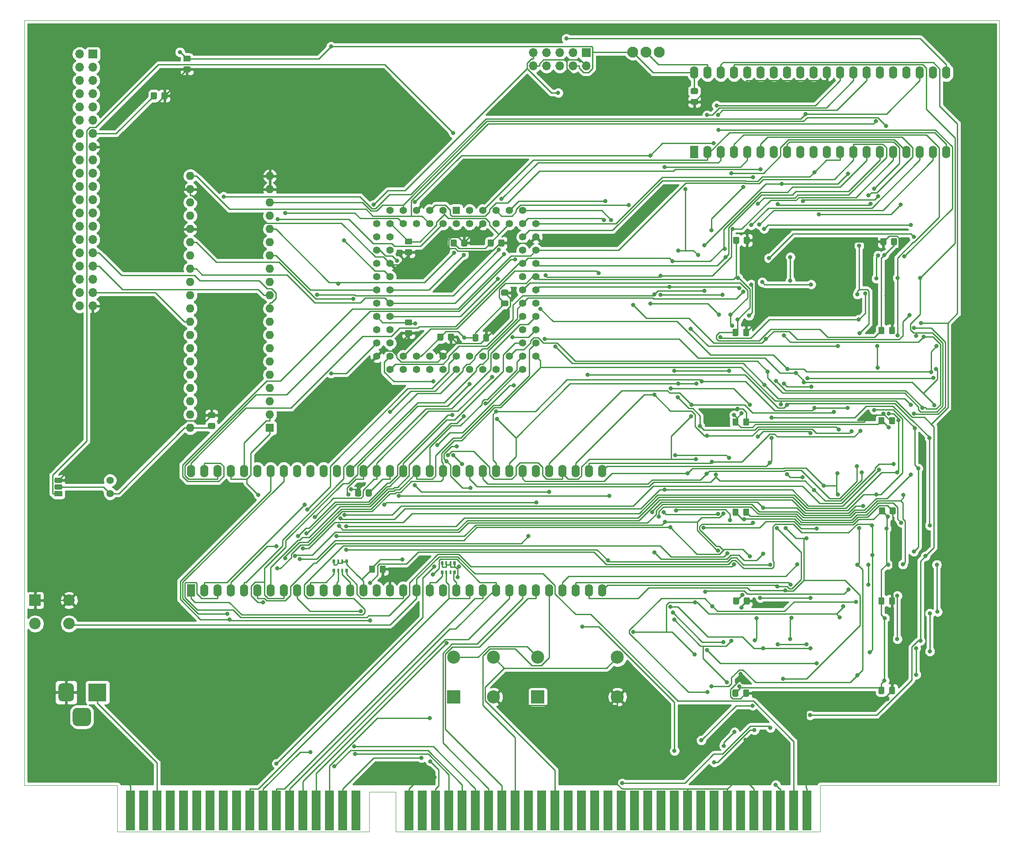
<source format=gbr>
%TF.GenerationSoftware,KiCad,Pcbnew,5.1.6-c6e7f7d~86~ubuntu18.04.1*%
%TF.CreationDate,2021-01-31T21:38:44+08:00*%
%TF.ProjectId,68k_dev,36386b5f-6465-4762-9e6b-696361645f70,rev?*%
%TF.SameCoordinates,Original*%
%TF.FileFunction,Copper,L2,Bot*%
%TF.FilePolarity,Positive*%
%FSLAX46Y46*%
G04 Gerber Fmt 4.6, Leading zero omitted, Abs format (unit mm)*
G04 Created by KiCad (PCBNEW 5.1.6-c6e7f7d~86~ubuntu18.04.1) date 2021-01-31 21:38:44*
%MOMM*%
%LPD*%
G01*
G04 APERTURE LIST*
%TA.AperFunction,Profile*%
%ADD10C,0.050000*%
%TD*%
%TA.AperFunction,ComponentPad*%
%ADD11O,1.600000X2.400000*%
%TD*%
%TA.AperFunction,ComponentPad*%
%ADD12R,1.600000X2.400000*%
%TD*%
%TA.AperFunction,ComponentPad*%
%ADD13C,2.200000*%
%TD*%
%TA.AperFunction,ComponentPad*%
%ADD14R,2.200000X2.200000*%
%TD*%
%TA.AperFunction,SMDPad,CuDef*%
%ADD15R,0.500000X0.800000*%
%TD*%
%TA.AperFunction,SMDPad,CuDef*%
%ADD16R,0.400000X0.800000*%
%TD*%
%TA.AperFunction,ComponentPad*%
%ADD17C,2.100000*%
%TD*%
%TA.AperFunction,ConnectorPad*%
%ADD18R,1.780000X7.620000*%
%TD*%
%TA.AperFunction,ComponentPad*%
%ADD19R,3.500000X3.500000*%
%TD*%
%TA.AperFunction,ComponentPad*%
%ADD20C,1.400000*%
%TD*%
%TA.AperFunction,ComponentPad*%
%ADD21R,1.600000X1.600000*%
%TD*%
%TA.AperFunction,ComponentPad*%
%ADD22O,1.600000X1.600000*%
%TD*%
%TA.AperFunction,ComponentPad*%
%ADD23R,2.500000X2.500000*%
%TD*%
%TA.AperFunction,ComponentPad*%
%ADD24C,2.500000*%
%TD*%
%TA.AperFunction,ComponentPad*%
%ADD25R,1.500000X1.050000*%
%TD*%
%TA.AperFunction,ComponentPad*%
%ADD26C,1.422400*%
%TD*%
%TA.AperFunction,ComponentPad*%
%ADD27R,1.422400X1.422400*%
%TD*%
%TA.AperFunction,ComponentPad*%
%ADD28R,1.700000X1.700000*%
%TD*%
%TA.AperFunction,ComponentPad*%
%ADD29O,1.700000X1.700000*%
%TD*%
%TA.AperFunction,ViaPad*%
%ADD30C,0.800000*%
%TD*%
%TA.AperFunction,Conductor*%
%ADD31C,0.250000*%
%TD*%
%TA.AperFunction,Conductor*%
%ADD32C,0.254000*%
%TD*%
G04 APERTURE END LIST*
D10*
X34163000Y-159512000D02*
X16383000Y-159512000D01*
X34163000Y-168402000D02*
X34163000Y-159512000D01*
X82423000Y-168402000D02*
X34163000Y-168402000D01*
X82423000Y-160782000D02*
X82423000Y-168402000D01*
X87503000Y-160782000D02*
X82423000Y-160782000D01*
X87503000Y-168402000D02*
X87503000Y-160782000D01*
X168783000Y-168402000D02*
X87503000Y-168402000D01*
X168783000Y-159512000D02*
X168783000Y-168402000D01*
X170053000Y-159512000D02*
X168783000Y-159512000D01*
X16383000Y-13000000D02*
X16383000Y-159512000D01*
X203073000Y-13000000D02*
X16383000Y-13000000D01*
X203073000Y-159512000D02*
X203073000Y-13000000D01*
X170053000Y-159512000D02*
X203073000Y-159512000D01*
D11*
%TO.P,U1,64*%
%TO.N,D5*%
X48260000Y-99314000D03*
%TO.P,U1,32*%
%TO.N,A4*%
X127000000Y-122174000D03*
%TO.P,U1,63*%
%TO.N,D6*%
X50800000Y-99314000D03*
%TO.P,U1,31*%
%TO.N,A3*%
X124460000Y-122174000D03*
%TO.P,U1,62*%
%TO.N,D7*%
X53340000Y-99314000D03*
%TO.P,U1,30*%
%TO.N,A2*%
X121920000Y-122174000D03*
%TO.P,U1,61*%
%TO.N,D8*%
X55880000Y-99314000D03*
%TO.P,U1,29*%
%TO.N,A1*%
X119380000Y-122174000D03*
%TO.P,U1,60*%
%TO.N,D9*%
X58420000Y-99314000D03*
%TO.P,U1,28*%
%TO.N,FC0*%
X116840000Y-122174000D03*
%TO.P,U1,59*%
%TO.N,D10*%
X60960000Y-99314000D03*
%TO.P,U1,27*%
%TO.N,FC1*%
X114300000Y-122174000D03*
%TO.P,U1,58*%
%TO.N,D11*%
X63500000Y-99314000D03*
%TO.P,U1,26*%
%TO.N,FC2*%
X111760000Y-122174000D03*
%TO.P,U1,57*%
%TO.N,D12*%
X66040000Y-99314000D03*
%TO.P,U1,25*%
%TO.N,IPL0*%
X109220000Y-122174000D03*
%TO.P,U1,56*%
%TO.N,D13*%
X68580000Y-99314000D03*
%TO.P,U1,24*%
%TO.N,IPL1*%
X106680000Y-122174000D03*
%TO.P,U1,55*%
%TO.N,D14*%
X71120000Y-99314000D03*
%TO.P,U1,23*%
%TO.N,IPL2*%
X104140000Y-122174000D03*
%TO.P,U1,54*%
%TO.N,D15*%
X73660000Y-99314000D03*
%TO.P,U1,22*%
%TO.N,BERR*%
X101600000Y-122174000D03*
%TO.P,U1,53*%
%TO.N,GND*%
X76200000Y-99314000D03*
%TO.P,U1,21*%
%TO.N,VPA*%
X99060000Y-122174000D03*
%TO.P,U1,52*%
%TO.N,A23*%
X78740000Y-99314000D03*
%TO.P,U1,20*%
%TO.N,E*%
X96520000Y-122174000D03*
%TO.P,U1,51*%
%TO.N,A22*%
X81280000Y-99314000D03*
%TO.P,U1,19*%
%TO.N,VMA*%
X93980000Y-122174000D03*
%TO.P,U1,50*%
%TO.N,A21*%
X83820000Y-99314000D03*
%TO.P,U1,18*%
%TO.N,RST*%
X91440000Y-122174000D03*
%TO.P,U1,49*%
%TO.N,VCC*%
X86360000Y-99314000D03*
%TO.P,U1,17*%
%TO.N,Net-(RN8-Pad1)*%
X88900000Y-122174000D03*
%TO.P,U1,48*%
%TO.N,A20*%
X88900000Y-99314000D03*
%TO.P,U1,16*%
%TO.N,GND*%
X86360000Y-122174000D03*
%TO.P,U1,47*%
%TO.N,A19*%
X91440000Y-99314000D03*
%TO.P,U1,15*%
%TO.N,CPU_CLK*%
X83820000Y-122174000D03*
%TO.P,U1,46*%
%TO.N,A18*%
X93980000Y-99314000D03*
%TO.P,U1,14*%
%TO.N,VCC*%
X81280000Y-122174000D03*
%TO.P,U1,45*%
%TO.N,A17*%
X96520000Y-99314000D03*
%TO.P,U1,13*%
%TO.N,BR*%
X78740000Y-122174000D03*
%TO.P,U1,44*%
%TO.N,A16*%
X99060000Y-99314000D03*
%TO.P,U1,12*%
%TO.N,BGACK*%
X76200000Y-122174000D03*
%TO.P,U1,43*%
%TO.N,A15*%
X101600000Y-99314000D03*
%TO.P,U1,11*%
%TO.N,BG*%
X73660000Y-122174000D03*
%TO.P,U1,42*%
%TO.N,A14*%
X104140000Y-99314000D03*
%TO.P,U1,10*%
%TO.N,DTACK*%
X71120000Y-122174000D03*
%TO.P,U1,41*%
%TO.N,A13*%
X106680000Y-99314000D03*
%TO.P,U1,9*%
%TO.N,RW*%
X68580000Y-122174000D03*
%TO.P,U1,40*%
%TO.N,A12*%
X109220000Y-99314000D03*
%TO.P,U1,8*%
%TO.N,LDS*%
X66040000Y-122174000D03*
%TO.P,U1,39*%
%TO.N,A11*%
X111760000Y-99314000D03*
%TO.P,U1,7*%
%TO.N,UDS*%
X63500000Y-122174000D03*
%TO.P,U1,38*%
%TO.N,A10*%
X114300000Y-99314000D03*
%TO.P,U1,6*%
%TO.N,AS*%
X60960000Y-122174000D03*
%TO.P,U1,37*%
%TO.N,A9*%
X116840000Y-99314000D03*
%TO.P,U1,5*%
%TO.N,D0*%
X58420000Y-122174000D03*
%TO.P,U1,36*%
%TO.N,A8*%
X119380000Y-99314000D03*
%TO.P,U1,4*%
%TO.N,D1*%
X55880000Y-122174000D03*
%TO.P,U1,35*%
%TO.N,A7*%
X121920000Y-99314000D03*
%TO.P,U1,3*%
%TO.N,D2*%
X53340000Y-122174000D03*
%TO.P,U1,34*%
%TO.N,A6*%
X124460000Y-99314000D03*
%TO.P,U1,2*%
%TO.N,D3*%
X50800000Y-122174000D03*
%TO.P,U1,33*%
%TO.N,A5*%
X127000000Y-99314000D03*
D12*
%TO.P,U1,1*%
%TO.N,D4*%
X48260000Y-122174000D03*
%TD*%
%TO.P,C27,2*%
%TO.N,GND*%
%TA.AperFunction,SMDPad,CuDef*%
G36*
G01*
X181933000Y-72840001D02*
X181933000Y-71939999D01*
G75*
G02*
X182182999Y-71690000I249999J0D01*
G01*
X182833001Y-71690000D01*
G75*
G02*
X183083000Y-71939999I0J-249999D01*
G01*
X183083000Y-72840001D01*
G75*
G02*
X182833001Y-73090000I-249999J0D01*
G01*
X182182999Y-73090000D01*
G75*
G02*
X181933000Y-72840001I0J249999D01*
G01*
G37*
%TD.AperFunction*%
%TO.P,C27,1*%
%TO.N,VCC*%
%TA.AperFunction,SMDPad,CuDef*%
G36*
G01*
X179883000Y-72840001D02*
X179883000Y-71939999D01*
G75*
G02*
X180132999Y-71690000I249999J0D01*
G01*
X180783001Y-71690000D01*
G75*
G02*
X181033000Y-71939999I0J-249999D01*
G01*
X181033000Y-72840001D01*
G75*
G02*
X180783001Y-73090000I-249999J0D01*
G01*
X180132999Y-73090000D01*
G75*
G02*
X179883000Y-72840001I0J249999D01*
G01*
G37*
%TD.AperFunction*%
%TD*%
%TO.P,C26,2*%
%TO.N,GND*%
%TA.AperFunction,SMDPad,CuDef*%
G36*
G01*
X154120000Y-55568001D02*
X154120000Y-54667999D01*
G75*
G02*
X154369999Y-54418000I249999J0D01*
G01*
X155020001Y-54418000D01*
G75*
G02*
X155270000Y-54667999I0J-249999D01*
G01*
X155270000Y-55568001D01*
G75*
G02*
X155020001Y-55818000I-249999J0D01*
G01*
X154369999Y-55818000D01*
G75*
G02*
X154120000Y-55568001I0J249999D01*
G01*
G37*
%TD.AperFunction*%
%TO.P,C26,1*%
%TO.N,VCC*%
%TA.AperFunction,SMDPad,CuDef*%
G36*
G01*
X152070000Y-55568001D02*
X152070000Y-54667999D01*
G75*
G02*
X152319999Y-54418000I249999J0D01*
G01*
X152970001Y-54418000D01*
G75*
G02*
X153220000Y-54667999I0J-249999D01*
G01*
X153220000Y-55568001D01*
G75*
G02*
X152970001Y-55818000I-249999J0D01*
G01*
X152319999Y-55818000D01*
G75*
G02*
X152070000Y-55568001I0J249999D01*
G01*
G37*
%TD.AperFunction*%
%TD*%
%TO.P,C25,2*%
%TO.N,GND*%
%TA.AperFunction,SMDPad,CuDef*%
G36*
G01*
X153993000Y-90366001D02*
X153993000Y-89465999D01*
G75*
G02*
X154242999Y-89216000I249999J0D01*
G01*
X154893001Y-89216000D01*
G75*
G02*
X155143000Y-89465999I0J-249999D01*
G01*
X155143000Y-90366001D01*
G75*
G02*
X154893001Y-90616000I-249999J0D01*
G01*
X154242999Y-90616000D01*
G75*
G02*
X153993000Y-90366001I0J249999D01*
G01*
G37*
%TD.AperFunction*%
%TO.P,C25,1*%
%TO.N,VCC*%
%TA.AperFunction,SMDPad,CuDef*%
G36*
G01*
X151943000Y-90366001D02*
X151943000Y-89465999D01*
G75*
G02*
X152192999Y-89216000I249999J0D01*
G01*
X152843001Y-89216000D01*
G75*
G02*
X153093000Y-89465999I0J-249999D01*
G01*
X153093000Y-90366001D01*
G75*
G02*
X152843001Y-90616000I-249999J0D01*
G01*
X152192999Y-90616000D01*
G75*
G02*
X151943000Y-90366001I0J249999D01*
G01*
G37*
%TD.AperFunction*%
%TD*%
%TO.P,C24,2*%
%TO.N,GND*%
%TA.AperFunction,SMDPad,CuDef*%
G36*
G01*
X153993000Y-73221001D02*
X153993000Y-72320999D01*
G75*
G02*
X154242999Y-72071000I249999J0D01*
G01*
X154893001Y-72071000D01*
G75*
G02*
X155143000Y-72320999I0J-249999D01*
G01*
X155143000Y-73221001D01*
G75*
G02*
X154893001Y-73471000I-249999J0D01*
G01*
X154242999Y-73471000D01*
G75*
G02*
X153993000Y-73221001I0J249999D01*
G01*
G37*
%TD.AperFunction*%
%TO.P,C24,1*%
%TO.N,VCC*%
%TA.AperFunction,SMDPad,CuDef*%
G36*
G01*
X151943000Y-73221001D02*
X151943000Y-72320999D01*
G75*
G02*
X152192999Y-72071000I249999J0D01*
G01*
X152843001Y-72071000D01*
G75*
G02*
X153093000Y-72320999I0J-249999D01*
G01*
X153093000Y-73221001D01*
G75*
G02*
X152843001Y-73471000I-249999J0D01*
G01*
X152192999Y-73471000D01*
G75*
G02*
X151943000Y-73221001I0J249999D01*
G01*
G37*
%TD.AperFunction*%
%TD*%
D13*
%TO.P,S1,3*%
%TO.N,RST*%
X18415000Y-128579000D03*
%TO.P,S1,4*%
X24915000Y-128579000D03*
%TO.P,S1,2*%
%TO.N,GND*%
X24915000Y-124079000D03*
D14*
%TO.P,S1,1*%
X18415000Y-124079000D03*
%TD*%
D15*
%TO.P,RN8,5*%
%TO.N,VCC*%
X75635000Y-116575000D03*
D16*
%TO.P,RN8,6*%
X76435000Y-116575000D03*
D15*
%TO.P,RN8,8*%
X78035000Y-116575000D03*
D16*
%TO.P,RN8,7*%
X77235000Y-116575000D03*
D15*
%TO.P,RN8,4*%
%TO.N,DTACK*%
X75635000Y-118375000D03*
D16*
%TO.P,RN8,2*%
%TO.N,BR*%
X77235000Y-118375000D03*
%TO.P,RN8,3*%
%TO.N,BGACK*%
X76435000Y-118375000D03*
D15*
%TO.P,RN8,1*%
%TO.N,Net-(RN8-Pad1)*%
X78035000Y-118375000D03*
%TD*%
%TO.P,C23,2*%
%TO.N,GND*%
%TA.AperFunction,SMDPad,CuDef*%
G36*
G01*
X42614000Y-27882001D02*
X42614000Y-26981999D01*
G75*
G02*
X42863999Y-26732000I249999J0D01*
G01*
X43514001Y-26732000D01*
G75*
G02*
X43764000Y-26981999I0J-249999D01*
G01*
X43764000Y-27882001D01*
G75*
G02*
X43514001Y-28132000I-249999J0D01*
G01*
X42863999Y-28132000D01*
G75*
G02*
X42614000Y-27882001I0J249999D01*
G01*
G37*
%TD.AperFunction*%
%TO.P,C23,1*%
%TO.N,+3V3*%
%TA.AperFunction,SMDPad,CuDef*%
G36*
G01*
X40564000Y-27882001D02*
X40564000Y-26981999D01*
G75*
G02*
X40813999Y-26732000I249999J0D01*
G01*
X41464001Y-26732000D01*
G75*
G02*
X41714000Y-26981999I0J-249999D01*
G01*
X41714000Y-27882001D01*
G75*
G02*
X41464001Y-28132000I-249999J0D01*
G01*
X40813999Y-28132000D01*
G75*
G02*
X40564000Y-27882001I0J249999D01*
G01*
G37*
%TD.AperFunction*%
%TD*%
%TO.P,C22,2*%
%TO.N,GND*%
%TA.AperFunction,SMDPad,CuDef*%
G36*
G01*
X52647001Y-89212000D02*
X51746999Y-89212000D01*
G75*
G02*
X51497000Y-88962001I0J249999D01*
G01*
X51497000Y-88311999D01*
G75*
G02*
X51746999Y-88062000I249999J0D01*
G01*
X52647001Y-88062000D01*
G75*
G02*
X52897000Y-88311999I0J-249999D01*
G01*
X52897000Y-88962001D01*
G75*
G02*
X52647001Y-89212000I-249999J0D01*
G01*
G37*
%TD.AperFunction*%
%TO.P,C22,1*%
%TO.N,VCC*%
%TA.AperFunction,SMDPad,CuDef*%
G36*
G01*
X52647001Y-91262000D02*
X51746999Y-91262000D01*
G75*
G02*
X51497000Y-91012001I0J249999D01*
G01*
X51497000Y-90361999D01*
G75*
G02*
X51746999Y-90112000I249999J0D01*
G01*
X52647001Y-90112000D01*
G75*
G02*
X52897000Y-90361999I0J-249999D01*
G01*
X52897000Y-91012001D01*
G75*
G02*
X52647001Y-91262000I-249999J0D01*
G01*
G37*
%TD.AperFunction*%
%TD*%
%TO.P,C21,2*%
%TO.N,GND*%
%TA.AperFunction,SMDPad,CuDef*%
G36*
G01*
X182060000Y-107384001D02*
X182060000Y-106483999D01*
G75*
G02*
X182309999Y-106234000I249999J0D01*
G01*
X182960001Y-106234000D01*
G75*
G02*
X183210000Y-106483999I0J-249999D01*
G01*
X183210000Y-107384001D01*
G75*
G02*
X182960001Y-107634000I-249999J0D01*
G01*
X182309999Y-107634000D01*
G75*
G02*
X182060000Y-107384001I0J249999D01*
G01*
G37*
%TD.AperFunction*%
%TO.P,C21,1*%
%TO.N,VCC*%
%TA.AperFunction,SMDPad,CuDef*%
G36*
G01*
X180010000Y-107384001D02*
X180010000Y-106483999D01*
G75*
G02*
X180259999Y-106234000I249999J0D01*
G01*
X180910001Y-106234000D01*
G75*
G02*
X181160000Y-106483999I0J-249999D01*
G01*
X181160000Y-107384001D01*
G75*
G02*
X180910001Y-107634000I-249999J0D01*
G01*
X180259999Y-107634000D01*
G75*
G02*
X180010000Y-107384001I0J249999D01*
G01*
G37*
%TD.AperFunction*%
%TD*%
%TO.P,C20,2*%
%TO.N,GND*%
%TA.AperFunction,SMDPad,CuDef*%
G36*
G01*
X153993000Y-107638001D02*
X153993000Y-106737999D01*
G75*
G02*
X154242999Y-106488000I249999J0D01*
G01*
X154893001Y-106488000D01*
G75*
G02*
X155143000Y-106737999I0J-249999D01*
G01*
X155143000Y-107638001D01*
G75*
G02*
X154893001Y-107888000I-249999J0D01*
G01*
X154242999Y-107888000D01*
G75*
G02*
X153993000Y-107638001I0J249999D01*
G01*
G37*
%TD.AperFunction*%
%TO.P,C20,1*%
%TO.N,VCC*%
%TA.AperFunction,SMDPad,CuDef*%
G36*
G01*
X151943000Y-107638001D02*
X151943000Y-106737999D01*
G75*
G02*
X152192999Y-106488000I249999J0D01*
G01*
X152843001Y-106488000D01*
G75*
G02*
X153093000Y-106737999I0J-249999D01*
G01*
X153093000Y-107638001D01*
G75*
G02*
X152843001Y-107888000I-249999J0D01*
G01*
X152192999Y-107888000D01*
G75*
G02*
X151943000Y-107638001I0J249999D01*
G01*
G37*
%TD.AperFunction*%
%TD*%
%TO.P,C19,2*%
%TO.N,GND*%
%TA.AperFunction,SMDPad,CuDef*%
G36*
G01*
X181933000Y-124656001D02*
X181933000Y-123755999D01*
G75*
G02*
X182182999Y-123506000I249999J0D01*
G01*
X182833001Y-123506000D01*
G75*
G02*
X183083000Y-123755999I0J-249999D01*
G01*
X183083000Y-124656001D01*
G75*
G02*
X182833001Y-124906000I-249999J0D01*
G01*
X182182999Y-124906000D01*
G75*
G02*
X181933000Y-124656001I0J249999D01*
G01*
G37*
%TD.AperFunction*%
%TO.P,C19,1*%
%TO.N,VCC*%
%TA.AperFunction,SMDPad,CuDef*%
G36*
G01*
X179883000Y-124656001D02*
X179883000Y-123755999D01*
G75*
G02*
X180132999Y-123506000I249999J0D01*
G01*
X180783001Y-123506000D01*
G75*
G02*
X181033000Y-123755999I0J-249999D01*
G01*
X181033000Y-124656001D01*
G75*
G02*
X180783001Y-124906000I-249999J0D01*
G01*
X180132999Y-124906000D01*
G75*
G02*
X179883000Y-124656001I0J249999D01*
G01*
G37*
%TD.AperFunction*%
%TD*%
%TO.P,C18,2*%
%TO.N,GND*%
%TA.AperFunction,SMDPad,CuDef*%
G36*
G01*
X154120000Y-124656001D02*
X154120000Y-123755999D01*
G75*
G02*
X154369999Y-123506000I249999J0D01*
G01*
X155020001Y-123506000D01*
G75*
G02*
X155270000Y-123755999I0J-249999D01*
G01*
X155270000Y-124656001D01*
G75*
G02*
X155020001Y-124906000I-249999J0D01*
G01*
X154369999Y-124906000D01*
G75*
G02*
X154120000Y-124656001I0J249999D01*
G01*
G37*
%TD.AperFunction*%
%TO.P,C18,1*%
%TO.N,VCC*%
%TA.AperFunction,SMDPad,CuDef*%
G36*
G01*
X152070000Y-124656001D02*
X152070000Y-123755999D01*
G75*
G02*
X152319999Y-123506000I249999J0D01*
G01*
X152970001Y-123506000D01*
G75*
G02*
X153220000Y-123755999I0J-249999D01*
G01*
X153220000Y-124656001D01*
G75*
G02*
X152970001Y-124906000I-249999J0D01*
G01*
X152319999Y-124906000D01*
G75*
G02*
X152070000Y-124656001I0J249999D01*
G01*
G37*
%TD.AperFunction*%
%TD*%
%TO.P,C17,2*%
%TO.N,GND*%
%TA.AperFunction,SMDPad,CuDef*%
G36*
G01*
X181933000Y-141801001D02*
X181933000Y-140900999D01*
G75*
G02*
X182182999Y-140651000I249999J0D01*
G01*
X182833001Y-140651000D01*
G75*
G02*
X183083000Y-140900999I0J-249999D01*
G01*
X183083000Y-141801001D01*
G75*
G02*
X182833001Y-142051000I-249999J0D01*
G01*
X182182999Y-142051000D01*
G75*
G02*
X181933000Y-141801001I0J249999D01*
G01*
G37*
%TD.AperFunction*%
%TO.P,C17,1*%
%TO.N,VCC*%
%TA.AperFunction,SMDPad,CuDef*%
G36*
G01*
X179883000Y-141801001D02*
X179883000Y-140900999D01*
G75*
G02*
X180132999Y-140651000I249999J0D01*
G01*
X180783001Y-140651000D01*
G75*
G02*
X181033000Y-140900999I0J-249999D01*
G01*
X181033000Y-141801001D01*
G75*
G02*
X180783001Y-142051000I-249999J0D01*
G01*
X180132999Y-142051000D01*
G75*
G02*
X179883000Y-141801001I0J249999D01*
G01*
G37*
%TD.AperFunction*%
%TD*%
%TO.P,C16,2*%
%TO.N,GND*%
%TA.AperFunction,SMDPad,CuDef*%
G36*
G01*
X153984000Y-142309001D02*
X153984000Y-141408999D01*
G75*
G02*
X154233999Y-141159000I249999J0D01*
G01*
X154884001Y-141159000D01*
G75*
G02*
X155134000Y-141408999I0J-249999D01*
G01*
X155134000Y-142309001D01*
G75*
G02*
X154884001Y-142559000I-249999J0D01*
G01*
X154233999Y-142559000D01*
G75*
G02*
X153984000Y-142309001I0J249999D01*
G01*
G37*
%TD.AperFunction*%
%TO.P,C16,1*%
%TO.N,VCC*%
%TA.AperFunction,SMDPad,CuDef*%
G36*
G01*
X151934000Y-142309001D02*
X151934000Y-141408999D01*
G75*
G02*
X152183999Y-141159000I249999J0D01*
G01*
X152834001Y-141159000D01*
G75*
G02*
X153084000Y-141408999I0J-249999D01*
G01*
X153084000Y-142309001D01*
G75*
G02*
X152834001Y-142559000I-249999J0D01*
G01*
X152183999Y-142559000D01*
G75*
G02*
X151934000Y-142309001I0J249999D01*
G01*
G37*
%TD.AperFunction*%
%TD*%
%TO.P,C15,2*%
%TO.N,GND*%
%TA.AperFunction,SMDPad,CuDef*%
G36*
G01*
X181933000Y-90112001D02*
X181933000Y-89211999D01*
G75*
G02*
X182182999Y-88962000I249999J0D01*
G01*
X182833001Y-88962000D01*
G75*
G02*
X183083000Y-89211999I0J-249999D01*
G01*
X183083000Y-90112001D01*
G75*
G02*
X182833001Y-90362000I-249999J0D01*
G01*
X182182999Y-90362000D01*
G75*
G02*
X181933000Y-90112001I0J249999D01*
G01*
G37*
%TD.AperFunction*%
%TO.P,C15,1*%
%TO.N,VCC*%
%TA.AperFunction,SMDPad,CuDef*%
G36*
G01*
X179883000Y-90112001D02*
X179883000Y-89211999D01*
G75*
G02*
X180132999Y-88962000I249999J0D01*
G01*
X180783001Y-88962000D01*
G75*
G02*
X181033000Y-89211999I0J-249999D01*
G01*
X181033000Y-90112001D01*
G75*
G02*
X180783001Y-90362000I-249999J0D01*
G01*
X180132999Y-90362000D01*
G75*
G02*
X179883000Y-90112001I0J249999D01*
G01*
G37*
%TD.AperFunction*%
%TD*%
%TO.P,C14,2*%
%TO.N,GND*%
%TA.AperFunction,SMDPad,CuDef*%
G36*
G01*
X181414000Y-54921999D02*
X181414000Y-55822001D01*
G75*
G02*
X181164001Y-56072000I-249999J0D01*
G01*
X180513999Y-56072000D01*
G75*
G02*
X180264000Y-55822001I0J249999D01*
G01*
X180264000Y-54921999D01*
G75*
G02*
X180513999Y-54672000I249999J0D01*
G01*
X181164001Y-54672000D01*
G75*
G02*
X181414000Y-54921999I0J-249999D01*
G01*
G37*
%TD.AperFunction*%
%TO.P,C14,1*%
%TO.N,VCC*%
%TA.AperFunction,SMDPad,CuDef*%
G36*
G01*
X183464000Y-54921999D02*
X183464000Y-55822001D01*
G75*
G02*
X183214001Y-56072000I-249999J0D01*
G01*
X182563999Y-56072000D01*
G75*
G02*
X182314000Y-55822001I0J249999D01*
G01*
X182314000Y-54921999D01*
G75*
G02*
X182563999Y-54672000I249999J0D01*
G01*
X183214001Y-54672000D01*
G75*
G02*
X183464000Y-54921999I0J-249999D01*
G01*
G37*
%TD.AperFunction*%
%TD*%
%TO.P,C11,2*%
%TO.N,GND*%
%TA.AperFunction,SMDPad,CuDef*%
G36*
G01*
X47047999Y-21786000D02*
X47948001Y-21786000D01*
G75*
G02*
X48198000Y-22035999I0J-249999D01*
G01*
X48198000Y-22686001D01*
G75*
G02*
X47948001Y-22936000I-249999J0D01*
G01*
X47047999Y-22936000D01*
G75*
G02*
X46798000Y-22686001I0J249999D01*
G01*
X46798000Y-22035999D01*
G75*
G02*
X47047999Y-21786000I249999J0D01*
G01*
G37*
%TD.AperFunction*%
%TO.P,C11,1*%
%TO.N,VCC*%
%TA.AperFunction,SMDPad,CuDef*%
G36*
G01*
X47047999Y-19736000D02*
X47948001Y-19736000D01*
G75*
G02*
X48198000Y-19985999I0J-249999D01*
G01*
X48198000Y-20636001D01*
G75*
G02*
X47948001Y-20886000I-249999J0D01*
G01*
X47047999Y-20886000D01*
G75*
G02*
X46798000Y-20636001I0J249999D01*
G01*
X46798000Y-19985999D01*
G75*
G02*
X47047999Y-19736000I249999J0D01*
G01*
G37*
%TD.AperFunction*%
%TD*%
%TO.P,C10,2*%
%TO.N,GND*%
%TA.AperFunction,SMDPad,CuDef*%
G36*
G01*
X97469000Y-74110001D02*
X97469000Y-73209999D01*
G75*
G02*
X97718999Y-72960000I249999J0D01*
G01*
X98369001Y-72960000D01*
G75*
G02*
X98619000Y-73209999I0J-249999D01*
G01*
X98619000Y-74110001D01*
G75*
G02*
X98369001Y-74360000I-249999J0D01*
G01*
X97718999Y-74360000D01*
G75*
G02*
X97469000Y-74110001I0J249999D01*
G01*
G37*
%TD.AperFunction*%
%TO.P,C10,1*%
%TO.N,VCC*%
%TA.AperFunction,SMDPad,CuDef*%
G36*
G01*
X95419000Y-74110001D02*
X95419000Y-73209999D01*
G75*
G02*
X95668999Y-72960000I249999J0D01*
G01*
X96319001Y-72960000D01*
G75*
G02*
X96569000Y-73209999I0J-249999D01*
G01*
X96569000Y-74110001D01*
G75*
G02*
X96319001Y-74360000I-249999J0D01*
G01*
X95668999Y-74360000D01*
G75*
G02*
X95419000Y-74110001I0J249999D01*
G01*
G37*
%TD.AperFunction*%
%TD*%
%TO.P,C9,2*%
%TO.N,GND*%
%TA.AperFunction,SMDPad,CuDef*%
G36*
G01*
X89465999Y-56829000D02*
X90366001Y-56829000D01*
G75*
G02*
X90616000Y-57078999I0J-249999D01*
G01*
X90616000Y-57729001D01*
G75*
G02*
X90366001Y-57979000I-249999J0D01*
G01*
X89465999Y-57979000D01*
G75*
G02*
X89216000Y-57729001I0J249999D01*
G01*
X89216000Y-57078999D01*
G75*
G02*
X89465999Y-56829000I249999J0D01*
G01*
G37*
%TD.AperFunction*%
%TO.P,C9,1*%
%TO.N,VCC*%
%TA.AperFunction,SMDPad,CuDef*%
G36*
G01*
X89465999Y-54779000D02*
X90366001Y-54779000D01*
G75*
G02*
X90616000Y-55028999I0J-249999D01*
G01*
X90616000Y-55679001D01*
G75*
G02*
X90366001Y-55929000I-249999J0D01*
G01*
X89465999Y-55929000D01*
G75*
G02*
X89216000Y-55679001I0J249999D01*
G01*
X89216000Y-55028999D01*
G75*
G02*
X89465999Y-54779000I249999J0D01*
G01*
G37*
%TD.AperFunction*%
%TD*%
%TO.P,C8,2*%
%TO.N,GND*%
%TA.AperFunction,SMDPad,CuDef*%
G36*
G01*
X107121000Y-56076001D02*
X107121000Y-55175999D01*
G75*
G02*
X107370999Y-54926000I249999J0D01*
G01*
X108021001Y-54926000D01*
G75*
G02*
X108271000Y-55175999I0J-249999D01*
G01*
X108271000Y-56076001D01*
G75*
G02*
X108021001Y-56326000I-249999J0D01*
G01*
X107370999Y-56326000D01*
G75*
G02*
X107121000Y-56076001I0J249999D01*
G01*
G37*
%TD.AperFunction*%
%TO.P,C8,1*%
%TO.N,VCC*%
%TA.AperFunction,SMDPad,CuDef*%
G36*
G01*
X105071000Y-56076001D02*
X105071000Y-55175999D01*
G75*
G02*
X105320999Y-54926000I249999J0D01*
G01*
X105971001Y-54926000D01*
G75*
G02*
X106221000Y-55175999I0J-249999D01*
G01*
X106221000Y-56076001D01*
G75*
G02*
X105971001Y-56326000I-249999J0D01*
G01*
X105320999Y-56326000D01*
G75*
G02*
X105071000Y-56076001I0J249999D01*
G01*
G37*
%TD.AperFunction*%
%TD*%
%TO.P,C7,2*%
%TO.N,GND*%
%TA.AperFunction,SMDPad,CuDef*%
G36*
G01*
X108781001Y-65717000D02*
X107880999Y-65717000D01*
G75*
G02*
X107631000Y-65467001I0J249999D01*
G01*
X107631000Y-64816999D01*
G75*
G02*
X107880999Y-64567000I249999J0D01*
G01*
X108781001Y-64567000D01*
G75*
G02*
X109031000Y-64816999I0J-249999D01*
G01*
X109031000Y-65467001D01*
G75*
G02*
X108781001Y-65717000I-249999J0D01*
G01*
G37*
%TD.AperFunction*%
%TO.P,C7,1*%
%TO.N,VCC*%
%TA.AperFunction,SMDPad,CuDef*%
G36*
G01*
X108781001Y-67767000D02*
X107880999Y-67767000D01*
G75*
G02*
X107631000Y-67517001I0J249999D01*
G01*
X107631000Y-66866999D01*
G75*
G02*
X107880999Y-66617000I249999J0D01*
G01*
X108781001Y-66617000D01*
G75*
G02*
X109031000Y-66866999I0J-249999D01*
G01*
X109031000Y-67517001D01*
G75*
G02*
X108781001Y-67767000I-249999J0D01*
G01*
G37*
%TD.AperFunction*%
%TD*%
%TO.P,C6,2*%
%TO.N,GND*%
%TA.AperFunction,SMDPad,CuDef*%
G36*
G01*
X100009000Y-56076001D02*
X100009000Y-55175999D01*
G75*
G02*
X100258999Y-54926000I249999J0D01*
G01*
X100909001Y-54926000D01*
G75*
G02*
X101159000Y-55175999I0J-249999D01*
G01*
X101159000Y-56076001D01*
G75*
G02*
X100909001Y-56326000I-249999J0D01*
G01*
X100258999Y-56326000D01*
G75*
G02*
X100009000Y-56076001I0J249999D01*
G01*
G37*
%TD.AperFunction*%
%TO.P,C6,1*%
%TO.N,VCC*%
%TA.AperFunction,SMDPad,CuDef*%
G36*
G01*
X97959000Y-56076001D02*
X97959000Y-55175999D01*
G75*
G02*
X98208999Y-54926000I249999J0D01*
G01*
X98859001Y-54926000D01*
G75*
G02*
X99109000Y-55175999I0J-249999D01*
G01*
X99109000Y-56076001D01*
G75*
G02*
X98859001Y-56326000I-249999J0D01*
G01*
X98208999Y-56326000D01*
G75*
G02*
X97959000Y-56076001I0J249999D01*
G01*
G37*
%TD.AperFunction*%
%TD*%
%TO.P,C5,2*%
%TO.N,GND*%
%TA.AperFunction,SMDPad,CuDef*%
G36*
G01*
X89465999Y-72323000D02*
X90366001Y-72323000D01*
G75*
G02*
X90616000Y-72572999I0J-249999D01*
G01*
X90616000Y-73223001D01*
G75*
G02*
X90366001Y-73473000I-249999J0D01*
G01*
X89465999Y-73473000D01*
G75*
G02*
X89216000Y-73223001I0J249999D01*
G01*
X89216000Y-72572999D01*
G75*
G02*
X89465999Y-72323000I249999J0D01*
G01*
G37*
%TD.AperFunction*%
%TO.P,C5,1*%
%TO.N,VCC*%
%TA.AperFunction,SMDPad,CuDef*%
G36*
G01*
X89465999Y-70273000D02*
X90366001Y-70273000D01*
G75*
G02*
X90616000Y-70522999I0J-249999D01*
G01*
X90616000Y-71173001D01*
G75*
G02*
X90366001Y-71423000I-249999J0D01*
G01*
X89465999Y-71423000D01*
G75*
G02*
X89216000Y-71173001I0J249999D01*
G01*
X89216000Y-70522999D01*
G75*
G02*
X89465999Y-70273000I249999J0D01*
G01*
G37*
%TD.AperFunction*%
%TD*%
%TO.P,C4,2*%
%TO.N,GND*%
%TA.AperFunction,SMDPad,CuDef*%
G36*
G01*
X104218000Y-74237001D02*
X104218000Y-73336999D01*
G75*
G02*
X104467999Y-73087000I249999J0D01*
G01*
X105118001Y-73087000D01*
G75*
G02*
X105368000Y-73336999I0J-249999D01*
G01*
X105368000Y-74237001D01*
G75*
G02*
X105118001Y-74487000I-249999J0D01*
G01*
X104467999Y-74487000D01*
G75*
G02*
X104218000Y-74237001I0J249999D01*
G01*
G37*
%TD.AperFunction*%
%TO.P,C4,1*%
%TO.N,VCC*%
%TA.AperFunction,SMDPad,CuDef*%
G36*
G01*
X102168000Y-74237001D02*
X102168000Y-73336999D01*
G75*
G02*
X102417999Y-73087000I249999J0D01*
G01*
X103068001Y-73087000D01*
G75*
G02*
X103318000Y-73336999I0J-249999D01*
G01*
X103318000Y-74237001D01*
G75*
G02*
X103068001Y-74487000I-249999J0D01*
G01*
X102417999Y-74487000D01*
G75*
G02*
X102168000Y-74237001I0J249999D01*
G01*
G37*
%TD.AperFunction*%
%TD*%
%TO.P,C3,2*%
%TO.N,GND*%
%TA.AperFunction,SMDPad,CuDef*%
G36*
G01*
X144202999Y-28000000D02*
X145103001Y-28000000D01*
G75*
G02*
X145353000Y-28249999I0J-249999D01*
G01*
X145353000Y-28900001D01*
G75*
G02*
X145103001Y-29150000I-249999J0D01*
G01*
X144202999Y-29150000D01*
G75*
G02*
X143953000Y-28900001I0J249999D01*
G01*
X143953000Y-28249999D01*
G75*
G02*
X144202999Y-28000000I249999J0D01*
G01*
G37*
%TD.AperFunction*%
%TO.P,C3,1*%
%TO.N,VCC*%
%TA.AperFunction,SMDPad,CuDef*%
G36*
G01*
X144202999Y-25950000D02*
X145103001Y-25950000D01*
G75*
G02*
X145353000Y-26199999I0J-249999D01*
G01*
X145353000Y-26850001D01*
G75*
G02*
X145103001Y-27100000I-249999J0D01*
G01*
X144202999Y-27100000D01*
G75*
G02*
X143953000Y-26850001I0J249999D01*
G01*
X143953000Y-26199999D01*
G75*
G02*
X144202999Y-25950000I249999J0D01*
G01*
G37*
%TD.AperFunction*%
%TD*%
%TO.P,C2,2*%
%TO.N,GND*%
%TA.AperFunction,SMDPad,CuDef*%
G36*
G01*
X84397000Y-118560001D02*
X84397000Y-117659999D01*
G75*
G02*
X84646999Y-117410000I249999J0D01*
G01*
X85297001Y-117410000D01*
G75*
G02*
X85547000Y-117659999I0J-249999D01*
G01*
X85547000Y-118560001D01*
G75*
G02*
X85297001Y-118810000I-249999J0D01*
G01*
X84646999Y-118810000D01*
G75*
G02*
X84397000Y-118560001I0J249999D01*
G01*
G37*
%TD.AperFunction*%
%TO.P,C2,1*%
%TO.N,VCC*%
%TA.AperFunction,SMDPad,CuDef*%
G36*
G01*
X82347000Y-118560001D02*
X82347000Y-117659999D01*
G75*
G02*
X82596999Y-117410000I249999J0D01*
G01*
X83247001Y-117410000D01*
G75*
G02*
X83497000Y-117659999I0J-249999D01*
G01*
X83497000Y-118560001D01*
G75*
G02*
X83247001Y-118810000I-249999J0D01*
G01*
X82596999Y-118810000D01*
G75*
G02*
X82347000Y-118560001I0J249999D01*
G01*
G37*
%TD.AperFunction*%
%TD*%
%TO.P,C1,2*%
%TO.N,GND*%
%TA.AperFunction,SMDPad,CuDef*%
G36*
G01*
X80821000Y-103054999D02*
X80821000Y-103955001D01*
G75*
G02*
X80571001Y-104205000I-249999J0D01*
G01*
X79920999Y-104205000D01*
G75*
G02*
X79671000Y-103955001I0J249999D01*
G01*
X79671000Y-103054999D01*
G75*
G02*
X79920999Y-102805000I249999J0D01*
G01*
X80571001Y-102805000D01*
G75*
G02*
X80821000Y-103054999I0J-249999D01*
G01*
G37*
%TD.AperFunction*%
%TO.P,C1,1*%
%TO.N,VCC*%
%TA.AperFunction,SMDPad,CuDef*%
G36*
G01*
X82871000Y-103054999D02*
X82871000Y-103955001D01*
G75*
G02*
X82621001Y-104205000I-249999J0D01*
G01*
X81970999Y-104205000D01*
G75*
G02*
X81721000Y-103955001I0J249999D01*
G01*
X81721000Y-103054999D01*
G75*
G02*
X81970999Y-102805000I249999J0D01*
G01*
X82621001Y-102805000D01*
G75*
G02*
X82871000Y-103054999I0J-249999D01*
G01*
G37*
%TD.AperFunction*%
%TD*%
D17*
%TO.P,J1,1*%
%TO.N,A18*%
X137922000Y-19050000D03*
%TO.P,J1,2*%
%TO.N,Net-(J1-Pad2)*%
X135382000Y-19050000D03*
%TO.P,J1,3*%
%TO.N,VCC*%
X132842000Y-19050000D03*
%TD*%
D18*
%TO.P,J2,1*%
%TO.N,GND*%
X166243000Y-164338000D03*
%TO.P,J2,2*%
%TO.N,RST*%
X163703000Y-164338000D03*
%TO.P,J2,3*%
%TO.N,VCC*%
X161163000Y-164338000D03*
%TO.P,J2,4*%
%TO.N,Net-(J2-Pad4)*%
X158623000Y-164338000D03*
%TO.P,J2,5*%
%TO.N,GND*%
X156083000Y-164338000D03*
%TO.P,J2,6*%
%TO.N,Net-(J2-Pad6)*%
X153543000Y-164338000D03*
%TO.P,J2,7*%
%TO.N,GND*%
X151003000Y-164338000D03*
%TO.P,J2,8*%
%TO.N,Net-(J2-Pad8)*%
X148463000Y-164338000D03*
%TO.P,J2,9*%
%TO.N,Net-(J2-Pad9)*%
X145923000Y-164338000D03*
%TO.P,J2,10*%
%TO.N,GND*%
X143383000Y-164338000D03*
%TO.P,J2,11*%
%TO.N,Net-(J2-Pad11)*%
X140843000Y-164338000D03*
%TO.P,J2,12*%
%TO.N,Net-(J2-Pad12)*%
X138303000Y-164338000D03*
%TO.P,J2,13*%
%TO.N,Net-(J2-Pad13)*%
X135763000Y-164338000D03*
%TO.P,J2,14*%
%TO.N,Net-(J2-Pad14)*%
X133223000Y-164338000D03*
%TO.P,J2,15*%
%TO.N,Net-(J2-Pad15)*%
X130683000Y-164338000D03*
%TO.P,J2,16*%
%TO.N,Net-(J2-Pad16)*%
X128143000Y-164338000D03*
%TO.P,J2,17*%
%TO.N,Net-(J2-Pad17)*%
X125603000Y-164338000D03*
%TO.P,J2,18*%
%TO.N,Net-(J2-Pad18)*%
X123063000Y-164338000D03*
%TO.P,J2,19*%
%TO.N,Net-(J2-Pad19)*%
X120523000Y-164338000D03*
%TO.P,J2,20*%
%TO.N,CPU_CLK*%
X117983000Y-164338000D03*
%TO.P,J2,21*%
%TO.N,Net-(J2-Pad21)*%
X115443000Y-164338000D03*
%TO.P,J2,22*%
%TO.N,Net-(J2-Pad22)*%
X112903000Y-164338000D03*
%TO.P,J2,23*%
%TO.N,FC0*%
X110363000Y-164338000D03*
%TO.P,J2,24*%
%TO.N,FC1*%
X107823000Y-164338000D03*
%TO.P,J2,25*%
%TO.N,FC2*%
X105283000Y-164338000D03*
%TO.P,J2,26*%
%TO.N,BGACK*%
X102743000Y-164338000D03*
%TO.P,J2,27*%
%TO.N,BG*%
X100203000Y-164338000D03*
%TO.P,J2,28*%
%TO.N,BR*%
X97663000Y-164338000D03*
%TO.P,J2,29*%
%TO.N,VCC*%
X95123000Y-164338000D03*
%TO.P,J2,30*%
%TO.N,Net-(J2-Pad30)*%
X92583000Y-164338000D03*
%TO.P,J2,31*%
%TO.N,GND*%
X90043000Y-164338000D03*
%TO.P,J2,63*%
%TO.N,Net-(J2-Pad63)*%
X79883000Y-164338000D03*
%TO.P,J2,64*%
%TO.N,VMA*%
X77343000Y-164338000D03*
%TO.P,J2,65*%
%TO.N,E*%
X74803000Y-164338000D03*
%TO.P,J2,66*%
%TO.N,VPA*%
X72263000Y-164338000D03*
%TO.P,J2,67*%
%TO.N,IPL0*%
X69723000Y-164338000D03*
%TO.P,J2,68*%
%TO.N,IPL1*%
X67183000Y-164338000D03*
%TO.P,J2,69*%
%TO.N,IPL2*%
X64643000Y-164338000D03*
%TO.P,J2,70*%
%TO.N,DTACK*%
X62103000Y-164338000D03*
%TO.P,J2,71*%
%TO.N,BERR*%
X59563000Y-164338000D03*
%TO.P,J2,72*%
%TO.N,Net-(J2-Pad72)*%
X57023000Y-164338000D03*
%TO.P,J2,73*%
%TO.N,Net-(J2-Pad73)*%
X54483000Y-164338000D03*
%TO.P,J2,74*%
%TO.N,Net-(J2-Pad74)*%
X51943000Y-164338000D03*
%TO.P,J2,75*%
%TO.N,Net-(J2-Pad75)*%
X49403000Y-164338000D03*
%TO.P,J2,76*%
%TO.N,Net-(J2-Pad76)*%
X46863000Y-164338000D03*
%TO.P,J2,77*%
%TO.N,Net-(J2-Pad77)*%
X44323000Y-164338000D03*
%TO.P,J2,78*%
%TO.N,VCC*%
X41783000Y-164338000D03*
%TO.P,J2,79*%
%TO.N,Net-(J2-Pad79)*%
X39243000Y-164338000D03*
%TO.P,J2,80*%
%TO.N,GND*%
X36703000Y-164338000D03*
%TD*%
D19*
%TO.P,J5,1*%
%TO.N,VCC*%
X30353000Y-141732000D03*
%TO.P,J5,2*%
%TO.N,GND*%
%TA.AperFunction,ComponentPad*%
G36*
G01*
X22853000Y-142732000D02*
X22853000Y-140732000D01*
G75*
G02*
X23603000Y-139982000I750000J0D01*
G01*
X25103000Y-139982000D01*
G75*
G02*
X25853000Y-140732000I0J-750000D01*
G01*
X25853000Y-142732000D01*
G75*
G02*
X25103000Y-143482000I-750000J0D01*
G01*
X23603000Y-143482000D01*
G75*
G02*
X22853000Y-142732000I0J750000D01*
G01*
G37*
%TD.AperFunction*%
%TO.P,J5,3*%
%TO.N,N/C*%
%TA.AperFunction,ComponentPad*%
G36*
G01*
X25603000Y-147307000D02*
X25603000Y-145557000D01*
G75*
G02*
X26478000Y-144682000I875000J0D01*
G01*
X28228000Y-144682000D01*
G75*
G02*
X29103000Y-145557000I0J-875000D01*
G01*
X29103000Y-147307000D01*
G75*
G02*
X28228000Y-148182000I-875000J0D01*
G01*
X26478000Y-148182000D01*
G75*
G02*
X25603000Y-147307000I0J875000D01*
G01*
G37*
%TD.AperFunction*%
%TD*%
D20*
%TO.P,JP1,2*%
%TO.N,Net-(J3-Pad35)*%
X32766000Y-101092000D03*
%TO.P,JP1,1*%
%TO.N,VCC*%
X32766000Y-103632000D03*
%TD*%
D15*
%TO.P,RN2,5*%
%TO.N,VCC*%
X96336000Y-116956000D03*
D16*
%TO.P,RN2,6*%
X97136000Y-116956000D03*
D15*
%TO.P,RN2,8*%
X98736000Y-116956000D03*
D16*
%TO.P,RN2,7*%
X97936000Y-116956000D03*
D15*
%TO.P,RN2,4*%
%TO.N,VMA*%
X96336000Y-118756000D03*
D16*
%TO.P,RN2,2*%
%TO.N,Net-(RN2-Pad2)*%
X97936000Y-118756000D03*
%TO.P,RN2,3*%
%TO.N,BERR*%
X97136000Y-118756000D03*
D15*
%TO.P,RN2,1*%
%TO.N,VPA*%
X98736000Y-118756000D03*
%TD*%
D21*
%TO.P,U14,1*%
%TO.N,D8*%
X63373000Y-91059000D03*
D22*
%TO.P,U14,21*%
%TO.N,RDU*%
X48133000Y-42799000D03*
%TO.P,U14,2*%
%TO.N,D9*%
X63373000Y-88519000D03*
%TO.P,U14,22*%
%TO.N,GND*%
X48133000Y-45339000D03*
%TO.P,U14,3*%
%TO.N,D10*%
X63373000Y-85979000D03*
%TO.P,U14,23*%
%TO.N,Net-(U14-Pad23)*%
X48133000Y-47879000D03*
%TO.P,U14,4*%
%TO.N,D11*%
X63373000Y-83439000D03*
%TO.P,U14,24*%
%TO.N,Net-(U14-Pad24)*%
X48133000Y-50419000D03*
%TO.P,U14,5*%
%TO.N,D12*%
X63373000Y-80899000D03*
%TO.P,U14,25*%
%TO.N,GND*%
X48133000Y-52959000D03*
%TO.P,U14,6*%
%TO.N,D13*%
X63373000Y-78359000D03*
%TO.P,U14,26*%
%TO.N,A3*%
X48133000Y-55499000D03*
%TO.P,U14,7*%
%TO.N,D14*%
X63373000Y-75819000D03*
%TO.P,U14,27*%
%TO.N,A2*%
X48133000Y-58039000D03*
%TO.P,U14,8*%
%TO.N,D15*%
X63373000Y-73279000D03*
%TO.P,U14,28*%
%TO.N,A1*%
X48133000Y-60579000D03*
%TO.P,U14,9*%
%TO.N,Net-(U14-Pad15)*%
X63373000Y-70739000D03*
%TO.P,U14,29*%
%TO.N,Net-(U14-Pad29)*%
X48133000Y-63119000D03*
%TO.P,U14,10*%
%TO.N,TX*%
X63373000Y-68199000D03*
%TO.P,U14,30*%
%TO.N,Net-(U14-Pad30)*%
X48133000Y-65659000D03*
%TO.P,U14,11*%
%TO.N,RX*%
X63373000Y-65659000D03*
%TO.P,U14,31*%
%TO.N,Net-(D2-Pad2)*%
X48133000Y-68199000D03*
%TO.P,U14,12*%
%TO.N,Net-(RN3-Pad4)*%
X63373000Y-63119000D03*
%TO.P,U14,32*%
%TO.N,CTS*%
X48133000Y-70739000D03*
%TO.P,U14,13*%
%TO.N,Net-(RN3-Pad3)*%
X63373000Y-60579000D03*
%TO.P,U14,33*%
%TO.N,Net-(U14-Pad33)*%
X48133000Y-73279000D03*
%TO.P,U14,14*%
%TO.N,IO_SEL1*%
X63373000Y-58039000D03*
%TO.P,U14,34*%
%TO.N,Net-(D1-Pad2)*%
X48133000Y-75819000D03*
%TO.P,U14,15*%
%TO.N,Net-(U14-Pad15)*%
X63373000Y-55499000D03*
%TO.P,U14,35*%
%TO.N,RST_H*%
X48133000Y-78359000D03*
%TO.P,U14,16*%
%TO.N,CPU_CLK*%
X63373000Y-52959000D03*
%TO.P,U14,36*%
%TO.N,Net-(U14-Pad36)*%
X48133000Y-80899000D03*
%TO.P,U14,17*%
%TO.N,Net-(U14-Pad17)*%
X63373000Y-50419000D03*
%TO.P,U14,37*%
%TO.N,Net-(U14-Pad36)*%
X48133000Y-83439000D03*
%TO.P,U14,18*%
%TO.N,WRU*%
X63373000Y-47879000D03*
%TO.P,U14,38*%
%TO.N,Net-(U14-Pad36)*%
X48133000Y-85979000D03*
%TO.P,U14,19*%
%TO.N,GND*%
X63373000Y-45339000D03*
%TO.P,U14,39*%
%TO.N,Net-(U14-Pad36)*%
X48133000Y-88519000D03*
%TO.P,U14,20*%
%TO.N,GND*%
X63373000Y-42799000D03*
%TO.P,U14,40*%
%TO.N,VCC*%
X48133000Y-91059000D03*
%TD*%
D23*
%TO.P,X1,1*%
%TO.N,Net-(X1-Pad1)*%
X98552000Y-142621000D03*
D24*
%TO.P,X1,8*%
%TO.N,VCC*%
X98552000Y-135001000D03*
%TO.P,X1,5*%
%TO.N,CPU_CLK*%
X106172000Y-135001000D03*
%TO.P,X1,4*%
%TO.N,GND*%
X106172000Y-142621000D03*
%TD*%
D23*
%TO.P,X2,1*%
%TO.N,Net-(X2-Pad1)*%
X114681000Y-142621000D03*
D24*
%TO.P,X2,14*%
%TO.N,VCC*%
X114681000Y-135001000D03*
%TO.P,X2,8*%
%TO.N,CPU_CLK*%
X129921000Y-135001000D03*
%TO.P,X2,7*%
%TO.N,GND*%
X129921000Y-142621000D03*
%TD*%
%TO.P,IC1,2*%
%TO.N,VCC*%
%TA.AperFunction,ComponentPad*%
G36*
G01*
X23347500Y-102887000D02*
X22372500Y-102887000D01*
G75*
G02*
X22110000Y-102624500I0J262500D01*
G01*
X22110000Y-102099500D01*
G75*
G02*
X22372500Y-101837000I262500J0D01*
G01*
X23347500Y-101837000D01*
G75*
G02*
X23610000Y-102099500I0J-262500D01*
G01*
X23610000Y-102624500D01*
G75*
G02*
X23347500Y-102887000I-262500J0D01*
G01*
G37*
%TD.AperFunction*%
%TO.P,IC1,3*%
%TO.N,GND*%
%TA.AperFunction,ComponentPad*%
G36*
G01*
X23347500Y-101617000D02*
X22372500Y-101617000D01*
G75*
G02*
X22110000Y-101354500I0J262500D01*
G01*
X22110000Y-100829500D01*
G75*
G02*
X22372500Y-100567000I262500J0D01*
G01*
X23347500Y-100567000D01*
G75*
G02*
X23610000Y-100829500I0J-262500D01*
G01*
X23610000Y-101354500D01*
G75*
G02*
X23347500Y-101617000I-262500J0D01*
G01*
G37*
%TD.AperFunction*%
D25*
%TO.P,IC1,1*%
%TO.N,RST*%
X22860000Y-103632000D03*
%TD*%
D26*
%TO.P,U3,2*%
%TO.N,CPU_CLK*%
X99060000Y-51943000D03*
%TO.P,U3,4*%
%TO.N,RST_H*%
X96520000Y-51943000D03*
%TO.P,U3,6*%
%TO.N,RDU*%
X93980000Y-51943000D03*
%TO.P,U3,8*%
%TO.N,WRL*%
X91440000Y-51943000D03*
%TO.P,U3,10*%
%TO.N,SS1*%
X88900000Y-51943000D03*
%TO.P,U3,84*%
%TO.N,RW*%
X101600000Y-51943000D03*
%TO.P,U3,82*%
%TO.N,GND*%
X104140000Y-51943000D03*
%TO.P,U3,80*%
%TO.N,RAM4_SEL*%
X106680000Y-51943000D03*
%TO.P,U3,78*%
%TO.N,VCC*%
X109220000Y-51943000D03*
%TO.P,U3,76*%
%TO.N,RAM1_SEL*%
X111760000Y-51943000D03*
%TO.P,U3,74*%
%TO.N,RAM5_SEL*%
X114300000Y-51943000D03*
D27*
%TO.P,U3,1*%
%TO.N,RST*%
X99060000Y-49403000D03*
D26*
%TO.P,U3,3*%
%TO.N,VCC*%
X96520000Y-49403000D03*
%TO.P,U3,5*%
%TO.N,RDL*%
X93980000Y-49403000D03*
%TO.P,U3,7*%
%TO.N,GND*%
X91440000Y-49403000D03*
%TO.P,U3,9*%
%TO.N,WRU*%
X88900000Y-49403000D03*
%TO.P,U3,11*%
%TO.N,SS2*%
X86360000Y-49403000D03*
%TO.P,U3,83*%
%TO.N,AS*%
X101600000Y-49403000D03*
%TO.P,U3,81*%
%TO.N,ROM_SEL*%
X104140000Y-49403000D03*
%TO.P,U3,79*%
%TO.N,RAM3_SEL*%
X106680000Y-49403000D03*
%TO.P,U3,77*%
%TO.N,RAM2_SEL*%
X109220000Y-49403000D03*
%TO.P,U3,75*%
%TO.N,RAM6_SEL*%
X111760000Y-49403000D03*
%TO.P,U3,13*%
%TO.N,VCC*%
X86360000Y-51943000D03*
%TO.P,U3,15*%
%TO.N,IPL0*%
X86360000Y-54483000D03*
%TO.P,U3,17*%
%TO.N,IPL2*%
X86360000Y-57023000D03*
%TO.P,U3,19*%
%TO.N,GND*%
X86360000Y-59563000D03*
%TO.P,U3,21*%
%TO.N,MISO*%
X86360000Y-62103000D03*
%TO.P,U3,23*%
%TO.N,TMS*%
X86360000Y-64643000D03*
%TO.P,U3,25*%
%TO.N,A1*%
X86360000Y-67183000D03*
%TO.P,U3,27*%
%TO.N,A2*%
X86360000Y-69723000D03*
%TO.P,U3,29*%
%TO.N,A4*%
X86360000Y-72263000D03*
%TO.P,U3,31*%
%TO.N,A6*%
X86360000Y-74803000D03*
%TO.P,U3,12*%
%TO.N,DC*%
X83820000Y-51943000D03*
%TO.P,U3,14*%
%TO.N,TDI*%
X83820000Y-54483000D03*
%TO.P,U3,16*%
%TO.N,IPL1*%
X83820000Y-57023000D03*
%TO.P,U3,18*%
%TO.N,SCLK*%
X83820000Y-59563000D03*
%TO.P,U3,20*%
%TO.N,MOSI*%
X83820000Y-62103000D03*
%TO.P,U3,22*%
%TO.N,IO_SEL1*%
X83820000Y-64643000D03*
%TO.P,U3,24*%
%TO.N,STATUS*%
X83820000Y-67183000D03*
%TO.P,U3,26*%
%TO.N,VCC*%
X83820000Y-69723000D03*
%TO.P,U3,28*%
%TO.N,A3*%
X83820000Y-72263000D03*
%TO.P,U3,30*%
%TO.N,A5*%
X83820000Y-74803000D03*
%TO.P,U3,32*%
%TO.N,GND*%
X83820000Y-77343000D03*
%TO.P,U3,34*%
%TO.N,A8*%
X86360000Y-77343000D03*
%TO.P,U3,36*%
%TO.N,A10*%
X88900000Y-77343000D03*
%TO.P,U3,38*%
%TO.N,VCC*%
X91440000Y-77343000D03*
%TO.P,U3,40*%
%TO.N,FC1*%
X93980000Y-77343000D03*
%TO.P,U3,42*%
%TO.N,GND*%
X96520000Y-77343000D03*
%TO.P,U3,44*%
%TO.N,DTACK*%
X99060000Y-77343000D03*
%TO.P,U3,46*%
%TO.N,UDS*%
X101600000Y-77343000D03*
%TO.P,U3,48*%
%TO.N,A12*%
X104140000Y-77343000D03*
%TO.P,U3,50*%
%TO.N,A14*%
X106680000Y-77343000D03*
%TO.P,U3,52*%
%TO.N,A16*%
X109220000Y-77343000D03*
%TO.P,U3,33*%
%TO.N,A7*%
X86360000Y-79883000D03*
%TO.P,U3,35*%
%TO.N,A9*%
X88900000Y-79883000D03*
%TO.P,U3,37*%
%TO.N,A11*%
X91440000Y-79883000D03*
%TO.P,U3,39*%
%TO.N,FC0*%
X93980000Y-79883000D03*
%TO.P,U3,41*%
%TO.N,FC2*%
X96520000Y-79883000D03*
%TO.P,U3,43*%
%TO.N,VCC*%
X99060000Y-79883000D03*
%TO.P,U3,45*%
%TO.N,LDS*%
X101600000Y-79883000D03*
%TO.P,U3,47*%
%TO.N,GND*%
X104140000Y-79883000D03*
%TO.P,U3,49*%
%TO.N,A13*%
X106680000Y-79883000D03*
%TO.P,U3,51*%
%TO.N,A15*%
X109220000Y-79883000D03*
%TO.P,U3,53*%
%TO.N,VCC*%
X111760000Y-79883000D03*
%TO.P,U3,55*%
%TO.N,A18*%
X111760000Y-77343000D03*
%TO.P,U3,57*%
%TO.N,A20*%
X111760000Y-74803000D03*
%TO.P,U3,59*%
%TO.N,GND*%
X111760000Y-72263000D03*
%TO.P,U3,61*%
%TO.N,A23*%
X111760000Y-69723000D03*
%TO.P,U3,63*%
%TO.N,D0*%
X111760000Y-67183000D03*
%TO.P,U3,65*%
%TO.N,D2*%
X111760000Y-64643000D03*
%TO.P,U3,67*%
%TO.N,D3*%
X111760000Y-62103000D03*
%TO.P,U3,69*%
%TO.N,D5*%
X111760000Y-59563000D03*
%TO.P,U3,71*%
%TO.N,TDO*%
X111760000Y-57023000D03*
%TO.P,U3,73*%
%TO.N,D7*%
X111760000Y-54483000D03*
%TO.P,U3,54*%
%TO.N,A17*%
X114300000Y-77343000D03*
%TO.P,U3,56*%
%TO.N,A19*%
X114300000Y-74803000D03*
%TO.P,U3,58*%
%TO.N,A21*%
X114300000Y-72263000D03*
%TO.P,U3,60*%
%TO.N,A22*%
X114300000Y-69723000D03*
%TO.P,U3,62*%
%TO.N,TCK*%
X114300000Y-67183000D03*
%TO.P,U3,64*%
%TO.N,D1*%
X114300000Y-64643000D03*
%TO.P,U3,66*%
%TO.N,VCC*%
X114300000Y-62103000D03*
%TO.P,U3,68*%
%TO.N,D4*%
X114300000Y-59563000D03*
%TO.P,U3,70*%
%TO.N,D6*%
X114300000Y-57023000D03*
%TO.P,U3,72*%
%TO.N,GND*%
X114300000Y-54483000D03*
%TD*%
D12*
%TO.P,U2,1*%
%TO.N,Net-(U2-Pad1)*%
X144653000Y-38227000D03*
D11*
%TO.P,U2,21*%
%TO.N,A1*%
X192913000Y-22987000D03*
%TO.P,U2,2*%
%TO.N,ROM_SEL*%
X147193000Y-38227000D03*
%TO.P,U2,22*%
%TO.N,A2*%
X190373000Y-22987000D03*
%TO.P,U2,3*%
%TO.N,D15*%
X149733000Y-38227000D03*
%TO.P,U2,23*%
%TO.N,A3*%
X187833000Y-22987000D03*
%TO.P,U2,4*%
%TO.N,D14*%
X152273000Y-38227000D03*
%TO.P,U2,24*%
%TO.N,A4*%
X185293000Y-22987000D03*
%TO.P,U2,5*%
%TO.N,D13*%
X154813000Y-38227000D03*
%TO.P,U2,25*%
%TO.N,A5*%
X182753000Y-22987000D03*
%TO.P,U2,6*%
%TO.N,D12*%
X157353000Y-38227000D03*
%TO.P,U2,26*%
%TO.N,A6*%
X180213000Y-22987000D03*
%TO.P,U2,7*%
%TO.N,D11*%
X159893000Y-38227000D03*
%TO.P,U2,27*%
%TO.N,A7*%
X177673000Y-22987000D03*
%TO.P,U2,8*%
%TO.N,D10*%
X162433000Y-38227000D03*
%TO.P,U2,28*%
%TO.N,A8*%
X175133000Y-22987000D03*
%TO.P,U2,9*%
%TO.N,D9*%
X164973000Y-38227000D03*
%TO.P,U2,29*%
%TO.N,A9*%
X172593000Y-22987000D03*
%TO.P,U2,10*%
%TO.N,D8*%
X167513000Y-38227000D03*
%TO.P,U2,30*%
%TO.N,GND*%
X170053000Y-22987000D03*
%TO.P,U2,11*%
X170053000Y-38227000D03*
%TO.P,U2,31*%
%TO.N,A10*%
X167513000Y-22987000D03*
%TO.P,U2,12*%
%TO.N,D7*%
X172593000Y-38227000D03*
%TO.P,U2,32*%
%TO.N,A11*%
X164973000Y-22987000D03*
%TO.P,U2,13*%
%TO.N,D6*%
X175133000Y-38227000D03*
%TO.P,U2,33*%
%TO.N,A12*%
X162433000Y-22987000D03*
%TO.P,U2,14*%
%TO.N,D5*%
X177673000Y-38227000D03*
%TO.P,U2,34*%
%TO.N,A13*%
X159893000Y-22987000D03*
%TO.P,U2,15*%
%TO.N,D4*%
X180213000Y-38227000D03*
%TO.P,U2,35*%
%TO.N,A14*%
X157353000Y-22987000D03*
%TO.P,U2,16*%
%TO.N,D3*%
X182753000Y-38227000D03*
%TO.P,U2,36*%
%TO.N,A15*%
X154813000Y-22987000D03*
%TO.P,U2,17*%
%TO.N,D2*%
X185293000Y-38227000D03*
%TO.P,U2,37*%
%TO.N,A16*%
X152273000Y-22987000D03*
%TO.P,U2,18*%
%TO.N,D1*%
X187833000Y-38227000D03*
%TO.P,U2,38*%
%TO.N,A17*%
X149733000Y-22987000D03*
%TO.P,U2,19*%
%TO.N,D0*%
X190373000Y-38227000D03*
%TO.P,U2,39*%
%TO.N,Net-(J1-Pad2)*%
X147193000Y-22987000D03*
%TO.P,U2,20*%
%TO.N,ROM_SEL*%
X192913000Y-38227000D03*
%TO.P,U2,40*%
%TO.N,VCC*%
X144653000Y-22987000D03*
%TD*%
D28*
%TO.P,J4,1*%
%TO.N,TCK*%
X123952000Y-19177000D03*
D29*
%TO.P,J4,2*%
%TO.N,GND*%
X123952000Y-21717000D03*
%TO.P,J4,3*%
%TO.N,TDO*%
X121412000Y-19177000D03*
%TO.P,J4,4*%
%TO.N,VCC*%
X121412000Y-21717000D03*
%TO.P,J4,5*%
%TO.N,TMS*%
X118872000Y-19177000D03*
%TO.P,J4,6*%
%TO.N,Net-(J4-Pad6)*%
X118872000Y-21717000D03*
%TO.P,J4,7*%
%TO.N,Net-(J4-Pad7)*%
X116332000Y-19177000D03*
%TO.P,J4,8*%
%TO.N,Net-(J4-Pad8)*%
X116332000Y-21717000D03*
%TO.P,J4,9*%
%TO.N,TDI*%
X113792000Y-19177000D03*
%TO.P,J4,10*%
%TO.N,GND*%
X113792000Y-21717000D03*
%TD*%
D28*
%TO.P,J3,1*%
%TO.N,Net-(J3-Pad1)*%
X29464000Y-19431000D03*
D29*
%TO.P,J3,2*%
%TO.N,Net-(J3-Pad2)*%
X26924000Y-19431000D03*
%TO.P,J3,3*%
%TO.N,Net-(J3-Pad3)*%
X29464000Y-21971000D03*
%TO.P,J3,4*%
%TO.N,Net-(J3-Pad4)*%
X26924000Y-21971000D03*
%TO.P,J3,5*%
%TO.N,Net-(J3-Pad5)*%
X29464000Y-24511000D03*
%TO.P,J3,6*%
%TO.N,Net-(J3-Pad6)*%
X26924000Y-24511000D03*
%TO.P,J3,7*%
%TO.N,Net-(J3-Pad7)*%
X29464000Y-27051000D03*
%TO.P,J3,8*%
%TO.N,Net-(J3-Pad8)*%
X26924000Y-27051000D03*
%TO.P,J3,9*%
%TO.N,Net-(J3-Pad9)*%
X29464000Y-29591000D03*
%TO.P,J3,10*%
%TO.N,Net-(J3-Pad10)*%
X26924000Y-29591000D03*
%TO.P,J3,11*%
%TO.N,Net-(J3-Pad11)*%
X29464000Y-32131000D03*
%TO.P,J3,12*%
%TO.N,Net-(J3-Pad12)*%
X26924000Y-32131000D03*
%TO.P,J3,13*%
%TO.N,+3V3*%
X29464000Y-34671000D03*
%TO.P,J3,14*%
%TO.N,Net-(J3-Pad14)*%
X26924000Y-34671000D03*
%TO.P,J3,15*%
%TO.N,GND*%
X29464000Y-37211000D03*
%TO.P,J3,16*%
%TO.N,Net-(J3-Pad16)*%
X26924000Y-37211000D03*
%TO.P,J3,17*%
%TO.N,Net-(J3-Pad17)*%
X29464000Y-39751000D03*
%TO.P,J3,18*%
%TO.N,Net-(J3-Pad18)*%
X26924000Y-39751000D03*
%TO.P,J3,19*%
%TO.N,Net-(J3-Pad19)*%
X29464000Y-42291000D03*
%TO.P,J3,20*%
%TO.N,Net-(J3-Pad20)*%
X26924000Y-42291000D03*
%TO.P,J3,21*%
%TO.N,Net-(J3-Pad21)*%
X29464000Y-44831000D03*
%TO.P,J3,22*%
%TO.N,Net-(J3-Pad22)*%
X26924000Y-44831000D03*
%TO.P,J3,23*%
%TO.N,Net-(J3-Pad23)*%
X29464000Y-47371000D03*
%TO.P,J3,24*%
%TO.N,Net-(J3-Pad24)*%
X26924000Y-47371000D03*
%TO.P,J3,25*%
%TO.N,Net-(J3-Pad25)*%
X29464000Y-49911000D03*
%TO.P,J3,26*%
%TO.N,Net-(J3-Pad26)*%
X26924000Y-49911000D03*
%TO.P,J3,27*%
%TO.N,Net-(J3-Pad27)*%
X29464000Y-52451000D03*
%TO.P,J3,28*%
%TO.N,Net-(J3-Pad28)*%
X26924000Y-52451000D03*
%TO.P,J3,29*%
%TO.N,Net-(J3-Pad29)*%
X29464000Y-54991000D03*
%TO.P,J3,30*%
%TO.N,Net-(J3-Pad30)*%
X26924000Y-54991000D03*
%TO.P,J3,31*%
%TO.N,TX*%
X29464000Y-57531000D03*
%TO.P,J3,32*%
%TO.N,Net-(J3-Pad32)*%
X26924000Y-57531000D03*
%TO.P,J3,33*%
%TO.N,RX*%
X29464000Y-60071000D03*
%TO.P,J3,34*%
%TO.N,Net-(J3-Pad34)*%
X26924000Y-60071000D03*
%TO.P,J3,35*%
%TO.N,Net-(J3-Pad35)*%
X29464000Y-62611000D03*
%TO.P,J3,36*%
%TO.N,Net-(J3-Pad36)*%
X26924000Y-62611000D03*
%TO.P,J3,37*%
%TO.N,CTS*%
X29464000Y-65151000D03*
%TO.P,J3,38*%
%TO.N,Net-(J3-Pad38)*%
X26924000Y-65151000D03*
%TO.P,J3,39*%
%TO.N,GND*%
X29464000Y-67691000D03*
%TO.P,J3,40*%
%TO.N,Net-(J3-Pad40)*%
X26924000Y-67691000D03*
%TD*%
D30*
%TO.N,GND*%
X78903900Y-102836100D03*
X181469600Y-65725100D03*
X152924800Y-87386600D03*
X154466500Y-150828200D03*
X154177000Y-58193900D03*
X153950400Y-139791300D03*
X181613600Y-143003400D03*
X153634400Y-125461900D03*
X92491000Y-57404000D03*
X182030900Y-126084200D03*
X153508000Y-138152300D03*
X153236900Y-25929000D03*
X81283500Y-101871500D03*
X76200000Y-84963000D03*
X182289300Y-62548700D03*
X44772500Y-25099200D03*
X180873300Y-88321900D03*
X106087600Y-71087500D03*
X94934800Y-158014500D03*
%TO.N,VCC*%
X86360000Y-87956900D03*
X104676000Y-86339100D03*
X99557500Y-117654300D03*
X99324200Y-119670800D03*
X94060600Y-154926400D03*
X88751200Y-116275500D03*
X46132100Y-19061000D03*
X152233000Y-88607900D03*
X181910900Y-90973200D03*
X181089800Y-127502100D03*
X152944100Y-70317300D03*
X153221900Y-140588100D03*
X153850100Y-123000900D03*
X154190500Y-108598900D03*
X153022800Y-62327100D03*
X181751500Y-117268500D03*
X181705700Y-108049300D03*
X181430500Y-110355300D03*
X181052000Y-139451000D03*
X153706600Y-88271200D03*
X160235700Y-159454800D03*
X100553500Y-73725600D03*
X75074500Y-17973800D03*
X180995000Y-57969000D03*
X91225800Y-71084200D03*
%TO.N,A18*%
X124193600Y-80887000D03*
X189757000Y-109759700D03*
X162393000Y-86622600D03*
X64643000Y-155373500D03*
X94857400Y-117633800D03*
X189661200Y-93009300D03*
%TO.N,RST*%
X98508700Y-34592800D03*
%TO.N,RST_H*%
X64899600Y-51076700D03*
%TO.N,RAM1_SEL*%
X140014700Y-125325400D03*
X127361000Y-51211600D03*
X166860100Y-133280000D03*
X157848300Y-133280000D03*
%TO.N,RAM2_SEL*%
X157844200Y-115133200D03*
X136959300Y-114890900D03*
X184278700Y-109205700D03*
X137869500Y-108065300D03*
X127638400Y-47624300D03*
%TO.N,RAM3_SEL*%
X136568400Y-107247000D03*
X132125300Y-48355800D03*
X157828500Y-106363000D03*
X186068500Y-100042500D03*
%TO.N,RAM4_SEL*%
X186112100Y-86599000D03*
X118050400Y-75494500D03*
X158072200Y-82803000D03*
%TO.N,CPU_CLK*%
X76493800Y-63426100D03*
X98624100Y-57472600D03*
%TO.N,FC0*%
X99144000Y-94574000D03*
X101759600Y-102576300D03*
X97208800Y-97444500D03*
%TO.N,FC1*%
X100202800Y-97998900D03*
X98513600Y-96309700D03*
%TO.N,BGACK*%
X79518200Y-152084300D03*
%TO.N,BG*%
X75693000Y-155909500D03*
%TO.N,BR*%
X79649900Y-153535000D03*
%TO.N,D7*%
X157265900Y-123620800D03*
X166865600Y-123620800D03*
X167653600Y-42063200D03*
X156777900Y-92760400D03*
X166865600Y-92022800D03*
X157646400Y-63120800D03*
X167003600Y-63570800D03*
X110284800Y-58788900D03*
%TO.N,D6*%
X155095000Y-69538700D03*
X155535000Y-63576100D03*
X156789800Y-48137200D03*
%TO.N,D5*%
X150912000Y-139816400D03*
X150494300Y-56740900D03*
X151288800Y-80146600D03*
X140843800Y-80146600D03*
X140801800Y-127807200D03*
X151272100Y-96787900D03*
X140965500Y-96255200D03*
X151503400Y-108708600D03*
X141165300Y-106878000D03*
X140493700Y-59142900D03*
X151710400Y-131857500D03*
%TO.N,D4*%
X150627400Y-58332400D03*
X150936800Y-115074900D03*
%TO.N,D3*%
X116136700Y-61864700D03*
X138145700Y-61870000D03*
X151954900Y-52972100D03*
X150235900Y-132058000D03*
X140519900Y-126464100D03*
X150073900Y-65559900D03*
X138145700Y-65523600D03*
X70065400Y-105726200D03*
X76159300Y-111813800D03*
X149155500Y-114540800D03*
X139029700Y-109077700D03*
X150242600Y-107440900D03*
%TO.N,D2*%
X152242000Y-117196800D03*
X151725000Y-42284100D03*
X150315400Y-151972200D03*
X152349500Y-149316700D03*
X151878800Y-71466800D03*
X151598000Y-69366300D03*
%TO.N,D1*%
X155843500Y-109207500D03*
X64623600Y-113727000D03*
X69099200Y-116180600D03*
X155305500Y-86646100D03*
X140118500Y-83520000D03*
X140003200Y-110124200D03*
X139910000Y-64026500D03*
X153283400Y-64244300D03*
X148463000Y-155122500D03*
X156170000Y-148934300D03*
X155524000Y-52203900D03*
X155251700Y-115708100D03*
%TO.N,D0*%
X154051800Y-64935000D03*
X145980800Y-150899400D03*
X155797600Y-144253100D03*
X157091000Y-52122000D03*
X156240700Y-131731800D03*
X156540600Y-127495600D03*
%TO.N,AS*%
X140843000Y-152926300D03*
X123190000Y-129125100D03*
X112906300Y-111760600D03*
%TO.N,A16*%
X158913100Y-58530400D03*
X186707400Y-54429200D03*
X130821100Y-159139500D03*
X159218000Y-148532500D03*
X187133200Y-138328500D03*
X187080200Y-133270900D03*
X187879100Y-62346100D03*
X187113800Y-73390600D03*
X158702300Y-80264700D03*
%TO.N,A15*%
X149601900Y-73636600D03*
X148745000Y-100049500D03*
X176674200Y-99551200D03*
X177352600Y-65279400D03*
X176136000Y-70304100D03*
X167601800Y-102959800D03*
%TO.N,A14*%
X147915000Y-53191700D03*
X154010900Y-44878500D03*
X147181300Y-141691700D03*
X148102900Y-125198700D03*
X175636400Y-124351000D03*
X175775700Y-98398100D03*
X146996200Y-99801800D03*
%TO.N,A13*%
X106680000Y-87898100D03*
X174111700Y-42335900D03*
X146413500Y-110207100D03*
X168067700Y-110372700D03*
X167632800Y-87255700D03*
X146539600Y-56087600D03*
X161351700Y-44334800D03*
X174032000Y-87234200D03*
X147052600Y-133614800D03*
X168038600Y-136139400D03*
X146080500Y-82152000D03*
%TO.N,A12*%
X106854500Y-89354500D03*
X172295500Y-91349100D03*
X145370500Y-57967200D03*
X145711600Y-90678800D03*
X142909500Y-45324600D03*
X141593500Y-57050600D03*
X145040500Y-82602300D03*
X141470400Y-85214100D03*
X141593500Y-82602300D03*
%TO.N,A11*%
X172030100Y-99750700D03*
X143352000Y-99757300D03*
X95454200Y-94343200D03*
X110077500Y-82940600D03*
X172106300Y-75378400D03*
X143978000Y-72039800D03*
X169434800Y-102144300D03*
X172136800Y-103860200D03*
%TO.N,A10*%
X126294900Y-61377700D03*
%TO.N,A9*%
X148905700Y-29277300D03*
X91096200Y-102060000D03*
X116840000Y-103301700D03*
X171343000Y-87959600D03*
X144070600Y-86601200D03*
%TO.N,A8*%
X144675900Y-134452400D03*
X144056200Y-88818700D03*
X173159800Y-125275900D03*
X172509500Y-127326000D03*
X144767000Y-124444900D03*
X147089100Y-31129400D03*
X144925800Y-97015400D03*
X132960500Y-130122400D03*
X97458900Y-96321100D03*
X94673000Y-82174800D03*
%TO.N,A7*%
X174156400Y-122031900D03*
X146756100Y-122445800D03*
X149149900Y-31121900D03*
X174763400Y-91679400D03*
X146549900Y-64766200D03*
X147073600Y-92589800D03*
X136967000Y-84677100D03*
X136967000Y-65442200D03*
%TO.N,A6*%
X88025900Y-104090000D03*
X128374200Y-104090000D03*
X176199500Y-56142300D03*
X176155000Y-110241800D03*
X175818500Y-117268500D03*
X147901100Y-140543900D03*
X175893400Y-138447300D03*
X176423100Y-91597200D03*
X176302900Y-72883800D03*
X175882000Y-65477800D03*
X148042300Y-97522200D03*
%TO.N,A5*%
X75072000Y-80637700D03*
X77944300Y-114378300D03*
X186670600Y-114733300D03*
X187502700Y-98819300D03*
X159169400Y-117240300D03*
X128075500Y-116425800D03*
X159406500Y-89077900D03*
X186841600Y-91127500D03*
X159070700Y-97696400D03*
X159406500Y-92967600D03*
%TO.N,A4*%
X85240800Y-105746900D03*
X114362200Y-105322700D03*
X160300300Y-82051900D03*
X161789600Y-73353400D03*
X160540400Y-121406300D03*
X160454600Y-110248900D03*
X188564500Y-73567100D03*
X188299300Y-87259000D03*
%TO.N,A3*%
X54491600Y-46718000D03*
X79340800Y-66303800D03*
X166107800Y-112178900D03*
X165932400Y-30922100D03*
X162104000Y-110228200D03*
X161667300Y-139102200D03*
X189753500Y-133867100D03*
X189762500Y-126602800D03*
X167016000Y-83198800D03*
X162055300Y-122153600D03*
X161817200Y-82585400D03*
%TO.N,A2*%
X107047800Y-62505100D03*
X115150100Y-68219600D03*
X189955600Y-80339400D03*
X191054300Y-75343600D03*
X163027400Y-58311300D03*
X163027400Y-62817500D03*
X163028000Y-131500500D03*
X163230900Y-127467600D03*
X162490100Y-79766200D03*
X163093100Y-121058800D03*
%TO.N,A1*%
X166259300Y-81521400D03*
X190420800Y-81452900D03*
X164374600Y-117174400D03*
X108168100Y-57795500D03*
X120142000Y-16465400D03*
%TO.N,VMA*%
X92400000Y-154278900D03*
%TO.N,E*%
X93947000Y-146643500D03*
%TO.N,VPA*%
X97221400Y-132301500D03*
%TO.N,IPL1*%
X94561900Y-119104500D03*
X87731500Y-59047500D03*
%TO.N,DTACK*%
X70557500Y-106664500D03*
X71120000Y-153158500D03*
%TO.N,RDL*%
X157323700Y-41545200D03*
%TO.N,RDU*%
X186655000Y-88303300D03*
X186721500Y-71890100D03*
X179438200Y-32317200D03*
%TO.N,WRL*%
X148301700Y-36489800D03*
X136208500Y-38837100D03*
X91142400Y-47794500D03*
X149152200Y-107508300D03*
X138757000Y-107164900D03*
X149375600Y-69343100D03*
X136208500Y-67241200D03*
%TO.N,WRU*%
X181360800Y-33166000D03*
%TO.N,RW*%
X68791000Y-111803800D03*
X98301000Y-88570200D03*
X80792300Y-126154800D03*
%TO.N,A22*%
X78401000Y-103790500D03*
%TO.N,A21*%
X71996000Y-108102900D03*
X105883800Y-81309000D03*
X109834300Y-73689300D03*
%TO.N,A20*%
X70386500Y-111293500D03*
%TO.N,A19*%
X116038400Y-73979200D03*
X162393300Y-99948000D03*
X165374300Y-100506900D03*
X165581800Y-82298200D03*
X191221900Y-126281400D03*
X191073800Y-117268500D03*
X164081600Y-80498700D03*
X66272000Y-116041100D03*
X190941800Y-79788400D03*
X190603900Y-86696800D03*
%TO.N,A17*%
X160578600Y-132498500D03*
X166107400Y-132498500D03*
X188055800Y-70977000D03*
X166811300Y-146094400D03*
X187925000Y-131854300D03*
X188884700Y-115623400D03*
X161237700Y-86521800D03*
X64811200Y-117991900D03*
%TO.N,UDS*%
X100512700Y-88853300D03*
%TO.N,LDS*%
X101600000Y-82664500D03*
X62070400Y-124469100D03*
%TO.N,D8*%
X184682500Y-103940400D03*
X61173100Y-103896100D03*
X68168900Y-115601600D03*
X184574200Y-117204800D03*
X184123700Y-48287200D03*
X168516800Y-50107900D03*
%TO.N,D9*%
X69646300Y-114155100D03*
X183506500Y-99599300D03*
X179853100Y-46681800D03*
X165450200Y-47627500D03*
X183734800Y-89609400D03*
X183502300Y-123222300D03*
X183504200Y-131527500D03*
X181897600Y-88329500D03*
%TO.N,D10*%
X78003900Y-109873800D03*
X179091600Y-87605300D03*
X179050100Y-45231100D03*
X179716200Y-79541400D03*
X179637600Y-75378400D03*
X179497600Y-62428500D03*
X179821500Y-58007800D03*
X179513400Y-103822100D03*
%TO.N,D11*%
X82550000Y-127954800D03*
X82550000Y-120737100D03*
X178627800Y-109710500D03*
X178238600Y-134076100D03*
X55597500Y-127750500D03*
X178735800Y-115381700D03*
X178418300Y-48138700D03*
X160596700Y-48175400D03*
%TO.N,D12*%
X178010500Y-117268500D03*
X177973500Y-121089400D03*
X176921400Y-106028100D03*
X76594100Y-109862700D03*
X55211200Y-126647000D03*
X178014900Y-46517000D03*
%TO.N,D13*%
X138911100Y-102905700D03*
X138911100Y-41094800D03*
X76844300Y-108406700D03*
X179981700Y-99052400D03*
%TO.N,D14*%
X183567000Y-73377700D03*
X182781100Y-97967000D03*
X77603400Y-107751000D03*
X183535000Y-62316500D03*
%TO.N,D15*%
X184869100Y-58187600D03*
X149311200Y-33942400D03*
X72374900Y-65510600D03*
X107209900Y-56937100D03*
X107717700Y-47193300D03*
%TO.N,TMS*%
X100524500Y-57894700D03*
%TO.N,TDI*%
X83207000Y-48300400D03*
X118573100Y-26863000D03*
%TO.N,SS1*%
X66327100Y-49876000D03*
%TO.N,MISO*%
X77590300Y-55137400D03*
%TO.N,RAM5_SEL*%
X186061100Y-52149700D03*
X157976800Y-52902500D03*
X155917200Y-43017700D03*
%TO.N,RAM6_SEL*%
X185821300Y-69464000D03*
X158365600Y-74049400D03*
X132929900Y-67514000D03*
X128680300Y-51204000D03*
%TD*%
D31*
%TO.N,GND*%
X86360000Y-59563000D02*
X86585400Y-59788400D01*
X86585400Y-59788400D02*
X88019400Y-59788400D01*
X88019400Y-59788400D02*
X89916000Y-57891800D01*
X89916000Y-57891800D02*
X89916000Y-57404000D01*
X50401600Y-51815700D02*
X77072300Y-51815700D01*
X77072300Y-51815700D02*
X83549600Y-58293000D01*
X83549600Y-58293000D02*
X85090000Y-58293000D01*
X85090000Y-58293000D02*
X86360000Y-59563000D01*
X180873300Y-88608100D02*
X178410800Y-88608100D01*
X178410800Y-88608100D02*
X177102900Y-89916000D01*
X177102900Y-89916000D02*
X154568000Y-89916000D01*
X154438200Y-158557900D02*
X154466500Y-158529600D01*
X154466500Y-158529600D02*
X154466500Y-150828200D01*
X182635000Y-106934000D02*
X181599500Y-105898500D01*
X181599500Y-105898500D02*
X180030900Y-105898500D01*
X180030900Y-105898500D02*
X177806300Y-108123100D01*
X177806300Y-108123100D02*
X175931700Y-108123100D01*
X175931700Y-108123100D02*
X174906700Y-109148100D01*
X174906700Y-109148100D02*
X165145200Y-109148100D01*
X165145200Y-109148100D02*
X164004600Y-108007500D01*
X164004600Y-108007500D02*
X155387500Y-108007500D01*
X155387500Y-108007500D02*
X154568000Y-107188000D01*
X80246000Y-102909000D02*
X81283500Y-101871500D01*
X80246000Y-103505000D02*
X80246000Y-102909000D01*
X78903900Y-102836100D02*
X80173100Y-102836100D01*
X80173100Y-102836100D02*
X80246000Y-102909000D01*
X48133000Y-45339000D02*
X47007700Y-45339000D01*
X38415100Y-35621100D02*
X47007700Y-44213700D01*
X47007700Y-44213700D02*
X47007700Y-45339000D01*
X43189000Y-27432000D02*
X38415100Y-32205900D01*
X38415100Y-32205900D02*
X38415100Y-35621100D01*
X38415100Y-35621100D02*
X32229200Y-35621100D01*
X32229200Y-35621100D02*
X30639300Y-37211000D01*
X180839000Y-55372000D02*
X163177000Y-55372000D01*
X163177000Y-55372000D02*
X158786200Y-59762800D01*
X158786200Y-59762800D02*
X156263900Y-59762800D01*
X182508000Y-62548700D02*
X182508000Y-58370100D01*
X182508000Y-58370100D02*
X183793900Y-57084200D01*
X183793900Y-57084200D02*
X183793900Y-54667500D01*
X183793900Y-54667500D02*
X183420500Y-54294100D01*
X183420500Y-54294100D02*
X181916900Y-54294100D01*
X181916900Y-54294100D02*
X180839000Y-55372000D01*
X182508000Y-65725100D02*
X182508000Y-62548700D01*
X182508000Y-72390000D02*
X182508000Y-65725100D01*
X182508000Y-65725100D02*
X181469600Y-65725100D01*
X156263900Y-59762800D02*
X156263900Y-71075100D01*
X156263900Y-71075100D02*
X154568000Y-72771000D01*
X154695000Y-58193900D02*
X156263900Y-59762800D01*
X154695000Y-58193900D02*
X154695000Y-55118000D01*
X154177000Y-58193900D02*
X154695000Y-58193900D01*
X154568000Y-89916000D02*
X154568000Y-88032100D01*
X154568000Y-88032100D02*
X153922500Y-87386600D01*
X153922500Y-87386600D02*
X152924800Y-87386600D01*
X153449400Y-139290300D02*
X153950400Y-139791300D01*
X153508000Y-138152300D02*
X153449400Y-138210900D01*
X153449400Y-138210900D02*
X153449400Y-139290300D01*
X153449400Y-139290300D02*
X151599400Y-141140300D01*
X151599400Y-141140300D02*
X151599400Y-142552600D01*
X151599400Y-142552600D02*
X151993000Y-142946200D01*
X151993000Y-142946200D02*
X153471800Y-142946200D01*
X153471800Y-142946200D02*
X154559000Y-141859000D01*
X166047300Y-144197000D02*
X166047300Y-160007000D01*
X166047300Y-160007000D02*
X166243000Y-160202700D01*
X181613600Y-143003400D02*
X167240900Y-143003400D01*
X167240900Y-143003400D02*
X166047300Y-144197000D01*
X166047300Y-144197000D02*
X163709300Y-141859000D01*
X163709300Y-141859000D02*
X154559000Y-141859000D01*
X129921000Y-144245800D02*
X129921000Y-142621000D01*
X106172000Y-142621000D02*
X107796800Y-144245800D01*
X107796800Y-144245800D02*
X129921000Y-144245800D01*
X129921000Y-144245800D02*
X129921000Y-159320500D01*
X129921000Y-159320500D02*
X130803200Y-160202700D01*
X130803200Y-160202700D02*
X143383000Y-160202700D01*
X154438200Y-158557900D02*
X156083000Y-160202700D01*
X151003000Y-160202700D02*
X152647800Y-158557900D01*
X152647800Y-158557900D02*
X154438200Y-158557900D01*
X143383000Y-164338000D02*
X143383000Y-160202700D01*
X143383000Y-160202700D02*
X151003000Y-160202700D01*
X151003000Y-164338000D02*
X151003000Y-160202700D01*
X86789300Y-76281000D02*
X84882000Y-76281000D01*
X84882000Y-76281000D02*
X83820000Y-77343000D01*
X96520000Y-77343000D02*
X95471100Y-78391900D01*
X95471100Y-78391900D02*
X88469800Y-78391900D01*
X88469800Y-78391900D02*
X87630000Y-77552100D01*
X87630000Y-77552100D02*
X87630000Y-77121700D01*
X87630000Y-77121700D02*
X86789300Y-76281000D01*
X89916000Y-72898000D02*
X89916000Y-73154300D01*
X89916000Y-73154300D02*
X86789300Y-76281000D01*
X99055200Y-74807800D02*
X96520000Y-77343000D01*
X107696000Y-55626000D02*
X107432600Y-55626000D01*
X107432600Y-55626000D02*
X105916700Y-57141900D01*
X105916700Y-57141900D02*
X99334400Y-57141900D01*
X99334400Y-57141900D02*
X98857400Y-56664900D01*
X98857400Y-56664900D02*
X97632600Y-56664900D01*
X48133000Y-45339000D02*
X48133000Y-46464300D01*
X50401600Y-51815700D02*
X49258300Y-52959000D01*
X48133000Y-46464300D02*
X48414300Y-46464300D01*
X48414300Y-46464300D02*
X50401600Y-48451600D01*
X50401600Y-48451600D02*
X50401600Y-51815700D01*
X29464000Y-37211000D02*
X30639300Y-37211000D01*
X182508000Y-141351000D02*
X181613600Y-142245400D01*
X181613600Y-142245400D02*
X181613600Y-143003400D01*
X182508000Y-126084200D02*
X182508000Y-141351000D01*
X180873300Y-88608100D02*
X181070900Y-88608100D01*
X181070900Y-88608100D02*
X182124800Y-89662000D01*
X182124800Y-89662000D02*
X182508000Y-89662000D01*
X180873300Y-88608100D02*
X180873300Y-88321900D01*
X166243000Y-164338000D02*
X166243000Y-160202700D01*
X156083000Y-164338000D02*
X156083000Y-160202700D01*
X154695000Y-124206000D02*
X153634400Y-125266600D01*
X153634400Y-125266600D02*
X153634400Y-125461900D01*
X120224300Y-20541700D02*
X115775200Y-20541700D01*
X115775200Y-20541700D02*
X114967300Y-21349600D01*
X114967300Y-21349600D02*
X114967300Y-21717000D01*
X123952000Y-21717000D02*
X122776700Y-20541700D01*
X122776700Y-20541700D02*
X120224300Y-20541700D01*
X120224300Y-20541700D02*
X120224300Y-22228600D01*
X120224300Y-22228600D02*
X126570700Y-28575000D01*
X126570700Y-28575000D02*
X144653000Y-28575000D01*
X113792000Y-21717000D02*
X114967300Y-21717000D01*
X107696000Y-55626000D02*
X113157000Y-55626000D01*
X113157000Y-55626000D02*
X114300000Y-54483000D01*
X100520500Y-55562500D02*
X100584000Y-55626000D01*
X97632600Y-56664900D02*
X97632600Y-54932300D01*
X97632600Y-54932300D02*
X98022300Y-54542600D01*
X98022300Y-54542600D02*
X99500600Y-54542600D01*
X99500600Y-54542600D02*
X100520500Y-55562500D01*
X104140000Y-51943000D02*
X100520500Y-55562500D01*
X97632600Y-56664900D02*
X93230100Y-56664900D01*
X93230100Y-56664900D02*
X92491000Y-57404000D01*
X92491000Y-57404000D02*
X89916000Y-57404000D01*
X90043000Y-160202700D02*
X92231200Y-158014500D01*
X92231200Y-158014500D02*
X94934800Y-158014500D01*
X83820000Y-77343000D02*
X76200000Y-84963000D01*
X182508000Y-124206000D02*
X182508000Y-126084200D01*
X182508000Y-126084200D02*
X182030900Y-126084200D01*
X144653000Y-28575000D02*
X147299000Y-25929000D01*
X147299000Y-25929000D02*
X153236900Y-25929000D01*
X153236900Y-25929000D02*
X154653600Y-24512300D01*
X154653600Y-24512300D02*
X170053000Y-24512300D01*
X170053000Y-22987000D02*
X170053000Y-24512300D01*
X29464000Y-67691000D02*
X29464000Y-68866300D01*
X34271000Y-89681000D02*
X51153000Y-89681000D01*
X51153000Y-89681000D02*
X52197000Y-88637000D01*
X22860000Y-101092000D02*
X34271000Y-89681000D01*
X29464000Y-68866300D02*
X34271000Y-73673300D01*
X34271000Y-73673300D02*
X34271000Y-89681000D01*
X182508000Y-62548700D02*
X182289300Y-62548700D01*
X182508000Y-124206000D02*
X182635000Y-124079000D01*
X182635000Y-124079000D02*
X182635000Y-106934000D01*
X104793000Y-73787000D02*
X103750600Y-74829400D01*
X103750600Y-74829400D02*
X99076800Y-74829400D01*
X99076800Y-74829400D02*
X99055200Y-74807800D01*
X98044000Y-73660000D02*
X99055200Y-74671200D01*
X99055200Y-74671200D02*
X99055200Y-74807800D01*
X86360000Y-122174000D02*
X86360000Y-120648700D01*
X84972000Y-118110000D02*
X84972000Y-119260700D01*
X84972000Y-119260700D02*
X86360000Y-120648700D01*
X43189000Y-27432000D02*
X44772500Y-25848500D01*
X44772500Y-25848500D02*
X44772500Y-25099200D01*
X47498000Y-22361000D02*
X47498000Y-22373700D01*
X47498000Y-22373700D02*
X44772500Y-25099200D01*
X48133000Y-52959000D02*
X49258300Y-52959000D01*
X106087600Y-71087500D02*
X106087600Y-72492400D01*
X106087600Y-72492400D02*
X104793000Y-73787000D01*
X106087600Y-71087500D02*
X109409600Y-67765500D01*
X109409600Y-67765500D02*
X109409600Y-66220600D01*
X109409600Y-66220600D02*
X108331000Y-65142000D01*
X90043000Y-164338000D02*
X90043000Y-160202700D01*
X18415000Y-124079000D02*
X24915000Y-124079000D01*
X36703000Y-164338000D02*
X36703000Y-159574400D01*
X36703000Y-159574400D02*
X24353000Y-147224400D01*
X24353000Y-147224400D02*
X24353000Y-141732000D01*
%TO.N,VCC*%
X95123000Y-160202700D02*
X95684100Y-159641600D01*
X95684100Y-159641600D02*
X95684100Y-156549900D01*
X95684100Y-156549900D02*
X94060600Y-154926400D01*
X99060000Y-79883000D02*
X94969400Y-83973600D01*
X94969400Y-83973600D02*
X90343300Y-83973600D01*
X90343300Y-83973600D02*
X86360000Y-87956900D01*
X114300000Y-62103000D02*
X114798100Y-62601100D01*
X114798100Y-62601100D02*
X152146900Y-62601100D01*
X152146900Y-62601100D02*
X152645000Y-62103000D01*
X104676000Y-86339100D02*
X104915100Y-86339100D01*
X104915100Y-86339100D02*
X111371200Y-79883000D01*
X111371200Y-79883000D02*
X111760000Y-79883000D01*
X99193000Y-118018800D02*
X99557500Y-117654300D01*
X99193000Y-118018800D02*
X98855500Y-117681300D01*
X98855500Y-117681300D02*
X98736000Y-117681300D01*
X99324200Y-119670800D02*
X99324200Y-118150000D01*
X99324200Y-118150000D02*
X99193000Y-118018800D01*
X97136000Y-117318600D02*
X97136000Y-117681300D01*
X97136000Y-116956000D02*
X97136000Y-117318600D01*
X97936000Y-117318600D02*
X97936000Y-117681300D01*
X97936000Y-116956000D02*
X97936000Y-117318600D01*
X97936000Y-117318600D02*
X97136000Y-117318600D01*
X97936000Y-117681300D02*
X98736000Y-117681300D01*
X98736000Y-116956000D02*
X98736000Y-117681300D01*
X95123000Y-164338000D02*
X95123000Y-160202700D01*
X82922000Y-118110000D02*
X82922000Y-117871200D01*
X82922000Y-117871200D02*
X84517700Y-116275500D01*
X84517700Y-116275500D02*
X88751200Y-116275500D01*
X152518000Y-89916000D02*
X153571000Y-90969000D01*
X153571000Y-90969000D02*
X155747000Y-90969000D01*
X155747000Y-90969000D02*
X156342300Y-90373700D01*
X156342300Y-90373700D02*
X179746300Y-90373700D01*
X179746300Y-90373700D02*
X180458000Y-89662000D01*
X152801500Y-89176300D02*
X152518000Y-89459800D01*
X152518000Y-89459800D02*
X152518000Y-89916000D01*
X86360000Y-99314000D02*
X86360000Y-100839300D01*
X86360000Y-100839300D02*
X84961700Y-100839300D01*
X84961700Y-100839300D02*
X82296000Y-103505000D01*
X180585000Y-106934000D02*
X178945600Y-108573400D01*
X178945600Y-108573400D02*
X176118300Y-108573400D01*
X176118300Y-108573400D02*
X175093300Y-109598400D01*
X175093300Y-109598400D02*
X164958600Y-109598400D01*
X164958600Y-109598400D02*
X163818000Y-108457800D01*
X163818000Y-108457800D02*
X154280000Y-108457800D01*
X154280000Y-108457800D02*
X154190500Y-108547300D01*
X78035000Y-117300300D02*
X78112900Y-117300300D01*
X78112900Y-117300300D02*
X80211100Y-119398500D01*
X80211100Y-119398500D02*
X80289000Y-119398500D01*
X80289000Y-119398500D02*
X80961300Y-120070700D01*
X96336000Y-116956000D02*
X96336000Y-117681300D01*
X152645000Y-124206000D02*
X153850100Y-123000900D01*
X47498000Y-20311000D02*
X46248000Y-19061000D01*
X46248000Y-19061000D02*
X46132100Y-19061000D01*
X75074500Y-17973800D02*
X72737300Y-20311000D01*
X72737300Y-20311000D02*
X47498000Y-20311000D01*
X181089800Y-127502100D02*
X180458000Y-126870300D01*
X180458000Y-126870300D02*
X180458000Y-124206000D01*
X181052000Y-139451000D02*
X181052000Y-127539900D01*
X181052000Y-127539900D02*
X181089800Y-127502100D01*
X181430500Y-117268500D02*
X181751500Y-117268500D01*
X181430500Y-110355300D02*
X181430500Y-117268500D01*
X181430500Y-117268500D02*
X180458000Y-118241000D01*
X180458000Y-118241000D02*
X180458000Y-124206000D01*
X153022800Y-62327100D02*
X152869100Y-62327100D01*
X152869100Y-62327100D02*
X152645000Y-62103000D01*
X152944100Y-70317300D02*
X155281200Y-67980200D01*
X155281200Y-67980200D02*
X155281200Y-64471000D01*
X155281200Y-64471000D02*
X153137300Y-62327100D01*
X153137300Y-62327100D02*
X153022800Y-62327100D01*
X153706600Y-88271200D02*
X152801500Y-89176300D01*
X152801500Y-89176300D02*
X152233000Y-88607900D01*
X181910900Y-90973200D02*
X180599700Y-89662000D01*
X180599700Y-89662000D02*
X180458000Y-89662000D01*
X152518000Y-72771000D02*
X152518000Y-72771100D01*
X152518000Y-72771100D02*
X149441700Y-72771100D01*
X149441700Y-72771100D02*
X148876600Y-73336200D01*
X148876600Y-73336200D02*
X148876600Y-73937000D01*
X148876600Y-73937000D02*
X149301500Y-74361900D01*
X149301500Y-74361900D02*
X157027100Y-74361900D01*
X157027100Y-74361900D02*
X159256400Y-72132600D01*
X159256400Y-72132600D02*
X168633100Y-72132600D01*
X168633100Y-72132600D02*
X170166900Y-73666400D01*
X170166900Y-73666400D02*
X179181600Y-73666400D01*
X179181600Y-73666400D02*
X180458000Y-72390000D01*
X96802700Y-50127800D02*
X97573000Y-50898100D01*
X97573000Y-50898100D02*
X98015100Y-50898100D01*
X98015100Y-50898100D02*
X98023400Y-50906400D01*
X98023400Y-50906400D02*
X104659900Y-50906400D01*
X104659900Y-50906400D02*
X105401800Y-51648300D01*
X105401800Y-51648300D02*
X105401800Y-52210900D01*
X105401800Y-52210900D02*
X107177000Y-53986000D01*
X96520000Y-49403000D02*
X96802700Y-49685700D01*
X96802700Y-49685700D02*
X96802700Y-50127800D01*
X96802700Y-50127800D02*
X95250000Y-51680500D01*
X95250000Y-51680500D02*
X95250000Y-52199000D01*
X95250000Y-52199000D02*
X92095000Y-55354000D01*
X92095000Y-55354000D02*
X89916000Y-55354000D01*
X152944100Y-70317300D02*
X152944100Y-72344900D01*
X152944100Y-72344900D02*
X152518000Y-72771000D01*
X153450400Y-140816600D02*
X153221900Y-140588100D01*
X180458000Y-140816600D02*
X153450400Y-140816600D01*
X152509000Y-141859000D02*
X153450400Y-140917600D01*
X153450400Y-140917600D02*
X153450400Y-140816600D01*
X89916000Y-55354000D02*
X86505000Y-51943000D01*
X86505000Y-51943000D02*
X86360000Y-51943000D01*
X107177000Y-53986000D02*
X105646000Y-55517000D01*
X105646000Y-55517000D02*
X105646000Y-55626000D01*
X109220000Y-51943000D02*
X107177000Y-53986000D01*
X180458000Y-140816600D02*
X180458000Y-141351000D01*
X181052000Y-139451000D02*
X180458000Y-140045000D01*
X180458000Y-140045000D02*
X180458000Y-140816600D01*
X154190500Y-108547300D02*
X153877300Y-108547300D01*
X153877300Y-108547300D02*
X152518000Y-107188000D01*
X154190500Y-108547300D02*
X154190500Y-108598900D01*
X152645000Y-62103000D02*
X152645000Y-55118000D01*
X132842000Y-19050000D02*
X136779000Y-22987000D01*
X136779000Y-22987000D02*
X144653000Y-22987000D01*
X125127400Y-19050000D02*
X132842000Y-19050000D01*
X48133000Y-91059000D02*
X47007700Y-91059000D01*
X47007700Y-91059000D02*
X34434700Y-103632000D01*
X34434700Y-103632000D02*
X32766000Y-103632000D01*
X48133000Y-91059000D02*
X51825000Y-91059000D01*
X51825000Y-91059000D02*
X52197000Y-90687000D01*
X181543200Y-108049300D02*
X181543200Y-110242600D01*
X181543200Y-110242600D02*
X181430500Y-110355300D01*
X180585000Y-106934000D02*
X181543200Y-107892200D01*
X181543200Y-107892200D02*
X181543200Y-108049300D01*
X181543200Y-108049300D02*
X181705700Y-108049300D01*
X108331000Y-67192000D02*
X107304700Y-66165700D01*
X107304700Y-66165700D02*
X107304700Y-64558100D01*
X107304700Y-64558100D02*
X108505100Y-63357700D01*
X108505100Y-63357700D02*
X112408400Y-63357700D01*
X112408400Y-63357700D02*
X113663100Y-62103000D01*
X113663100Y-62103000D02*
X114300000Y-62103000D01*
X78035000Y-116826000D02*
X78035000Y-117300300D01*
X78035000Y-116575000D02*
X78035000Y-116826000D01*
X77235000Y-116649900D02*
X77858900Y-116649900D01*
X77858900Y-116649900D02*
X78035000Y-116826000D01*
X77235000Y-116649900D02*
X77235000Y-116937600D01*
X77235000Y-116575000D02*
X77235000Y-116649900D01*
X81280000Y-120648700D02*
X81280000Y-120389500D01*
X81280000Y-120389500D02*
X80961300Y-120070700D01*
X82922000Y-118110000D02*
X80961300Y-120070700D01*
X161163000Y-164338000D02*
X161163000Y-160202700D01*
X161163000Y-160202700D02*
X160983600Y-160202700D01*
X160983600Y-160202700D02*
X160235700Y-159454800D01*
X121412000Y-21717000D02*
X122587300Y-21717000D01*
X144653000Y-22987000D02*
X144653000Y-26525000D01*
X125127400Y-19050000D02*
X125127400Y-18108300D01*
X125127400Y-18108300D02*
X124992900Y-17973800D01*
X124992900Y-17973800D02*
X75074500Y-17973800D01*
X122587300Y-21717000D02*
X122587300Y-22084300D01*
X122587300Y-22084300D02*
X123446900Y-22943900D01*
X123446900Y-22943900D02*
X124408600Y-22943900D01*
X124408600Y-22943900D02*
X125127400Y-22225100D01*
X125127400Y-22225100D02*
X125127400Y-19050000D01*
X102696800Y-73725600D02*
X102696800Y-72826200D01*
X102696800Y-72826200D02*
X108331000Y-67192000D01*
X102743000Y-73787000D02*
X102696800Y-73740800D01*
X102696800Y-73740800D02*
X102696800Y-73725600D01*
X102696800Y-73725600D02*
X100553500Y-73725600D01*
X100553500Y-73725600D02*
X99411800Y-72583900D01*
X99411800Y-72583900D02*
X97070100Y-72583900D01*
X97070100Y-72583900D02*
X95994000Y-73660000D01*
X105646000Y-55626000D02*
X104594300Y-56677700D01*
X104594300Y-56677700D02*
X99585700Y-56677700D01*
X99585700Y-56677700D02*
X98534000Y-55626000D01*
X77235000Y-116937600D02*
X76435000Y-116937600D01*
X32766000Y-103632000D02*
X31496000Y-102362000D01*
X31496000Y-102362000D02*
X22860000Y-102362000D01*
X180995000Y-57969000D02*
X180458000Y-58506000D01*
X180458000Y-58506000D02*
X180458000Y-72390000D01*
X180995000Y-57969000D02*
X182889000Y-56075000D01*
X182889000Y-56075000D02*
X182889000Y-55372000D01*
X114681000Y-135001000D02*
X112623700Y-132943700D01*
X112623700Y-132943700D02*
X105301700Y-132943700D01*
X105301700Y-132943700D02*
X103244400Y-135001000D01*
X103244400Y-135001000D02*
X98552000Y-135001000D01*
X91225800Y-71084200D02*
X90152200Y-71084200D01*
X90152200Y-71084200D02*
X89916000Y-70848000D01*
X83820000Y-69723000D02*
X84945000Y-70848000D01*
X84945000Y-70848000D02*
X89916000Y-70848000D01*
X81280000Y-122174000D02*
X81280000Y-120648700D01*
X75635000Y-116575000D02*
X75635000Y-117300300D01*
X76435000Y-116937600D02*
X76072300Y-117300300D01*
X76072300Y-117300300D02*
X75635000Y-117300300D01*
X76435000Y-116575000D02*
X76435000Y-116937600D01*
X30353000Y-141732000D02*
X30353000Y-143807300D01*
X41783000Y-164338000D02*
X41783000Y-155237300D01*
X41783000Y-155237300D02*
X30353000Y-143807300D01*
X97136000Y-117681300D02*
X96336000Y-117681300D01*
X91440000Y-77343000D02*
X92311000Y-77343000D01*
X92311000Y-77343000D02*
X95994000Y-73660000D01*
%TO.N,+3V3*%
X41139000Y-27432000D02*
X33900000Y-34671000D01*
X33900000Y-34671000D02*
X29464000Y-34671000D01*
%TO.N,A18*%
X162393000Y-86622600D02*
X161764300Y-87251300D01*
X161764300Y-87251300D02*
X160688500Y-87251300D01*
X160688500Y-87251300D02*
X154324200Y-80887000D01*
X154324200Y-80887000D02*
X124193600Y-80887000D01*
X93980000Y-97788700D02*
X93980000Y-94791700D01*
X93980000Y-94791700D02*
X98125200Y-90646500D01*
X98125200Y-90646500D02*
X99813800Y-90646500D01*
X99813800Y-90646500D02*
X103950700Y-86509600D01*
X103950700Y-86509600D02*
X103950700Y-86038700D01*
X103950700Y-86038700D02*
X104375600Y-85613800D01*
X104375600Y-85613800D02*
X104976700Y-85613800D01*
X104976700Y-85613800D02*
X110649400Y-79941100D01*
X110649400Y-79941100D02*
X110649400Y-78453600D01*
X110649400Y-78453600D02*
X111760000Y-77343000D01*
X93980000Y-99314000D02*
X93980000Y-97788700D01*
X94857400Y-117633800D02*
X92636100Y-119855100D01*
X92636100Y-119855100D02*
X92636100Y-127380400D01*
X92636100Y-127380400D02*
X64643000Y-155373500D01*
X162393000Y-86622600D02*
X162645000Y-86370600D01*
X162645000Y-86370600D02*
X183059700Y-86370600D01*
X183059700Y-86370600D02*
X186168000Y-89478900D01*
X186168000Y-89478900D02*
X186299300Y-89478900D01*
X186299300Y-89478900D02*
X189661200Y-92840800D01*
X189661200Y-92840800D02*
X189661200Y-93009300D01*
X189661200Y-93009300D02*
X189661200Y-109663900D01*
X189661200Y-109663900D02*
X189757000Y-109759700D01*
%TO.N,Net-(J1-Pad2)*%
X147193000Y-22987000D02*
X147193000Y-21461700D01*
X147193000Y-21461700D02*
X137793700Y-21461700D01*
X137793700Y-21461700D02*
X135382000Y-19050000D01*
%TO.N,RST*%
X163703000Y-164338000D02*
X163703000Y-151122700D01*
X163703000Y-151122700D02*
X155976800Y-143396500D01*
X155976800Y-143396500D02*
X141486500Y-143396500D01*
X141486500Y-143396500D02*
X124823800Y-126733800D01*
X124823800Y-126733800D02*
X121883300Y-126733800D01*
X121883300Y-126733800D02*
X117979400Y-122829900D01*
X117979400Y-122829900D02*
X117979400Y-121302100D01*
X117979400Y-121302100D02*
X115675700Y-118998400D01*
X115675700Y-118998400D02*
X102578800Y-118998400D01*
X102578800Y-118998400D02*
X99303700Y-115723300D01*
X99303700Y-115723300D02*
X95731200Y-115723300D01*
X95731200Y-115723300D02*
X91440000Y-120014500D01*
X91440000Y-120014500D02*
X91440000Y-120648700D01*
X91440000Y-122174000D02*
X91440000Y-123699300D01*
X24915000Y-128579000D02*
X25104000Y-128768000D01*
X25104000Y-128768000D02*
X86371300Y-128768000D01*
X86371300Y-128768000D02*
X91440000Y-123699300D01*
X91440000Y-122174000D02*
X91440000Y-120648700D01*
X22860000Y-103632000D02*
X21784700Y-103632000D01*
X98508700Y-34592800D02*
X85374900Y-21459000D01*
X85374900Y-21459000D02*
X42036200Y-21459000D01*
X42036200Y-21459000D02*
X29999600Y-33495600D01*
X29999600Y-33495600D02*
X28871000Y-33495600D01*
X28871000Y-33495600D02*
X28278200Y-34088400D01*
X28278200Y-34088400D02*
X28278200Y-93587300D01*
X28278200Y-93587300D02*
X21749400Y-100116100D01*
X21749400Y-100116100D02*
X21749400Y-103596700D01*
X21749400Y-103596700D02*
X21784700Y-103632000D01*
%TO.N,RST_H*%
X96520000Y-51943000D02*
X92194000Y-56269000D01*
X92194000Y-56269000D02*
X87228600Y-56269000D01*
X87228600Y-56269000D02*
X86712600Y-55753000D01*
X86712600Y-55753000D02*
X83189600Y-55753000D01*
X83189600Y-55753000D02*
X78513300Y-51076700D01*
X78513300Y-51076700D02*
X64899600Y-51076700D01*
%TO.N,IO_SEL1*%
X83820000Y-64643000D02*
X71102300Y-64643000D01*
X71102300Y-64643000D02*
X64498300Y-58039000D01*
X63373000Y-58039000D02*
X64498300Y-58039000D01*
%TO.N,RAM1_SEL*%
X111760000Y-51943000D02*
X112820900Y-50882100D01*
X112820900Y-50882100D02*
X127031500Y-50882100D01*
X127031500Y-50882100D02*
X127361000Y-51211600D01*
X157848300Y-133280000D02*
X156054100Y-133280000D01*
X156054100Y-133280000D02*
X153852200Y-131078100D01*
X153852200Y-131078100D02*
X147204600Y-131078100D01*
X147204600Y-131078100D02*
X141451900Y-125325400D01*
X141451900Y-125325400D02*
X140014700Y-125325400D01*
X157848300Y-133280000D02*
X166860100Y-133280000D01*
%TO.N,RAM2_SEL*%
X136959300Y-114890900D02*
X138267400Y-116199000D01*
X138267400Y-116199000D02*
X150838600Y-116199000D01*
X150838600Y-116199000D02*
X151610700Y-115426900D01*
X151610700Y-115426900D02*
X153160000Y-115426900D01*
X153160000Y-115426900D02*
X154166600Y-116433500D01*
X154166600Y-116433500D02*
X156543900Y-116433500D01*
X156543900Y-116433500D02*
X157844200Y-115133200D01*
X109220000Y-49403000D02*
X110998700Y-47624300D01*
X110998700Y-47624300D02*
X127638400Y-47624300D01*
X184278700Y-109205700D02*
X183572400Y-108499400D01*
X183572400Y-108499400D02*
X183572400Y-106282400D01*
X183572400Y-106282400D02*
X182738100Y-105448100D01*
X182738100Y-105448100D02*
X179844400Y-105448100D01*
X179844400Y-105448100D02*
X177619700Y-107672800D01*
X177619700Y-107672800D02*
X175745100Y-107672800D01*
X175745100Y-107672800D02*
X174720100Y-108697800D01*
X174720100Y-108697800D02*
X165331800Y-108697800D01*
X165331800Y-108697800D02*
X164172700Y-107538700D01*
X164172700Y-107538700D02*
X156857800Y-107538700D01*
X156857800Y-107538700D02*
X155471700Y-106152600D01*
X155471700Y-106152600D02*
X138743600Y-106152600D01*
X138743600Y-106152600D02*
X137869500Y-107026700D01*
X137869500Y-107026700D02*
X137869500Y-108065300D01*
%TO.N,RAM3_SEL*%
X106680000Y-49403000D02*
X107716600Y-50439600D01*
X107716600Y-50439600D02*
X109703900Y-50439600D01*
X109703900Y-50439600D02*
X110490000Y-49653500D01*
X110490000Y-49653500D02*
X110490000Y-49167900D01*
X110490000Y-49167900D02*
X111302100Y-48355800D01*
X111302100Y-48355800D02*
X132125300Y-48355800D01*
X186068500Y-100042500D02*
X181563500Y-104547500D01*
X181563500Y-104547500D02*
X179471200Y-104547500D01*
X179471200Y-104547500D02*
X177246500Y-106772200D01*
X177246500Y-106772200D02*
X175371900Y-106772200D01*
X175371900Y-106772200D02*
X174346900Y-107797200D01*
X174346900Y-107797200D02*
X165705000Y-107797200D01*
X165705000Y-107797200D02*
X164270800Y-106363000D01*
X164270800Y-106363000D02*
X157828500Y-106363000D01*
X157828500Y-106363000D02*
X156717500Y-105252000D01*
X156717500Y-105252000D02*
X138370400Y-105252000D01*
X138370400Y-105252000D02*
X136568400Y-107054000D01*
X136568400Y-107054000D02*
X136568400Y-107247000D01*
%TO.N,RAM4_SEL*%
X186112100Y-86599000D02*
X184957000Y-85443900D01*
X184957000Y-85443900D02*
X160713100Y-85443900D01*
X160713100Y-85443900D02*
X158072200Y-82803000D01*
X158072200Y-82803000D02*
X153982100Y-78712900D01*
X153982100Y-78712900D02*
X121268800Y-78712900D01*
X121268800Y-78712900D02*
X118050400Y-75494500D01*
%TO.N,ROM_SEL*%
X104140000Y-49403000D02*
X113790700Y-39752300D01*
X113790700Y-39752300D02*
X147193000Y-39752300D01*
X192913000Y-38227000D02*
X192913000Y-36701700D01*
X147193000Y-38660500D02*
X151410000Y-34443500D01*
X151410000Y-34443500D02*
X190654800Y-34443500D01*
X190654800Y-34443500D02*
X192913000Y-36701700D01*
X147193000Y-38660500D02*
X147193000Y-39752300D01*
X147193000Y-38227000D02*
X147193000Y-38660500D01*
%TO.N,CPU_CLK*%
X76493800Y-63149000D02*
X76493800Y-63426100D01*
X76493800Y-63149000D02*
X74688300Y-63149000D01*
X74688300Y-63149000D02*
X64498300Y-52959000D01*
X98624100Y-57472600D02*
X92947700Y-63149000D01*
X92947700Y-63149000D02*
X76493800Y-63149000D01*
X63373000Y-52959000D02*
X64498300Y-52959000D01*
X108249700Y-137078700D02*
X127843300Y-137078700D01*
X127843300Y-137078700D02*
X129921000Y-135001000D01*
X106172000Y-135001000D02*
X108249700Y-137078700D01*
X108249700Y-137078700D02*
X104593100Y-140735300D01*
X104593100Y-140735300D02*
X104593100Y-143270000D01*
X104593100Y-143270000D02*
X117983000Y-156659900D01*
X117983000Y-156659900D02*
X117983000Y-164338000D01*
%TO.N,FC0*%
X101759600Y-102576300D02*
X100280100Y-102576300D01*
X100280100Y-102576300D02*
X97934600Y-100230800D01*
X97934600Y-100230800D02*
X97934600Y-98170300D01*
X97934600Y-98170300D02*
X97208800Y-97444500D01*
X116840000Y-122174000D02*
X116840000Y-123699300D01*
X116840000Y-123699300D02*
X116840000Y-135102400D01*
X116840000Y-135102400D02*
X115351200Y-136591200D01*
X115351200Y-136591200D02*
X113559100Y-136591200D01*
X113559100Y-136591200D02*
X110361900Y-133394000D01*
X110361900Y-133394000D02*
X105488300Y-133394000D01*
X105488300Y-133394000D02*
X104142800Y-134739500D01*
X104142800Y-134739500D02*
X104142800Y-144192300D01*
X104142800Y-144192300D02*
X110363000Y-150412500D01*
X110363000Y-150412500D02*
X110363000Y-164338000D01*
X97208800Y-97444500D02*
X96728500Y-96964200D01*
X96728500Y-96964200D02*
X96728500Y-96005500D01*
X96728500Y-96005500D02*
X98160000Y-94574000D01*
X98160000Y-94574000D02*
X99144000Y-94574000D01*
%TO.N,FC1*%
X114300000Y-122174000D02*
X114300000Y-123699300D01*
X114300000Y-123699300D02*
X112774700Y-123699300D01*
X112774700Y-123699300D02*
X103476200Y-132997800D01*
X103476200Y-132997800D02*
X98322900Y-132997800D01*
X98322900Y-132997800D02*
X96937000Y-134383700D01*
X96937000Y-134383700D02*
X96937000Y-148736000D01*
X96937000Y-148736000D02*
X107823000Y-159622000D01*
X107823000Y-159622000D02*
X107823000Y-164338000D01*
X98513600Y-96309700D02*
X100202800Y-97998900D01*
%TO.N,FC2*%
X111760000Y-123699300D02*
X103021000Y-132438300D01*
X103021000Y-132438300D02*
X98245500Y-132438300D01*
X98245500Y-132438300D02*
X96486600Y-134197200D01*
X96486600Y-134197200D02*
X96486600Y-151406300D01*
X96486600Y-151406300D02*
X105283000Y-160202700D01*
X105283000Y-164338000D02*
X105283000Y-160202700D01*
X111760000Y-122174000D02*
X111760000Y-123699300D01*
%TO.N,BGACK*%
X79518200Y-152084300D02*
X94624600Y-152084300D01*
X94624600Y-152084300D02*
X102743000Y-160202700D01*
X102743000Y-164338000D02*
X102743000Y-160202700D01*
X76200000Y-122174000D02*
X76200000Y-120648700D01*
X76200000Y-120648700D02*
X76435000Y-120413700D01*
X76435000Y-120413700D02*
X76435000Y-118375000D01*
%TO.N,BG*%
X100203000Y-160202700D02*
X100203000Y-159406100D01*
X100203000Y-159406100D02*
X93606500Y-152809600D01*
X93606500Y-152809600D02*
X78792900Y-152809600D01*
X78792900Y-152809600D02*
X75693000Y-155909500D01*
X100203000Y-164338000D02*
X100203000Y-160202700D01*
%TO.N,BR*%
X97663000Y-164338000D02*
X97663000Y-157503000D01*
X97663000Y-157503000D02*
X93695000Y-153535000D01*
X93695000Y-153535000D02*
X79649900Y-153535000D01*
X78740000Y-122174000D02*
X78740000Y-120648700D01*
X77235000Y-118375000D02*
X77235000Y-119143700D01*
X77235000Y-119143700D02*
X78740000Y-120648700D01*
%TO.N,D7*%
X166865600Y-123620800D02*
X157265900Y-123620800D01*
X166865600Y-92022800D02*
X166593000Y-91750200D01*
X166593000Y-91750200D02*
X157788100Y-91750200D01*
X157788100Y-91750200D02*
X156777900Y-92760400D01*
X53340000Y-100839300D02*
X47748700Y-100839300D01*
X47748700Y-100839300D02*
X47082600Y-100173200D01*
X47082600Y-100173200D02*
X47082600Y-98307300D01*
X47082600Y-98307300D02*
X60680900Y-84709000D01*
X60680900Y-84709000D02*
X66511400Y-84709000D01*
X66511400Y-84709000D02*
X82542600Y-68677800D01*
X82542600Y-68677800D02*
X99584900Y-68677800D01*
X99584900Y-68677800D02*
X109473700Y-58789000D01*
X109473700Y-58789000D02*
X110284800Y-58789000D01*
X110284800Y-58789000D02*
X110284800Y-58788900D01*
X167653600Y-42063200D02*
X166744200Y-42972600D01*
X166744200Y-42972600D02*
X157625000Y-42972600D01*
X157625000Y-42972600D02*
X156842200Y-43755400D01*
X156842200Y-43755400D02*
X154550600Y-43755400D01*
X154550600Y-43755400D02*
X154477600Y-43682400D01*
X154477600Y-43682400D02*
X138495800Y-43682400D01*
X138495800Y-43682400D02*
X128965200Y-53213000D01*
X128965200Y-53213000D02*
X113030000Y-53213000D01*
X113030000Y-53213000D02*
X111760000Y-54483000D01*
X172593000Y-38227000D02*
X172593000Y-39752300D01*
X172593000Y-39752300D02*
X169964500Y-39752300D01*
X169964500Y-39752300D02*
X167653600Y-42063200D01*
X157646400Y-63120800D02*
X158096400Y-63570800D01*
X158096400Y-63570800D02*
X167003600Y-63570800D01*
X53340000Y-99314000D02*
X53340000Y-100839300D01*
%TO.N,D6*%
X155095000Y-69538700D02*
X155731500Y-68902200D01*
X155731500Y-68902200D02*
X155731500Y-63772600D01*
X155731500Y-63772600D02*
X155535000Y-63576100D01*
X114300000Y-57023000D02*
X113259600Y-58063400D01*
X113259600Y-58063400D02*
X109562400Y-58063400D01*
X109562400Y-58063400D02*
X99406200Y-68219600D01*
X99406200Y-68219600D02*
X79199200Y-68219600D01*
X79199200Y-68219600D02*
X65379200Y-82039600D01*
X65379200Y-82039600D02*
X62713400Y-82039600D01*
X62713400Y-82039600D02*
X46622700Y-98130300D01*
X46622700Y-98130300D02*
X46622700Y-100350200D01*
X46622700Y-100350200D02*
X47571900Y-101299400D01*
X47571900Y-101299400D02*
X53523200Y-101299400D01*
X53523200Y-101299400D02*
X54498300Y-100324300D01*
X54498300Y-100324300D02*
X54498300Y-98420100D01*
X54498300Y-98420100D02*
X53866900Y-97788700D01*
X53866900Y-97788700D02*
X50800000Y-97788700D01*
X175133000Y-39752300D02*
X171462300Y-43423000D01*
X171462300Y-43423000D02*
X157811500Y-43423000D01*
X157811500Y-43423000D02*
X157028800Y-44205700D01*
X157028800Y-44205700D02*
X154364000Y-44205700D01*
X154364000Y-44205700D02*
X154291000Y-44132700D01*
X154291000Y-44132700D02*
X143007400Y-44132700D01*
X143007400Y-44132700D02*
X130117100Y-57023000D01*
X130117100Y-57023000D02*
X114300000Y-57023000D01*
X50800000Y-99314000D02*
X50800000Y-97788700D01*
X156789800Y-48137200D02*
X157956800Y-46970200D01*
X157956800Y-46970200D02*
X163938000Y-46970200D01*
X163938000Y-46970200D02*
X164456400Y-46451800D01*
X164456400Y-46451800D02*
X174161000Y-46451800D01*
X174161000Y-46451800D02*
X181409100Y-39203700D01*
X181409100Y-39203700D02*
X181409100Y-37389500D01*
X181409100Y-37389500D02*
X180721300Y-36701700D01*
X180721300Y-36701700D02*
X175133000Y-36701700D01*
X175133000Y-38227000D02*
X175133000Y-36701700D01*
X175133000Y-38227000D02*
X175133000Y-39752300D01*
%TO.N,D5*%
X146307500Y-132837800D02*
X145832400Y-132837800D01*
X145832400Y-132837800D02*
X140801800Y-127807200D01*
X111760000Y-59563000D02*
X111015700Y-59563000D01*
X111015700Y-59563000D02*
X98931000Y-71647700D01*
X98931000Y-71647700D02*
X91951200Y-71647700D01*
X91951200Y-71647700D02*
X91725900Y-71873000D01*
X91725900Y-71873000D02*
X88237200Y-71873000D01*
X88237200Y-71873000D02*
X86577200Y-73533000D01*
X86577200Y-73533000D02*
X81151000Y-73533000D01*
X81151000Y-73533000D02*
X67435000Y-87249000D01*
X67435000Y-87249000D02*
X58799700Y-87249000D01*
X58799700Y-87249000D02*
X48260000Y-97788700D01*
X151288800Y-80146600D02*
X140843800Y-80146600D01*
X151503400Y-108708600D02*
X151503300Y-108708600D01*
X151503300Y-108708600D02*
X151503300Y-107632400D01*
X151503300Y-107632400D02*
X150586400Y-106715500D01*
X150586400Y-106715500D02*
X141327800Y-106715500D01*
X141327800Y-106715500D02*
X141165300Y-106878000D01*
X150287000Y-56533600D02*
X150287000Y-52977100D01*
X150287000Y-52977100D02*
X157389200Y-45874900D01*
X157389200Y-45874900D02*
X162442200Y-45874900D01*
X162442200Y-45874900D02*
X163441400Y-44875700D01*
X163441400Y-44875700D02*
X172597700Y-44875700D01*
X172597700Y-44875700D02*
X177673000Y-39800400D01*
X177673000Y-39800400D02*
X177673000Y-39752300D01*
X150287000Y-56533600D02*
X150494300Y-56740900D01*
X140493700Y-59142900D02*
X147677700Y-59142900D01*
X147677700Y-59142900D02*
X150287000Y-56533600D01*
X151710400Y-131857500D02*
X150730100Y-132837800D01*
X150730100Y-132837800D02*
X146307500Y-132837800D01*
X146307500Y-132837800D02*
X146307500Y-135211900D01*
X146307500Y-135211900D02*
X150912000Y-139816400D01*
X151272100Y-96787900D02*
X150739400Y-96255200D01*
X150739400Y-96255200D02*
X140965500Y-96255200D01*
X140493700Y-59142900D02*
X139868500Y-58517700D01*
X139868500Y-58517700D02*
X112805300Y-58517700D01*
X112805300Y-58517700D02*
X111760000Y-59563000D01*
X48260000Y-99314000D02*
X48260000Y-97788700D01*
X177673000Y-38227000D02*
X177673000Y-39752300D01*
%TO.N,D4*%
X150627400Y-58332400D02*
X149029500Y-59930300D01*
X149029500Y-59930300D02*
X114667300Y-59930300D01*
X114667300Y-59930300D02*
X114300000Y-59563000D01*
X150627400Y-58332400D02*
X151219600Y-57740200D01*
X151219600Y-57740200D02*
X151219600Y-52681400D01*
X151219600Y-52681400D02*
X157471600Y-46429400D01*
X157471600Y-46429400D02*
X163408600Y-46429400D01*
X163408600Y-46429400D02*
X164061600Y-45776400D01*
X164061600Y-45776400D02*
X174188900Y-45776400D01*
X174188900Y-45776400D02*
X180213000Y-39752300D01*
X150936800Y-115074900D02*
X150274900Y-115736800D01*
X150274900Y-115736800D02*
X140192700Y-115736800D01*
X140192700Y-115736800D02*
X138104100Y-113648200D01*
X138104100Y-113648200D02*
X77348300Y-113648200D01*
X77348300Y-113648200D02*
X69948000Y-121048500D01*
X69948000Y-121048500D02*
X69948000Y-123013000D01*
X69948000Y-123013000D02*
X70634300Y-123699300D01*
X70634300Y-123699300D02*
X79384800Y-123699300D01*
X79384800Y-123699300D02*
X81558600Y-125873100D01*
X81558600Y-125873100D02*
X81558600Y-126414300D01*
X81558600Y-126414300D02*
X81092800Y-126880100D01*
X81092800Y-126880100D02*
X57960000Y-126880100D01*
X57960000Y-126880100D02*
X55555400Y-124475500D01*
X55555400Y-124475500D02*
X49036200Y-124475500D01*
X49036200Y-124475500D02*
X48260000Y-123699300D01*
X180213000Y-38227000D02*
X180213000Y-39752300D01*
X48260000Y-122174000D02*
X48260000Y-123699300D01*
%TO.N,D3*%
X138145700Y-65523600D02*
X150037600Y-65523600D01*
X150037600Y-65523600D02*
X150073900Y-65559900D01*
X138145700Y-61870000D02*
X137865000Y-62150700D01*
X137865000Y-62150700D02*
X116422700Y-62150700D01*
X116422700Y-62150700D02*
X116136700Y-61864700D01*
X151954900Y-52972100D02*
X151706900Y-53220100D01*
X151706900Y-53220100D02*
X151706900Y-58280500D01*
X151706900Y-58280500D02*
X148117400Y-61870000D01*
X148117400Y-61870000D02*
X138145700Y-61870000D01*
X182753000Y-39752300D02*
X175603200Y-46902100D01*
X175603200Y-46902100D02*
X164643000Y-46902100D01*
X164643000Y-46902100D02*
X164124600Y-47420500D01*
X164124600Y-47420500D02*
X159244600Y-47420500D01*
X159244600Y-47420500D02*
X153693000Y-52972100D01*
X153693000Y-52972100D02*
X151954900Y-52972100D01*
X150235900Y-132058000D02*
X146113800Y-132058000D01*
X146113800Y-132058000D02*
X140519900Y-126464100D01*
X50800000Y-120648700D02*
X55142900Y-120648700D01*
X55142900Y-120648700D02*
X70065400Y-105726200D01*
X139029700Y-109077700D02*
X138433500Y-109673900D01*
X138433500Y-109673900D02*
X102759100Y-109673900D01*
X102759100Y-109673900D02*
X100619200Y-111813800D01*
X100619200Y-111813800D02*
X76159300Y-111813800D01*
X145180700Y-109077700D02*
X146024800Y-108233600D01*
X146024800Y-108233600D02*
X149452700Y-108233600D01*
X149452700Y-108233600D02*
X150242600Y-107443700D01*
X150242600Y-107443700D02*
X150242600Y-107440900D01*
X139029700Y-109077700D02*
X145180700Y-109077700D01*
X145180700Y-109077700D02*
X145180700Y-110694100D01*
X145180700Y-110694100D02*
X149027400Y-114540800D01*
X149027400Y-114540800D02*
X149155500Y-114540800D01*
X50800000Y-122174000D02*
X50800000Y-120648700D01*
X182753000Y-38227000D02*
X182753000Y-39752300D01*
%TO.N,D2*%
X111760000Y-64643000D02*
X113143900Y-63259100D01*
X113143900Y-63259100D02*
X153425500Y-63259100D01*
X153425500Y-63259100D02*
X154830900Y-64664500D01*
X154830900Y-64664500D02*
X154830900Y-66133400D01*
X154830900Y-66133400D02*
X151598000Y-69366300D01*
X152242000Y-117196800D02*
X151786900Y-117651900D01*
X151786900Y-117651900D02*
X101869200Y-117651900D01*
X101869200Y-117651900D02*
X99490300Y-115273000D01*
X99490300Y-115273000D02*
X95543500Y-115273000D01*
X95543500Y-115273000D02*
X90096100Y-120720400D01*
X90096100Y-120720400D02*
X90096100Y-123144200D01*
X90096100Y-123144200D02*
X86197400Y-127042900D01*
X86197400Y-127042900D02*
X82232900Y-127042900D01*
X82232900Y-127042900D02*
X81945200Y-127330600D01*
X81945200Y-127330600D02*
X57773600Y-127330600D01*
X57773600Y-127330600D02*
X56329500Y-125886500D01*
X56329500Y-125886500D02*
X49460700Y-125886500D01*
X49460700Y-125886500D02*
X47121600Y-123547400D01*
X47121600Y-123547400D02*
X47121600Y-120794100D01*
X47121600Y-120794100D02*
X47267000Y-120648700D01*
X47267000Y-120648700D02*
X49196000Y-120648700D01*
X49196000Y-120648700D02*
X49385400Y-120838100D01*
X49385400Y-120838100D02*
X49385400Y-122772100D01*
X49385400Y-122772100D02*
X50312600Y-123699300D01*
X50312600Y-123699300D02*
X53340000Y-123699300D01*
X185293000Y-38227000D02*
X185293000Y-38103000D01*
X185293000Y-38103000D02*
X182984600Y-35794600D01*
X182984600Y-35794600D02*
X162683000Y-35794600D01*
X162683000Y-35794600D02*
X161163000Y-37314600D01*
X161163000Y-37314600D02*
X161163000Y-38994300D01*
X161163000Y-38994300D02*
X157873200Y-42284100D01*
X157873200Y-42284100D02*
X151725000Y-42284100D01*
X53340000Y-122174000D02*
X53340000Y-123699300D01*
X150315400Y-151972200D02*
X150315400Y-151350800D01*
X150315400Y-151350800D02*
X152349500Y-149316700D01*
X151598000Y-69366300D02*
X151598000Y-71186000D01*
X151598000Y-71186000D02*
X151878800Y-71466800D01*
%TO.N,D1*%
X139910000Y-64026500D02*
X153065600Y-64026500D01*
X153065600Y-64026500D02*
X153283400Y-64244300D01*
X150195700Y-114526500D02*
X150372600Y-114349600D01*
X150372600Y-114349600D02*
X153893200Y-114349600D01*
X153893200Y-114349600D02*
X155251700Y-115708100D01*
X140003200Y-110124200D02*
X102984100Y-110124200D01*
X102984100Y-110124200D02*
X100464500Y-112643800D01*
X100464500Y-112643800D02*
X75857600Y-112643800D01*
X75857600Y-112643800D02*
X72320800Y-116180600D01*
X72320800Y-116180600D02*
X69099200Y-116180600D01*
X150195700Y-114526500D02*
X149435700Y-115286500D01*
X149435700Y-115286500D02*
X145165500Y-115286500D01*
X145165500Y-115286500D02*
X140003200Y-110124200D01*
X155843500Y-109207500D02*
X155586600Y-109464400D01*
X155586600Y-109464400D02*
X146112500Y-109464400D01*
X146112500Y-109464400D02*
X145631000Y-109945900D01*
X145631000Y-109945900D02*
X145631000Y-110507500D01*
X145631000Y-110507500D02*
X148871400Y-113747900D01*
X148871400Y-113747900D02*
X149417100Y-113747900D01*
X149417100Y-113747900D02*
X150195700Y-114526500D01*
X156170000Y-148934300D02*
X155279500Y-148934300D01*
X155279500Y-148934300D02*
X149091300Y-155122500D01*
X149091300Y-155122500D02*
X148463000Y-155122500D01*
X140118500Y-83520000D02*
X152179400Y-83520000D01*
X152179400Y-83520000D02*
X155305500Y-86646100D01*
X55880000Y-122174000D02*
X55880000Y-120648700D01*
X64623600Y-113727000D02*
X62801700Y-113727000D01*
X62801700Y-113727000D02*
X55880000Y-120648700D01*
X187833000Y-38227000D02*
X187833000Y-39752300D01*
X187833000Y-39752300D02*
X178654900Y-48930400D01*
X178654900Y-48930400D02*
X158797500Y-48930400D01*
X158797500Y-48930400D02*
X155524000Y-52203900D01*
X114300000Y-64643000D02*
X114916500Y-64026500D01*
X114916500Y-64026500D02*
X139910000Y-64026500D01*
%TO.N,D0*%
X58420000Y-120648700D02*
X58750700Y-120648700D01*
X58750700Y-120648700D02*
X65790900Y-113608500D01*
X65790900Y-113608500D02*
X65790900Y-112504200D01*
X65790900Y-112504200D02*
X77515800Y-100779300D01*
X77515800Y-100779300D02*
X77515800Y-98520400D01*
X77515800Y-98520400D02*
X91612300Y-84423900D01*
X91612300Y-84423900D02*
X96054300Y-84423900D01*
X96054300Y-84423900D02*
X100330000Y-80148200D01*
X100330000Y-80148200D02*
X100330000Y-79624900D01*
X100330000Y-79624900D02*
X101108500Y-78846400D01*
X101108500Y-78846400D02*
X101575700Y-78846400D01*
X101575700Y-78846400D02*
X102644900Y-77777200D01*
X102644900Y-77777200D02*
X102644900Y-77324200D01*
X102644900Y-77324200D02*
X104079600Y-75889500D01*
X104079600Y-75889500D02*
X104956600Y-75889500D01*
X104956600Y-75889500D02*
X110723400Y-70122700D01*
X110723400Y-70122700D02*
X110723400Y-68219600D01*
X110723400Y-68219600D02*
X111760000Y-67183000D01*
X58420000Y-122174000D02*
X58420000Y-120648700D01*
X154051800Y-64935000D02*
X152659600Y-66327200D01*
X152659600Y-66327200D02*
X136826200Y-66327200D01*
X136826200Y-66327200D02*
X136645000Y-66146000D01*
X136645000Y-66146000D02*
X112797000Y-66146000D01*
X112797000Y-66146000D02*
X111760000Y-67183000D01*
X156240700Y-131731800D02*
X156540600Y-131431900D01*
X156540600Y-131431900D02*
X156540600Y-127495600D01*
X155797600Y-144253100D02*
X152627100Y-144253100D01*
X152627100Y-144253100D02*
X145980800Y-150899400D01*
X190373000Y-38227000D02*
X190373000Y-39752300D01*
X190373000Y-39752300D02*
X180743700Y-49381600D01*
X180743700Y-49381600D02*
X159831400Y-49381600D01*
X159831400Y-49381600D02*
X157091000Y-52122000D01*
%TO.N,AS*%
X140843000Y-152926300D02*
X140843000Y-143653500D01*
X140843000Y-143653500D02*
X126314600Y-129125100D01*
X126314600Y-129125100D02*
X123190000Y-129125100D01*
X112906300Y-111760600D02*
X111469100Y-113197800D01*
X111469100Y-113197800D02*
X111469100Y-113197900D01*
X111469100Y-113197900D02*
X75940400Y-113197900D01*
X75940400Y-113197900D02*
X72203000Y-116935300D01*
X72203000Y-116935300D02*
X71826100Y-116935300D01*
X71826100Y-116935300D02*
X67310000Y-121451400D01*
X67310000Y-121451400D02*
X67310000Y-123107400D01*
X67310000Y-123107400D02*
X66267000Y-124150400D01*
X66267000Y-124150400D02*
X62777500Y-124150400D01*
X62777500Y-124150400D02*
X62326400Y-123699300D01*
X62326400Y-123699300D02*
X60960000Y-123699300D01*
X60960000Y-122174000D02*
X60960000Y-123699300D01*
%TO.N,A16*%
X109220000Y-77343000D02*
X110490000Y-76073000D01*
X110490000Y-76073000D02*
X111960300Y-76073000D01*
X111960300Y-76073000D02*
X113263400Y-74769900D01*
X113263400Y-74769900D02*
X113263400Y-74319200D01*
X113263400Y-74319200D02*
X113853100Y-73729500D01*
X113853100Y-73729500D02*
X114712500Y-73729500D01*
X114712500Y-73729500D02*
X115748200Y-74765200D01*
X115748200Y-74765200D02*
X118346900Y-74765200D01*
X118346900Y-74765200D02*
X121844200Y-78262500D01*
X121844200Y-78262500D02*
X156700100Y-78262500D01*
X156700100Y-78262500D02*
X158702300Y-80264700D01*
X130821100Y-159139500D02*
X142796900Y-159139500D01*
X142796900Y-159139500D02*
X148383000Y-153553400D01*
X148383000Y-153553400D02*
X150023500Y-153553400D01*
X150023500Y-153553400D02*
X155372100Y-148204800D01*
X155372100Y-148204800D02*
X158890300Y-148204800D01*
X158890300Y-148204800D02*
X159218000Y-148532500D01*
X158702300Y-80264700D02*
X158702300Y-81488000D01*
X158702300Y-81488000D02*
X161588800Y-84374500D01*
X161588800Y-84374500D02*
X184918700Y-84374500D01*
X184918700Y-84374500D02*
X187574000Y-87029800D01*
X187574000Y-87029800D02*
X187574000Y-87559400D01*
X187574000Y-87559400D02*
X187998900Y-87984300D01*
X187998900Y-87984300D02*
X191065800Y-87984300D01*
X191065800Y-87984300D02*
X192229900Y-86820200D01*
X192229900Y-86820200D02*
X192229900Y-74791400D01*
X192229900Y-74791400D02*
X190268300Y-72829800D01*
X190268300Y-72829800D02*
X187113800Y-72829800D01*
X186707400Y-54429200D02*
X186121900Y-53843700D01*
X186121900Y-53843700D02*
X163599800Y-53843700D01*
X163599800Y-53843700D02*
X158913100Y-58530400D01*
X152273000Y-21461700D02*
X188358300Y-21461700D01*
X188358300Y-21461700D02*
X189029100Y-22132500D01*
X189029100Y-22132500D02*
X189029100Y-29982500D01*
X189029100Y-29982500D02*
X194546600Y-35500000D01*
X194546600Y-35500000D02*
X194546600Y-55678600D01*
X194546600Y-55678600D02*
X187879100Y-62346100D01*
X187113800Y-72829800D02*
X186582200Y-72829800D01*
X186582200Y-72829800D02*
X185996000Y-72243600D01*
X185996000Y-72243600D02*
X185996000Y-71165000D01*
X185996000Y-71165000D02*
X187879100Y-69281900D01*
X187879100Y-69281900D02*
X187879100Y-62346100D01*
X187113800Y-72829800D02*
X187113800Y-73390600D01*
X187080200Y-133270900D02*
X187080200Y-138275500D01*
X187080200Y-138275500D02*
X187133200Y-138328500D01*
X152273000Y-22987000D02*
X152273000Y-21461700D01*
%TO.N,A15*%
X167601800Y-102959800D02*
X165874200Y-101232200D01*
X165874200Y-101232200D02*
X149519600Y-101232200D01*
X149519600Y-101232200D02*
X148745000Y-100457600D01*
X176674200Y-99551200D02*
X176674200Y-100985500D01*
X176674200Y-100985500D02*
X172623900Y-105035800D01*
X172623900Y-105035800D02*
X169677800Y-105035800D01*
X169677800Y-105035800D02*
X167601800Y-102959800D01*
X149601900Y-73636600D02*
X149794300Y-73829000D01*
X149794300Y-73829000D02*
X155469400Y-73829000D01*
X155469400Y-73829000D02*
X158994300Y-70304100D01*
X158994300Y-70304100D02*
X176136000Y-70304100D01*
X101600000Y-100839300D02*
X103022000Y-102261300D01*
X103022000Y-102261300D02*
X135983400Y-102261300D01*
X135983400Y-102261300D02*
X136806600Y-101438100D01*
X136806600Y-101438100D02*
X147764500Y-101438100D01*
X147764500Y-101438100D02*
X148745000Y-100457600D01*
X148745000Y-100457600D02*
X148745000Y-100049500D01*
X177352600Y-65279400D02*
X177352600Y-69087500D01*
X177352600Y-69087500D02*
X176136000Y-70304100D01*
X101600000Y-99314000D02*
X101600000Y-100839300D01*
%TO.N,A14*%
X154010900Y-44878500D02*
X147915000Y-50974400D01*
X147915000Y-50974400D02*
X147915000Y-53191700D01*
X147181300Y-141691700D02*
X143485100Y-141691700D01*
X143485100Y-141691700D02*
X132187900Y-130394500D01*
X132187900Y-130394500D02*
X132187900Y-129847500D01*
X132187900Y-129847500D02*
X138315900Y-123719500D01*
X138315900Y-123719500D02*
X146623700Y-123719500D01*
X146623700Y-123719500D02*
X148102900Y-125198700D01*
X175775700Y-98398100D02*
X175775700Y-101247100D01*
X175775700Y-101247100D02*
X172437300Y-104585500D01*
X172437300Y-104585500D02*
X170507300Y-104585500D01*
X170507300Y-104585500D02*
X165080100Y-99158300D01*
X165080100Y-99158300D02*
X162028500Y-99158300D01*
X162028500Y-99158300D02*
X161877200Y-99309600D01*
X161877200Y-99309600D02*
X147488400Y-99309600D01*
X147488400Y-99309600D02*
X146996200Y-99801800D01*
X148102900Y-125198700D02*
X149109800Y-126205600D01*
X149109800Y-126205600D02*
X161868200Y-126205600D01*
X161868200Y-126205600D02*
X163722800Y-124351000D01*
X163722800Y-124351000D02*
X175636400Y-124351000D01*
X146996200Y-99801800D02*
X145810300Y-100987700D01*
X145810300Y-100987700D02*
X136543300Y-100987700D01*
X136543300Y-100987700D02*
X135720000Y-101811000D01*
X135720000Y-101811000D02*
X105111700Y-101811000D01*
X105111700Y-101811000D02*
X104140000Y-100839300D01*
X104140000Y-99314000D02*
X104140000Y-100839300D01*
%TO.N,A13*%
X146539600Y-56087600D02*
X158292400Y-44334800D01*
X158292400Y-44334800D02*
X161351700Y-44334800D01*
X146080500Y-82152000D02*
X154448000Y-82152000D01*
X154448000Y-82152000D02*
X159997700Y-87701700D01*
X159997700Y-87701700D02*
X167186800Y-87701700D01*
X167186800Y-87701700D02*
X167632800Y-87255700D01*
X106680000Y-87898100D02*
X106129200Y-88448900D01*
X106129200Y-88448900D02*
X106129200Y-97237900D01*
X106129200Y-97237900D02*
X106680000Y-97788700D01*
X146080500Y-82152000D02*
X145750700Y-81822200D01*
X145750700Y-81822200D02*
X120266400Y-81822200D01*
X120266400Y-81822200D02*
X114190500Y-87898100D01*
X114190500Y-87898100D02*
X106680000Y-87898100D01*
X106680000Y-99314000D02*
X106680000Y-97788700D01*
X168067700Y-110372700D02*
X165096000Y-110372700D01*
X165096000Y-110372700D02*
X163737500Y-109014200D01*
X163737500Y-109014200D02*
X158339600Y-109014200D01*
X158339600Y-109014200D02*
X157146700Y-110207100D01*
X157146700Y-110207100D02*
X146413500Y-110207100D01*
X167632800Y-87255700D02*
X167654300Y-87234200D01*
X167654300Y-87234200D02*
X174032000Y-87234200D01*
X161351700Y-44334800D02*
X172112800Y-44334800D01*
X172112800Y-44334800D02*
X174111700Y-42335900D01*
X168038600Y-136139400D02*
X149577200Y-136139400D01*
X149577200Y-136139400D02*
X147052600Y-133614800D01*
%TO.N,A12*%
X110463700Y-92963700D02*
X106854500Y-89354500D01*
X141593500Y-82602300D02*
X120825100Y-82602300D01*
X120825100Y-82602300D02*
X110463700Y-92963700D01*
X110463700Y-92963700D02*
X110463700Y-96545000D01*
X110463700Y-96545000D02*
X109220000Y-97788700D01*
X109220000Y-99314000D02*
X109220000Y-97788700D01*
X145040500Y-82602300D02*
X141593500Y-82602300D01*
X145711600Y-90678800D02*
X146452100Y-91419300D01*
X146452100Y-91419300D02*
X156251800Y-91419300D01*
X156251800Y-91419300D02*
X156847000Y-90824100D01*
X156847000Y-90824100D02*
X171770500Y-90824100D01*
X171770500Y-90824100D02*
X172295500Y-91349100D01*
X142909500Y-57050600D02*
X141593500Y-57050600D01*
X142909500Y-57050600D02*
X144453900Y-57050600D01*
X144453900Y-57050600D02*
X145370500Y-57967200D01*
X142909500Y-57050600D02*
X142909500Y-45324600D01*
X145711600Y-90678800D02*
X145711600Y-88718800D01*
X145711600Y-88718800D02*
X144319300Y-87326500D01*
X144319300Y-87326500D02*
X143582800Y-87326500D01*
X143582800Y-87326500D02*
X141470400Y-85214100D01*
%TO.N,A11*%
X110077500Y-82940600D02*
X109334700Y-82940600D01*
X109334700Y-82940600D02*
X100286200Y-91989100D01*
X100286200Y-91989100D02*
X97808300Y-91989100D01*
X97808300Y-91989100D02*
X95454200Y-94343200D01*
X171852300Y-102144300D02*
X171852300Y-99928500D01*
X171852300Y-99928500D02*
X172030100Y-99750700D01*
X172136800Y-103860200D02*
X171852300Y-103575700D01*
X171852300Y-103575700D02*
X171852300Y-102144300D01*
X171852300Y-102144300D02*
X169434800Y-102144300D01*
X169434800Y-102144300D02*
X165998500Y-98708000D01*
X165998500Y-98708000D02*
X161841900Y-98708000D01*
X161841900Y-98708000D02*
X161690700Y-98859200D01*
X161690700Y-98859200D02*
X144250100Y-98859200D01*
X144250100Y-98859200D02*
X143352000Y-99757300D01*
X172106300Y-75378400D02*
X147316600Y-75378400D01*
X147316600Y-75378400D02*
X143978000Y-72039800D01*
X111760000Y-100839300D02*
X112230600Y-101309900D01*
X112230600Y-101309900D02*
X127352900Y-101309900D01*
X127352900Y-101309900D02*
X128905500Y-99757300D01*
X128905500Y-99757300D02*
X143352000Y-99757300D01*
X111760000Y-99314000D02*
X111760000Y-100839300D01*
%TO.N,A10*%
X126294900Y-61377700D02*
X125905200Y-60988000D01*
X125905200Y-60988000D02*
X110227600Y-60988000D01*
X110227600Y-60988000D02*
X99117500Y-72098100D01*
X99117500Y-72098100D02*
X94144900Y-72098100D01*
X94144900Y-72098100D02*
X88900000Y-77343000D01*
%TO.N,A9*%
X144070600Y-86601200D02*
X154234800Y-86601200D01*
X154234800Y-86601200D02*
X155819100Y-88185500D01*
X155819100Y-88185500D02*
X171117100Y-88185500D01*
X171117100Y-88185500D02*
X171343000Y-87959600D01*
X116840000Y-97788700D02*
X130691200Y-83937500D01*
X130691200Y-83937500D02*
X139510300Y-83937500D01*
X139510300Y-83937500D02*
X139904300Y-84331500D01*
X139904300Y-84331500D02*
X141800900Y-84331500D01*
X141800900Y-84331500D02*
X144070600Y-86601200D01*
X91096200Y-102060000D02*
X92337900Y-103301700D01*
X92337900Y-103301700D02*
X116840000Y-103301700D01*
X172593000Y-22987000D02*
X172593000Y-24512300D01*
X172593000Y-24512300D02*
X167828000Y-29277300D01*
X167828000Y-29277300D02*
X148905700Y-29277300D01*
X116840000Y-99314000D02*
X116840000Y-97788700D01*
%TO.N,A8*%
X144767000Y-124444900D02*
X145183600Y-124444900D01*
X145183600Y-124444900D02*
X147433100Y-126694400D01*
X147433100Y-126694400D02*
X171877800Y-126694400D01*
X171877800Y-126694400D02*
X171877900Y-126694300D01*
X139261600Y-130122400D02*
X139261600Y-125004400D01*
X139261600Y-125004400D02*
X139821100Y-124444900D01*
X139821100Y-124444900D02*
X144767000Y-124444900D01*
X175133000Y-24512300D02*
X169898800Y-29746500D01*
X169898800Y-29746500D02*
X149462300Y-29746500D01*
X149462300Y-29746500D02*
X148079400Y-31129400D01*
X148079400Y-31129400D02*
X147089100Y-31129400D01*
X139261600Y-130122400D02*
X140345900Y-130122400D01*
X140345900Y-130122400D02*
X144675900Y-134452400D01*
X132960500Y-130122400D02*
X139261600Y-130122400D01*
X140210000Y-97008000D02*
X140217400Y-97015400D01*
X140217400Y-97015400D02*
X144925800Y-97015400D01*
X119380000Y-99731900D02*
X120503200Y-100855100D01*
X120503200Y-100855100D02*
X122404200Y-100855100D01*
X122404200Y-100855100D02*
X123045400Y-100213900D01*
X123045400Y-100213900D02*
X123045400Y-98518700D01*
X123045400Y-98518700D02*
X124556100Y-97008000D01*
X124556100Y-97008000D02*
X140210000Y-97008000D01*
X144056200Y-88818700D02*
X140210000Y-92664900D01*
X140210000Y-92664900D02*
X140210000Y-97008000D01*
X171877900Y-126694300D02*
X173159800Y-125412400D01*
X173159800Y-125412400D02*
X173159800Y-125275900D01*
X171877900Y-126694300D02*
X172509500Y-127326000D01*
X86360000Y-77343000D02*
X85286500Y-78416500D01*
X85286500Y-78416500D02*
X85286500Y-80376700D01*
X85286500Y-80376700D02*
X87084600Y-82174800D01*
X87084600Y-82174800D02*
X94673000Y-82174800D01*
X175133000Y-22987000D02*
X175133000Y-24512300D01*
X119380000Y-99731900D02*
X119380000Y-100839300D01*
X119380000Y-99314000D02*
X119380000Y-99731900D01*
X97458900Y-96321100D02*
X98243300Y-95536700D01*
X98243300Y-95536700D02*
X102354300Y-95536700D01*
X102354300Y-95536700D02*
X105410000Y-98592400D01*
X105410000Y-98592400D02*
X105410000Y-100040700D01*
X105410000Y-100040700D02*
X106224900Y-100855600D01*
X106224900Y-100855600D02*
X109690100Y-100855600D01*
X109690100Y-100855600D02*
X110490000Y-100055700D01*
X110490000Y-100055700D02*
X110490000Y-98503900D01*
X110490000Y-98503900D02*
X111239500Y-97754400D01*
X111239500Y-97754400D02*
X114751600Y-97754400D01*
X114751600Y-97754400D02*
X115570000Y-98572800D01*
X115570000Y-98572800D02*
X115570000Y-100069100D01*
X115570000Y-100069100D02*
X116340200Y-100839300D01*
X116340200Y-100839300D02*
X119380000Y-100839300D01*
%TO.N,A7*%
X136967000Y-65442200D02*
X136713600Y-65695600D01*
X136713600Y-65695600D02*
X111734200Y-65695600D01*
X111734200Y-65695600D02*
X109912200Y-67517600D01*
X109912200Y-67517600D02*
X109912200Y-70257600D01*
X109912200Y-70257600D02*
X104829000Y-75340800D01*
X104829000Y-75340800D02*
X99571400Y-75340800D01*
X99571400Y-75340800D02*
X97630700Y-77281500D01*
X97630700Y-77281500D02*
X97630700Y-77698300D01*
X97630700Y-77698300D02*
X96486700Y-78842300D01*
X96486700Y-78842300D02*
X87400700Y-78842300D01*
X87400700Y-78842300D02*
X86360000Y-79883000D01*
X147073600Y-92589800D02*
X155718300Y-92589800D01*
X155718300Y-92589800D02*
X157026400Y-91281700D01*
X157026400Y-91281700D02*
X167198600Y-91281700D01*
X167198600Y-91281700D02*
X167999500Y-92082600D01*
X167999500Y-92082600D02*
X174360200Y-92082600D01*
X174360200Y-92082600D02*
X174763400Y-91679400D01*
X177673000Y-24512300D02*
X171988500Y-30196800D01*
X171988500Y-30196800D02*
X150075000Y-30196800D01*
X150075000Y-30196800D02*
X149149900Y-31121900D01*
X146756100Y-122445800D02*
X146934000Y-122267900D01*
X146934000Y-122267900D02*
X154162800Y-122267900D01*
X154162800Y-122267900D02*
X154785600Y-122890700D01*
X154785600Y-122890700D02*
X173297600Y-122890700D01*
X173297600Y-122890700D02*
X174156400Y-122031900D01*
X177673000Y-22987000D02*
X177673000Y-24512300D01*
X136967000Y-84677100D02*
X140066700Y-87776800D01*
X140066700Y-87776800D02*
X144107600Y-87776800D01*
X144107600Y-87776800D02*
X144802100Y-88471300D01*
X144802100Y-88471300D02*
X144802100Y-90795000D01*
X144802100Y-90795000D02*
X146596900Y-92589800D01*
X146596900Y-92589800D02*
X147073600Y-92589800D01*
X136967000Y-65442200D02*
X137643000Y-64766200D01*
X137643000Y-64766200D02*
X146549900Y-64766200D01*
X136967000Y-84677100D02*
X135031600Y-84677100D01*
X135031600Y-84677100D02*
X121920000Y-97788700D01*
X121920000Y-99314000D02*
X121920000Y-97788700D01*
%TO.N,A6*%
X88025900Y-104090000D02*
X128374200Y-104090000D01*
X175893400Y-138447300D02*
X174510100Y-139830600D01*
X174510100Y-139830600D02*
X156393700Y-139830600D01*
X156393700Y-139830600D02*
X153955800Y-137392700D01*
X153955800Y-137392700D02*
X153241700Y-137392700D01*
X153241700Y-137392700D02*
X151758500Y-138875900D01*
X151758500Y-138875900D02*
X151758500Y-140035300D01*
X151758500Y-140035300D02*
X151249900Y-140543900D01*
X151249900Y-140543900D02*
X147901100Y-140543900D01*
X175913000Y-117268500D02*
X176155000Y-117026500D01*
X176155000Y-117026500D02*
X176155000Y-110241800D01*
X175913000Y-117268500D02*
X176896200Y-118251700D01*
X176896200Y-118251700D02*
X176896200Y-137444500D01*
X176896200Y-137444500D02*
X175893400Y-138447300D01*
X176199500Y-64550900D02*
X175882000Y-64868400D01*
X175882000Y-64868400D02*
X175882000Y-65477800D01*
X176302900Y-72883800D02*
X178077900Y-71108800D01*
X178077900Y-71108800D02*
X178077900Y-64907100D01*
X178077900Y-64907100D02*
X177721700Y-64550900D01*
X177721700Y-64550900D02*
X176199500Y-64550900D01*
X176199500Y-56142300D02*
X176199500Y-64550900D01*
X175818500Y-117268500D02*
X175913000Y-117268500D01*
X176423100Y-91597200D02*
X175272000Y-92748300D01*
X175272000Y-92748300D02*
X160522200Y-92748300D01*
X160522200Y-92748300D02*
X159974500Y-92200600D01*
X159974500Y-92200600D02*
X159089600Y-92200600D01*
X159089600Y-92200600D02*
X153768000Y-97522200D01*
X153768000Y-97522200D02*
X148042300Y-97522200D01*
X124460000Y-97788700D02*
X147775800Y-97788700D01*
X147775800Y-97788700D02*
X148042300Y-97522200D01*
X124460000Y-99314000D02*
X124460000Y-97788700D01*
%TO.N,A5*%
X186841600Y-91127500D02*
X186841600Y-91053300D01*
X186841600Y-91053300D02*
X182666300Y-86878000D01*
X182666300Y-86878000D02*
X177529800Y-86878000D01*
X177529800Y-86878000D02*
X175329900Y-89077900D01*
X175329900Y-89077900D02*
X159406500Y-89077900D01*
X128075500Y-116425800D02*
X126022100Y-114372400D01*
X126022100Y-114372400D02*
X77950200Y-114372400D01*
X77950200Y-114372400D02*
X77944300Y-114378300D01*
X159169400Y-117240300D02*
X154002400Y-117240300D01*
X154002400Y-117240300D02*
X152713400Y-115951300D01*
X152713400Y-115951300D02*
X151727200Y-115951300D01*
X151727200Y-115951300D02*
X150977600Y-116700900D01*
X150977600Y-116700900D02*
X128350600Y-116700900D01*
X128350600Y-116700900D02*
X128075500Y-116425800D01*
X83820000Y-74803000D02*
X77985300Y-80637700D01*
X77985300Y-80637700D02*
X75072000Y-80637700D01*
X186670600Y-114733300D02*
X187502700Y-113901200D01*
X187502700Y-113901200D02*
X187502700Y-98819300D01*
X186841600Y-91127500D02*
X186841600Y-98158200D01*
X186841600Y-98158200D02*
X187502700Y-98819300D01*
X159070700Y-97696400D02*
X158385100Y-98382000D01*
X158385100Y-98382000D02*
X127932000Y-98382000D01*
X127932000Y-98382000D02*
X127000000Y-99314000D01*
X159070700Y-97696400D02*
X159406500Y-97360600D01*
X159406500Y-97360600D02*
X159406500Y-92967600D01*
%TO.N,A4*%
X114362200Y-105322700D02*
X85665000Y-105322700D01*
X85665000Y-105322700D02*
X85240800Y-105746900D01*
X188379000Y-87179300D02*
X188299300Y-87259000D01*
X188564500Y-73567100D02*
X190342700Y-73567100D01*
X190342700Y-73567100D02*
X191779600Y-75004000D01*
X191779600Y-75004000D02*
X191779600Y-86597900D01*
X191779600Y-86597900D02*
X190949200Y-87428300D01*
X190949200Y-87428300D02*
X189105600Y-87428300D01*
X189105600Y-87428300D02*
X188856600Y-87179300D01*
X188856600Y-87179300D02*
X188379000Y-87179300D01*
X188379000Y-87179300D02*
X185123800Y-83924200D01*
X185123800Y-83924200D02*
X162130000Y-83924200D01*
X162130000Y-83924200D02*
X160300300Y-82094500D01*
X160300300Y-82094500D02*
X160300300Y-82051900D01*
X160540400Y-121406300D02*
X160292000Y-121157900D01*
X160292000Y-121157900D02*
X128016100Y-121157900D01*
X128016100Y-121157900D02*
X127000000Y-122174000D01*
X161789600Y-73353400D02*
X163026300Y-74590100D01*
X163026300Y-74590100D02*
X187541500Y-74590100D01*
X187541500Y-74590100D02*
X188564500Y-73567100D01*
X160454600Y-110248900D02*
X165120000Y-114914300D01*
X165120000Y-114914300D02*
X165120000Y-120057800D01*
X165120000Y-120057800D02*
X163360100Y-121817700D01*
X163360100Y-121817700D02*
X162776600Y-121817700D01*
X162776600Y-121817700D02*
X162365200Y-121406300D01*
X162365200Y-121406300D02*
X160540400Y-121406300D01*
%TO.N,A3*%
X165932400Y-30922100D02*
X164987700Y-31866800D01*
X164987700Y-31866800D02*
X104749500Y-31866800D01*
X104749500Y-31866800D02*
X90309300Y-46307000D01*
X90309300Y-46307000D02*
X86318200Y-46307000D01*
X86318200Y-46307000D02*
X83599500Y-49025700D01*
X83599500Y-49025700D02*
X82906600Y-49025700D01*
X82906600Y-49025700D02*
X80599000Y-46718100D01*
X80599000Y-46718100D02*
X80599000Y-46718000D01*
X80599000Y-46718000D02*
X54491600Y-46718000D01*
X49258300Y-55499000D02*
X53068300Y-59309000D01*
X53068300Y-59309000D02*
X65131400Y-59309000D01*
X65131400Y-59309000D02*
X72126200Y-66303800D01*
X72126200Y-66303800D02*
X79340800Y-66303800D01*
X48133000Y-55499000D02*
X49258300Y-55499000D01*
X165615200Y-112178900D02*
X165615200Y-120263900D01*
X162104000Y-110228200D02*
X164054700Y-112178900D01*
X164054700Y-112178900D02*
X165615200Y-112178900D01*
X165615200Y-112178900D02*
X166107800Y-112178900D01*
X167016000Y-83198800D02*
X162430600Y-83198800D01*
X162430600Y-83198800D02*
X161817200Y-82585400D01*
X165615200Y-120263900D02*
X173488600Y-120263900D01*
X173488600Y-120263900D02*
X176387200Y-123162500D01*
X176387200Y-123162500D02*
X176387200Y-128867800D01*
X176387200Y-128867800D02*
X166152800Y-139102200D01*
X166152800Y-139102200D02*
X161667300Y-139102200D01*
X165615200Y-120263900D02*
X163611000Y-122268100D01*
X163611000Y-122268100D02*
X162169800Y-122268100D01*
X162169800Y-122268100D02*
X162055300Y-122153600D01*
X162055300Y-122153600D02*
X155278700Y-122153600D01*
X155278700Y-122153600D02*
X154784000Y-121658900D01*
X154784000Y-121658900D02*
X135865500Y-121658900D01*
X135865500Y-121658900D02*
X133825100Y-123699300D01*
X133825100Y-123699300D02*
X124460000Y-123699300D01*
X187833000Y-22987000D02*
X187833000Y-24512300D01*
X187833000Y-24512300D02*
X181423200Y-30922100D01*
X181423200Y-30922100D02*
X165932400Y-30922100D01*
X124460000Y-122174000D02*
X124460000Y-123699300D01*
X189762500Y-126602800D02*
X189762500Y-133858100D01*
X189762500Y-133858100D02*
X189753500Y-133867100D01*
%TO.N,A2*%
X162490100Y-79766200D02*
X159769900Y-77046000D01*
X159769900Y-77046000D02*
X147717200Y-77046000D01*
X147717200Y-77046000D02*
X141327200Y-70656000D01*
X141327200Y-70656000D02*
X117586500Y-70656000D01*
X117586500Y-70656000D02*
X115150100Y-68219600D01*
X163093100Y-121058800D02*
X162683000Y-120648700D01*
X162683000Y-120648700D02*
X121920000Y-120648700D01*
X189955600Y-80304200D02*
X166142200Y-80304200D01*
X166142200Y-80304200D02*
X165604200Y-79766200D01*
X165604200Y-79766200D02*
X162490100Y-79766200D01*
X107047800Y-62505100D02*
X99829900Y-69723000D01*
X99829900Y-69723000D02*
X86360000Y-69723000D01*
X191054300Y-75343600D02*
X189955600Y-76442300D01*
X189955600Y-76442300D02*
X189955600Y-80304200D01*
X189955600Y-80304200D02*
X189955600Y-80339400D01*
X163028000Y-131500500D02*
X163028000Y-127670500D01*
X163028000Y-127670500D02*
X163230900Y-127467600D01*
X163027400Y-58311300D02*
X163027400Y-62817500D01*
X121920000Y-122174000D02*
X121920000Y-120648700D01*
%TO.N,A1*%
X190420800Y-81452900D02*
X190352300Y-81521400D01*
X190352300Y-81521400D02*
X166259300Y-81521400D01*
X49258300Y-60579000D02*
X50383600Y-61704300D01*
X50383600Y-61704300D02*
X66640700Y-61704300D01*
X66640700Y-61704300D02*
X71967900Y-67031500D01*
X71967900Y-67031500D02*
X80715700Y-67031500D01*
X80715700Y-67031500D02*
X81616400Y-66130800D01*
X81616400Y-66130800D02*
X85307800Y-66130800D01*
X85307800Y-66130800D02*
X86360000Y-67183000D01*
X108168100Y-57795500D02*
X98780600Y-67183000D01*
X98780600Y-67183000D02*
X86360000Y-67183000D01*
X119380000Y-122174000D02*
X119380000Y-120648700D01*
X164374600Y-117174400D02*
X162109300Y-119439700D01*
X162109300Y-119439700D02*
X120589000Y-119439700D01*
X120589000Y-119439700D02*
X119380000Y-120648700D01*
X192913000Y-22987000D02*
X192913000Y-21461700D01*
X192913000Y-21461700D02*
X187916700Y-16465400D01*
X187916700Y-16465400D02*
X120142000Y-16465400D01*
X48133000Y-60579000D02*
X49258300Y-60579000D01*
%TO.N,VMA*%
X93980000Y-120648700D02*
X95168600Y-120648700D01*
X95168600Y-120648700D02*
X96336000Y-119481300D01*
X77343000Y-160202700D02*
X83266800Y-154278900D01*
X83266800Y-154278900D02*
X92400000Y-154278900D01*
X77343000Y-164338000D02*
X77343000Y-160202700D01*
X93980000Y-122174000D02*
X93980000Y-120648700D01*
X96336000Y-118756000D02*
X96336000Y-119481300D01*
%TO.N,E*%
X74803000Y-160202700D02*
X74803000Y-155773400D01*
X74803000Y-155773400D02*
X83932900Y-146643500D01*
X83932900Y-146643500D02*
X93947000Y-146643500D01*
X74803000Y-164338000D02*
X74803000Y-160202700D01*
%TO.N,VPA*%
X98736000Y-118756000D02*
X98598900Y-118893100D01*
X98598900Y-118893100D02*
X98598900Y-120187600D01*
X98598900Y-120187600D02*
X99060000Y-120648700D01*
X72263000Y-164338000D02*
X72263000Y-157259900D01*
X72263000Y-157259900D02*
X97221400Y-132301500D01*
X99060000Y-122174000D02*
X99060000Y-120648700D01*
%TO.N,IPL0*%
X69723000Y-160202700D02*
X69723000Y-158774200D01*
X69723000Y-158774200D02*
X96940700Y-131556500D01*
X96940700Y-131556500D02*
X101362800Y-131556500D01*
X101362800Y-131556500D02*
X109220000Y-123699300D01*
X109220000Y-122174000D02*
X109220000Y-123699300D01*
X69723000Y-164338000D02*
X69723000Y-160202700D01*
%TO.N,IPL1*%
X67183000Y-164338000D02*
X67183000Y-160202700D01*
X106680000Y-121825800D02*
X98906400Y-129599400D01*
X98906400Y-129599400D02*
X97786300Y-129599400D01*
X97786300Y-129599400D02*
X67183000Y-160202700D01*
X106680000Y-121825800D02*
X106680000Y-120648700D01*
X106680000Y-122174000D02*
X106680000Y-121825800D01*
X106680000Y-120648700D02*
X103592200Y-120648700D01*
X103592200Y-120648700D02*
X99117300Y-116173800D01*
X99117300Y-116173800D02*
X95996700Y-116173800D01*
X95996700Y-116173800D02*
X95748400Y-116422100D01*
X95748400Y-116422100D02*
X95748400Y-117918000D01*
X95748400Y-117918000D02*
X94561900Y-119104500D01*
X83820000Y-57023000D02*
X84456900Y-57023000D01*
X84456900Y-57023000D02*
X85497500Y-58063600D01*
X85497500Y-58063600D02*
X86747600Y-58063600D01*
X86747600Y-58063600D02*
X87731500Y-59047500D01*
%TO.N,IPL2*%
X64643000Y-164338000D02*
X64643000Y-160202700D01*
X104140000Y-122174000D02*
X104140000Y-123699300D01*
X104140000Y-123699300D02*
X102614700Y-123699300D01*
X102614700Y-123699300D02*
X66111300Y-160202700D01*
X66111300Y-160202700D02*
X64643000Y-160202700D01*
%TO.N,DTACK*%
X99060000Y-77343000D02*
X97630700Y-78772300D01*
X97630700Y-78772300D02*
X97630700Y-80275300D01*
X97630700Y-80275300D02*
X94382800Y-83523200D01*
X94382800Y-83523200D02*
X89768000Y-83523200D01*
X89768000Y-83523200D02*
X74930000Y-98361200D01*
X74930000Y-98361200D02*
X74930000Y-102292000D01*
X74930000Y-102292000D02*
X70557500Y-106664500D01*
X75635000Y-118375000D02*
X75635000Y-119100300D01*
X71120000Y-122174000D02*
X71120000Y-120648700D01*
X71120000Y-120648700D02*
X74086600Y-120648700D01*
X74086600Y-120648700D02*
X75635000Y-119100300D01*
X62103000Y-160202700D02*
X69147200Y-153158500D01*
X69147200Y-153158500D02*
X71120000Y-153158500D01*
X62103000Y-164338000D02*
X62103000Y-160202700D01*
%TO.N,BERR*%
X97662400Y-123699300D02*
X61159000Y-160202700D01*
X61159000Y-160202700D02*
X59563000Y-160202700D01*
X97136000Y-118756000D02*
X97136000Y-120589800D01*
X97136000Y-120589800D02*
X97662400Y-121116200D01*
X97662400Y-121116200D02*
X97662400Y-123699300D01*
X97662400Y-123699300D02*
X101600000Y-123699300D01*
X101600000Y-122174000D02*
X101600000Y-123699300D01*
X59563000Y-164338000D02*
X59563000Y-160202700D01*
%TO.N,RDL*%
X93980000Y-49403000D02*
X95028100Y-48354900D01*
X95028100Y-48354900D02*
X96963000Y-48354900D01*
X96963000Y-48354900D02*
X97891200Y-49283100D01*
X97891200Y-49283100D02*
X97891200Y-50137300D01*
X97891200Y-50137300D02*
X98201700Y-50447800D01*
X98201700Y-50447800D02*
X104598400Y-50447800D01*
X104598400Y-50447800D02*
X105410000Y-49636200D01*
X105410000Y-49636200D02*
X105410000Y-49201700D01*
X105410000Y-49201700D02*
X106693100Y-47918600D01*
X106693100Y-47918600D02*
X108903500Y-47918600D01*
X108903500Y-47918600D02*
X114972500Y-41849600D01*
X114972500Y-41849600D02*
X140628500Y-41849600D01*
X140628500Y-41849600D02*
X140932900Y-41545200D01*
X140932900Y-41545200D02*
X157323700Y-41545200D01*
%TO.N,RDU*%
X179438200Y-32317200D02*
X178988000Y-32767400D01*
X178988000Y-32767400D02*
X105143800Y-32767400D01*
X105143800Y-32767400D02*
X90386600Y-47524600D01*
X90386600Y-47524600D02*
X90386600Y-50443300D01*
X49258300Y-42799000D02*
X55608300Y-49149000D01*
X55608300Y-49149000D02*
X81756100Y-49149000D01*
X81756100Y-49149000D02*
X83050400Y-50443300D01*
X83050400Y-50443300D02*
X90386600Y-50443300D01*
X186655000Y-88303300D02*
X186786300Y-88434600D01*
X186786300Y-88434600D02*
X191268500Y-88434600D01*
X191268500Y-88434600D02*
X192680200Y-87022900D01*
X192680200Y-87022900D02*
X192680200Y-74604800D01*
X192680200Y-74604800D02*
X189965600Y-71890200D01*
X189965600Y-71890200D02*
X186721500Y-71890200D01*
X186721500Y-71890200D02*
X186721500Y-71890100D01*
X93980000Y-51943000D02*
X92480300Y-50443300D01*
X92480300Y-50443300D02*
X90386600Y-50443300D01*
X48133000Y-42799000D02*
X49258300Y-42799000D01*
%TO.N,WRL*%
X136208500Y-38837100D02*
X138555800Y-36489800D01*
X138555800Y-36489800D02*
X148301700Y-36489800D01*
X91142400Y-47794500D02*
X100099800Y-38837100D01*
X100099800Y-38837100D02*
X136208500Y-38837100D01*
X149152200Y-107508300D02*
X149056400Y-107604100D01*
X149056400Y-107604100D02*
X139196200Y-107604100D01*
X139196200Y-107604100D02*
X138757000Y-107164900D01*
X136208500Y-67241200D02*
X147273700Y-67241200D01*
X147273700Y-67241200D02*
X149375600Y-69343100D01*
%TO.N,WRU*%
X88900000Y-48353300D02*
X88900000Y-49403000D01*
X181360800Y-33166000D02*
X179768100Y-31573300D01*
X179768100Y-31573300D02*
X166307000Y-31573300D01*
X166307000Y-31573300D02*
X165563200Y-32317100D01*
X165563200Y-32317100D02*
X104936200Y-32317100D01*
X104936200Y-32317100D02*
X88900000Y-48353300D01*
X64498300Y-47879000D02*
X81123000Y-47879000D01*
X81123000Y-47879000D02*
X82720000Y-49476000D01*
X82720000Y-49476000D02*
X83786100Y-49476000D01*
X83786100Y-49476000D02*
X84908800Y-48353300D01*
X84908800Y-48353300D02*
X88900000Y-48353300D01*
X63373000Y-47879000D02*
X64498300Y-47879000D01*
%TO.N,RW*%
X68791000Y-111803800D02*
X70312900Y-110281900D01*
X70312900Y-110281900D02*
X70842900Y-110281900D01*
X70842900Y-110281900D02*
X75900300Y-105224500D01*
X75900300Y-105224500D02*
X82184700Y-105224500D01*
X82184700Y-105224500D02*
X85819900Y-101589300D01*
X85819900Y-101589300D02*
X86270100Y-101589300D01*
X86270100Y-101589300D02*
X87774600Y-100084800D01*
X87774600Y-100084800D02*
X87774600Y-98250200D01*
X87774600Y-98250200D02*
X97454600Y-88570200D01*
X97454600Y-88570200D02*
X98301000Y-88570200D01*
X68580000Y-122174000D02*
X68580000Y-123699300D01*
X68580000Y-123699300D02*
X71035500Y-126154800D01*
X71035500Y-126154800D02*
X80792300Y-126154800D01*
%TO.N,A23*%
X78740000Y-99314000D02*
X78740000Y-99193000D01*
X78740000Y-99193000D02*
X91719500Y-86213500D01*
X91719500Y-86213500D02*
X96748400Y-86213500D01*
X96748400Y-86213500D02*
X102870000Y-80091900D01*
X102870000Y-80091900D02*
X102870000Y-79626600D01*
X102870000Y-79626600D02*
X103650200Y-78846400D01*
X103650200Y-78846400D02*
X104118500Y-78846400D01*
X104118500Y-78846400D02*
X105184900Y-77780000D01*
X105184900Y-77780000D02*
X105184900Y-76298100D01*
X105184900Y-76298100D02*
X111760000Y-69723000D01*
%TO.N,A22*%
X81280000Y-100839300D02*
X79875000Y-100839300D01*
X79875000Y-100839300D02*
X78147200Y-102567100D01*
X78147200Y-102567100D02*
X78147200Y-103536700D01*
X78147200Y-103536700D02*
X78401000Y-103790500D01*
X81280000Y-99314000D02*
X93216000Y-87378000D01*
X93216000Y-87378000D02*
X98139600Y-87378000D01*
X98139600Y-87378000D02*
X105643400Y-79874200D01*
X105643400Y-79874200D02*
X105643400Y-76840000D01*
X105643400Y-76840000D02*
X111256900Y-71226500D01*
X111256900Y-71226500D02*
X112796500Y-71226500D01*
X112796500Y-71226500D02*
X114300000Y-69723000D01*
X81280000Y-99314000D02*
X81280000Y-100839300D01*
%TO.N,A21*%
X105883800Y-81309000D02*
X99347900Y-87844900D01*
X99347900Y-87844900D02*
X93763800Y-87844900D01*
X93763800Y-87844900D02*
X83820000Y-97788700D01*
X83820000Y-100839300D02*
X83357200Y-100839300D01*
X83357200Y-100839300D02*
X81180100Y-103016400D01*
X81180100Y-103016400D02*
X81180100Y-104170600D01*
X81180100Y-104170600D02*
X80813900Y-104536800D01*
X80813900Y-104536800D02*
X75562100Y-104536800D01*
X75562100Y-104536800D02*
X71996000Y-108102900D01*
X83820000Y-99314000D02*
X83820000Y-100839300D01*
X83820000Y-98880500D02*
X83820000Y-99314000D01*
X83820000Y-98880500D02*
X83820000Y-97788700D01*
X114300000Y-72263000D02*
X112873700Y-73689300D01*
X112873700Y-73689300D02*
X109834300Y-73689300D01*
%TO.N,A20*%
X88900000Y-99314000D02*
X88900000Y-97788700D01*
X111760000Y-74803000D02*
X110284400Y-74803000D01*
X110284400Y-74803000D02*
X108044900Y-77042500D01*
X108044900Y-77042500D02*
X108044900Y-80192600D01*
X108044900Y-80192600D02*
X98716700Y-89520800D01*
X98716700Y-89520800D02*
X97167900Y-89520800D01*
X97167900Y-89520800D02*
X88900000Y-97788700D01*
X88900000Y-99314000D02*
X88900000Y-99620100D01*
X88900000Y-99620100D02*
X86255500Y-102264600D01*
X86255500Y-102264600D02*
X85781500Y-102264600D01*
X85781500Y-102264600D02*
X82371300Y-105674800D01*
X82371300Y-105674800D02*
X76086900Y-105674800D01*
X76086900Y-105674800D02*
X70468200Y-111293500D01*
X70468200Y-111293500D02*
X70386500Y-111293500D01*
%TO.N,A19*%
X164081600Y-80498700D02*
X161032900Y-80498700D01*
X161032900Y-80498700D02*
X158188400Y-77654200D01*
X158188400Y-77654200D02*
X145389600Y-77654200D01*
X145389600Y-77654200D02*
X141714600Y-73979200D01*
X141714600Y-73979200D02*
X116038400Y-73979200D01*
X91440000Y-99641200D02*
X88166800Y-102914400D01*
X88166800Y-102914400D02*
X87389600Y-102914400D01*
X87389600Y-102914400D02*
X87138700Y-103165300D01*
X87138700Y-103165300D02*
X86154600Y-103165300D01*
X86154600Y-103165300D02*
X82744500Y-106575400D01*
X82744500Y-106575400D02*
X77012800Y-106575400D01*
X77012800Y-106575400D02*
X70608800Y-112979400D01*
X70608800Y-112979400D02*
X68999000Y-112979400D01*
X68999000Y-112979400D02*
X66272000Y-115706400D01*
X66272000Y-115706400D02*
X66272000Y-116041100D01*
X114300000Y-74803000D02*
X113030000Y-76073000D01*
X113030000Y-76073000D02*
X113030000Y-81014100D01*
X113030000Y-81014100D02*
X107321600Y-86722500D01*
X107321600Y-86722500D02*
X106189700Y-86722500D01*
X106189700Y-86722500D02*
X99902800Y-93009400D01*
X99902800Y-93009400D02*
X98442200Y-93009400D01*
X98442200Y-93009400D02*
X95105400Y-96346200D01*
X95105400Y-96346200D02*
X95105400Y-100197400D01*
X95105400Y-100197400D02*
X94463500Y-100839300D01*
X94463500Y-100839300D02*
X91440000Y-100839300D01*
X188490200Y-84412900D02*
X190603900Y-86526700D01*
X190603900Y-86526700D02*
X190603900Y-86696800D01*
X165581800Y-82298200D02*
X186375400Y-82298200D01*
X186375400Y-82298200D02*
X188490200Y-84412900D01*
X188490200Y-84412900D02*
X191146100Y-81757000D01*
X191146100Y-81757000D02*
X191146100Y-79992700D01*
X191146100Y-79992700D02*
X190941800Y-79788400D01*
X164081600Y-80498700D02*
X165581800Y-81998900D01*
X165581800Y-81998900D02*
X165581800Y-82298200D01*
X165374300Y-100506900D02*
X162952200Y-100506900D01*
X162952200Y-100506900D02*
X162393300Y-99948000D01*
X191073800Y-117268500D02*
X191073800Y-126133300D01*
X191073800Y-126133300D02*
X191221900Y-126281400D01*
X91440000Y-99641200D02*
X91440000Y-100839300D01*
X91440000Y-99314000D02*
X91440000Y-99641200D01*
%TO.N,A17*%
X161237700Y-85894300D02*
X160087800Y-85894300D01*
X160087800Y-85894300D02*
X153614800Y-79421300D01*
X153614800Y-79421300D02*
X115139100Y-79421300D01*
X64811200Y-117991900D02*
X65347000Y-117991900D01*
X65347000Y-117991900D02*
X67443600Y-115895300D01*
X67443600Y-115895300D02*
X67443600Y-115249600D01*
X67443600Y-115249600D02*
X69263500Y-113429700D01*
X69263500Y-113429700D02*
X70795400Y-113429700D01*
X70795400Y-113429700D02*
X77199400Y-107025700D01*
X77199400Y-107025700D02*
X82931100Y-107025700D01*
X82931100Y-107025700D02*
X86341200Y-103615600D01*
X86341200Y-103615600D02*
X87325300Y-103615600D01*
X87325300Y-103615600D02*
X87576200Y-103364700D01*
X87576200Y-103364700D02*
X88376600Y-103364700D01*
X88376600Y-103364700D02*
X90444900Y-101296400D01*
X90444900Y-101296400D02*
X96062900Y-101296400D01*
X96062900Y-101296400D02*
X96520000Y-100839300D01*
X115139100Y-79421300D02*
X115139100Y-79554300D01*
X115139100Y-79554300D02*
X107520600Y-87172800D01*
X107520600Y-87172800D02*
X106376400Y-87172800D01*
X106376400Y-87172800D02*
X100089400Y-93459800D01*
X100089400Y-93459800D02*
X98628700Y-93459800D01*
X98628700Y-93459800D02*
X96248500Y-95840000D01*
X96248500Y-95840000D02*
X96248500Y-97517200D01*
X96248500Y-97517200D02*
X96520000Y-97788700D01*
X166107400Y-132498500D02*
X160578600Y-132498500D01*
X190014000Y-90339900D02*
X190507500Y-90833400D01*
X190507500Y-90833400D02*
X190507500Y-114000600D01*
X190507500Y-114000600D02*
X188884700Y-115623400D01*
X161237700Y-85894300D02*
X183220300Y-85894300D01*
X183220300Y-85894300D02*
X186354600Y-89028600D01*
X186354600Y-89028600D02*
X188702700Y-89028600D01*
X188702700Y-89028600D02*
X190014000Y-90339900D01*
X190014000Y-90339900D02*
X193173100Y-87180800D01*
X193173100Y-87180800D02*
X193173100Y-70977000D01*
X161237700Y-86521800D02*
X161237700Y-85894300D01*
X193173100Y-70977000D02*
X195029200Y-69120900D01*
X195029200Y-69120900D02*
X195029200Y-32762200D01*
X195029200Y-32762200D02*
X191643000Y-29376000D01*
X191643000Y-29376000D02*
X191643000Y-22247900D01*
X191643000Y-22247900D02*
X190401100Y-21006000D01*
X190401100Y-21006000D02*
X150188700Y-21006000D01*
X150188700Y-21006000D02*
X149733000Y-21461700D01*
X188055800Y-70977000D02*
X193173100Y-70977000D01*
X149733000Y-22987000D02*
X149733000Y-21461700D01*
X114300000Y-77343000D02*
X115139100Y-78182100D01*
X115139100Y-78182100D02*
X115139100Y-79421300D01*
X96520000Y-99314000D02*
X96520000Y-97788700D01*
X187925000Y-131854300D02*
X187925000Y-116583100D01*
X187925000Y-116583100D02*
X188884700Y-115623400D01*
X187925000Y-131854300D02*
X187469500Y-131854300D01*
X187469500Y-131854300D02*
X186266500Y-133057300D01*
X186266500Y-133057300D02*
X186266500Y-139376300D01*
X186266500Y-139376300D02*
X179548400Y-146094400D01*
X179548400Y-146094400D02*
X166811300Y-146094400D01*
X96520000Y-99314000D02*
X96520000Y-100839300D01*
%TO.N,UDS*%
X63500000Y-120648700D02*
X63500000Y-117760500D01*
X63500000Y-117760500D02*
X68731400Y-112529100D01*
X68731400Y-112529100D02*
X69091500Y-112529100D01*
X69091500Y-112529100D02*
X69578900Y-112041700D01*
X69578900Y-112041700D02*
X69578900Y-112041600D01*
X69578900Y-112041600D02*
X70909700Y-112041600D01*
X70909700Y-112041600D02*
X76826200Y-106125100D01*
X76826200Y-106125100D02*
X82557900Y-106125100D01*
X82557900Y-106125100D02*
X85968000Y-102715000D01*
X85968000Y-102715000D02*
X86952100Y-102715000D01*
X86952100Y-102715000D02*
X87203000Y-102464100D01*
X87203000Y-102464100D02*
X87776800Y-102464100D01*
X87776800Y-102464100D02*
X90025400Y-100215500D01*
X90025400Y-100215500D02*
X90025400Y-98109400D01*
X90025400Y-98109400D02*
X97938600Y-90196200D01*
X97938600Y-90196200D02*
X99169800Y-90196200D01*
X99169800Y-90196200D02*
X100512700Y-88853300D01*
X63500000Y-122174000D02*
X63500000Y-120648700D01*
%TO.N,LDS*%
X62343000Y-120618000D02*
X62343000Y-117934000D01*
X62343000Y-117934000D02*
X66400200Y-113876800D01*
X66400200Y-113876800D02*
X66400200Y-112663700D01*
X66400200Y-112663700D02*
X77379700Y-101684200D01*
X77379700Y-101684200D02*
X78393200Y-101684200D01*
X78393200Y-101684200D02*
X80154600Y-99922800D01*
X80154600Y-99922800D02*
X80154600Y-98415400D01*
X80154600Y-98415400D02*
X91642500Y-86927500D01*
X91642500Y-86927500D02*
X97337000Y-86927500D01*
X97337000Y-86927500D02*
X101600000Y-82664500D01*
X62343000Y-120618000D02*
X62343000Y-123079000D01*
X62343000Y-123079000D02*
X62963300Y-123699300D01*
X62963300Y-123699300D02*
X66040000Y-123699300D01*
X62070400Y-124469100D02*
X61056200Y-124469100D01*
X61056200Y-124469100D02*
X59778700Y-123191600D01*
X59778700Y-123191600D02*
X59778700Y-121363500D01*
X59778700Y-121363500D02*
X60524200Y-120618000D01*
X60524200Y-120618000D02*
X62343000Y-120618000D01*
X66040000Y-122174000D02*
X66040000Y-123699300D01*
%TO.N,D8*%
X184123900Y-104997800D02*
X179657800Y-104997800D01*
X179657800Y-104997800D02*
X177433100Y-107222500D01*
X177433100Y-107222500D02*
X175558500Y-107222500D01*
X175558500Y-107222500D02*
X174533500Y-108247500D01*
X174533500Y-108247500D02*
X165518400Y-108247500D01*
X165518400Y-108247500D02*
X164359300Y-107088400D01*
X164359300Y-107088400D02*
X157044400Y-107088400D01*
X157044400Y-107088400D02*
X155658300Y-105702300D01*
X155658300Y-105702300D02*
X138557000Y-105702300D01*
X138557000Y-105702300D02*
X137293800Y-106965500D01*
X137293800Y-106965500D02*
X137293800Y-107602400D01*
X137293800Y-107602400D02*
X135672600Y-109223600D01*
X135672600Y-109223600D02*
X101368300Y-109223600D01*
X101368300Y-109223600D02*
X99542500Y-111049400D01*
X99542500Y-111049400D02*
X75898000Y-111049400D01*
X75898000Y-111049400D02*
X71492100Y-115455300D01*
X71492100Y-115455300D02*
X68315200Y-115455300D01*
X68315200Y-115455300D02*
X68168900Y-115601600D01*
X184574200Y-117204800D02*
X185004000Y-116775000D01*
X185004000Y-116775000D02*
X185004000Y-108905200D01*
X185004000Y-108905200D02*
X184574300Y-108475500D01*
X184574300Y-108475500D02*
X184574200Y-108475500D01*
X184574200Y-108475500D02*
X184574200Y-105448100D01*
X184574200Y-105448100D02*
X184123900Y-104997800D01*
X184682500Y-103940400D02*
X184682500Y-104439200D01*
X184682500Y-104439200D02*
X184123900Y-104997800D01*
X184123700Y-48287200D02*
X182303000Y-50107900D01*
X182303000Y-50107900D02*
X168516800Y-50107900D01*
X58942700Y-100839400D02*
X55880100Y-100839400D01*
X55880100Y-100839400D02*
X55880000Y-100839300D01*
X63373000Y-92184300D02*
X59690000Y-95867300D01*
X59690000Y-95867300D02*
X59690000Y-100092100D01*
X59690000Y-100092100D02*
X58942700Y-100839400D01*
X61173100Y-103896100D02*
X58942700Y-101665700D01*
X58942700Y-101665700D02*
X58942700Y-100839400D01*
X63373000Y-91059000D02*
X63373000Y-92184300D01*
X55880000Y-99314000D02*
X55880000Y-100839300D01*
%TO.N,D9*%
X183506500Y-99599300D02*
X180479800Y-99599300D01*
X180479800Y-99599300D02*
X173632800Y-106446300D01*
X173632800Y-106446300D02*
X166264800Y-106446300D01*
X166264800Y-106446300D02*
X163719500Y-103901000D01*
X163719500Y-103901000D02*
X137614900Y-103901000D01*
X137614900Y-103901000D02*
X134089100Y-107426800D01*
X134089100Y-107426800D02*
X90582300Y-107426800D01*
X90582300Y-107426800D02*
X88876600Y-109132500D01*
X88876600Y-109132500D02*
X75813700Y-109132500D01*
X75813700Y-109132500D02*
X70791100Y-114155100D01*
X70791100Y-114155100D02*
X69646300Y-114155100D01*
X183734800Y-89609400D02*
X183734800Y-99371000D01*
X183734800Y-99371000D02*
X183506500Y-99599300D01*
X165450200Y-47627500D02*
X165693400Y-47384300D01*
X165693400Y-47384300D02*
X179150600Y-47384300D01*
X179150600Y-47384300D02*
X179853100Y-46681800D01*
X181897600Y-88329500D02*
X182770900Y-88329500D01*
X182770900Y-88329500D02*
X183734800Y-89293400D01*
X183734800Y-89293400D02*
X183734800Y-89609400D01*
X183504200Y-131527500D02*
X183504200Y-123224200D01*
X183504200Y-123224200D02*
X183502300Y-123222300D01*
X63373000Y-88519000D02*
X63373000Y-89644300D01*
X63373000Y-89644300D02*
X62669700Y-89644300D01*
X62669700Y-89644300D02*
X58420000Y-93894000D01*
X58420000Y-93894000D02*
X58420000Y-99314000D01*
%TO.N,D10*%
X179513400Y-103822100D02*
X177048200Y-103822100D01*
X177048200Y-103822100D02*
X173973700Y-106896600D01*
X173973700Y-106896600D02*
X166078200Y-106896600D01*
X166078200Y-106896600D02*
X163533000Y-104351400D01*
X163533000Y-104351400D02*
X137801400Y-104351400D01*
X137801400Y-104351400D02*
X133852600Y-108300200D01*
X133852600Y-108300200D02*
X100549200Y-108300200D01*
X100549200Y-108300200D02*
X98975600Y-109873800D01*
X98975600Y-109873800D02*
X78003900Y-109873800D01*
X179091600Y-87605300D02*
X179121200Y-87575700D01*
X179121200Y-87575700D02*
X182727100Y-87575700D01*
X182727100Y-87575700D02*
X184474100Y-89322700D01*
X184474100Y-89322700D02*
X184474100Y-99671100D01*
X184474100Y-99671100D02*
X180323100Y-103822100D01*
X180323100Y-103822100D02*
X179513400Y-103822100D01*
X179716200Y-79541400D02*
X179637600Y-79462800D01*
X179637600Y-79462800D02*
X179637600Y-75378400D01*
X162433000Y-36701700D02*
X162883600Y-36251100D01*
X162883600Y-36251100D02*
X182804100Y-36251100D01*
X182804100Y-36251100D02*
X183901400Y-37348400D01*
X183901400Y-37348400D02*
X183901400Y-40379800D01*
X183901400Y-40379800D02*
X179050100Y-45231100D01*
X162433000Y-38227000D02*
X162433000Y-36701700D01*
X179821500Y-58007800D02*
X179497600Y-58331700D01*
X179497600Y-58331700D02*
X179497600Y-62428500D01*
%TO.N,D11*%
X178627800Y-109710500D02*
X178391400Y-109474100D01*
X178391400Y-109474100D02*
X175854600Y-109474100D01*
X175854600Y-109474100D02*
X174190400Y-111138300D01*
X174190400Y-111138300D02*
X165224700Y-111138300D01*
X165224700Y-111138300D02*
X163550900Y-109464500D01*
X163550900Y-109464500D02*
X160179600Y-109464500D01*
X160179600Y-109464500D02*
X159725800Y-109918300D01*
X159725800Y-109918300D02*
X159725800Y-116532000D01*
X159725800Y-116532000D02*
X159896600Y-116702800D01*
X159896600Y-116702800D02*
X159896600Y-117629900D01*
X159896600Y-117629900D02*
X159556800Y-117969700D01*
X159556800Y-117969700D02*
X154094900Y-117969700D01*
X154094900Y-117969700D02*
X152526800Y-116401600D01*
X152526800Y-116401600D02*
X151913800Y-116401600D01*
X151913800Y-116401600D02*
X151118600Y-117196800D01*
X151118600Y-117196800D02*
X127800500Y-117196800D01*
X127800500Y-117196800D02*
X125426400Y-114822700D01*
X125426400Y-114822700D02*
X91743500Y-114822700D01*
X91743500Y-114822700D02*
X89483500Y-117082700D01*
X89483500Y-117082700D02*
X84372100Y-117082700D01*
X84372100Y-117082700D02*
X84018000Y-117436800D01*
X84018000Y-117436800D02*
X84018000Y-119269100D01*
X84018000Y-119269100D02*
X82550000Y-120737100D01*
X55597500Y-127750500D02*
X55801800Y-127954800D01*
X55801800Y-127954800D02*
X82550000Y-127954800D01*
X178735800Y-115381700D02*
X178735800Y-109818500D01*
X178735800Y-109818500D02*
X178627800Y-109710500D01*
X63500000Y-99314000D02*
X63500000Y-103141900D01*
X63500000Y-103141900D02*
X46221000Y-120420900D01*
X46221000Y-120420900D02*
X46221000Y-123920600D01*
X46221000Y-123920600D02*
X50050900Y-127750500D01*
X50050900Y-127750500D02*
X55597500Y-127750500D01*
X178735800Y-115381700D02*
X178735800Y-133578900D01*
X178735800Y-133578900D02*
X178238600Y-134076100D01*
X160596700Y-48175400D02*
X160774100Y-48352800D01*
X160774100Y-48352800D02*
X178204200Y-48352800D01*
X178204200Y-48352800D02*
X178418300Y-48138700D01*
%TO.N,D12*%
X176921400Y-106028100D02*
X175479100Y-106028100D01*
X175479100Y-106028100D02*
X174160300Y-107346900D01*
X174160300Y-107346900D02*
X165891600Y-107346900D01*
X165891600Y-107346900D02*
X163346400Y-104801700D01*
X163346400Y-104801700D02*
X137988000Y-104801700D01*
X137988000Y-104801700D02*
X134016400Y-108773300D01*
X134016400Y-108773300D02*
X101181700Y-108773300D01*
X101181700Y-108773300D02*
X99355900Y-110599100D01*
X99355900Y-110599100D02*
X77330500Y-110599100D01*
X77330500Y-110599100D02*
X76594100Y-109862700D01*
X66040000Y-100839300D02*
X66040000Y-101238800D01*
X66040000Y-101238800D02*
X46671300Y-120607500D01*
X46671300Y-120607500D02*
X46671300Y-123734000D01*
X46671300Y-123734000D02*
X49584300Y-126647000D01*
X49584300Y-126647000D02*
X55211200Y-126647000D01*
X178014900Y-46517000D02*
X178575500Y-45956400D01*
X178575500Y-45956400D02*
X179569400Y-45956400D01*
X179569400Y-45956400D02*
X186424000Y-39101800D01*
X186424000Y-39101800D02*
X186424000Y-37341400D01*
X186424000Y-37341400D02*
X184426800Y-35344200D01*
X184426800Y-35344200D02*
X158710500Y-35344200D01*
X158710500Y-35344200D02*
X157353000Y-36701700D01*
X178010500Y-117268500D02*
X178010500Y-121052400D01*
X178010500Y-121052400D02*
X177973500Y-121089400D01*
X66040000Y-99314000D02*
X66040000Y-100839300D01*
X157353000Y-38227000D02*
X157353000Y-36701700D01*
%TO.N,D13*%
X154813000Y-39752300D02*
X153470500Y-41094800D01*
X153470500Y-41094800D02*
X138911100Y-41094800D01*
X138911100Y-102905700D02*
X163374800Y-102905700D01*
X163374800Y-102905700D02*
X166465100Y-105996000D01*
X166465100Y-105996000D02*
X173038100Y-105996000D01*
X173038100Y-105996000D02*
X179981700Y-99052400D01*
X76844300Y-108406700D02*
X76977200Y-108539600D01*
X76977200Y-108539600D02*
X87230600Y-108539600D01*
X87230600Y-108539600D02*
X89271100Y-106499100D01*
X89271100Y-106499100D02*
X134379900Y-106499100D01*
X134379900Y-106499100D02*
X137973300Y-102905700D01*
X137973300Y-102905700D02*
X138911100Y-102905700D01*
X154813000Y-38227000D02*
X154813000Y-39752300D01*
%TO.N,D14*%
X182781100Y-97967000D02*
X180011400Y-97967000D01*
X180011400Y-97967000D02*
X179256400Y-98722000D01*
X179256400Y-98722000D02*
X179256400Y-99040200D01*
X179256400Y-99040200D02*
X172799500Y-105497100D01*
X172799500Y-105497100D02*
X168687900Y-105497100D01*
X168687900Y-105497100D02*
X165368600Y-102177800D01*
X165368600Y-102177800D02*
X136777500Y-102177800D01*
X136777500Y-102177800D02*
X132906600Y-106048700D01*
X132906600Y-106048700D02*
X88450300Y-106048700D01*
X88450300Y-106048700D02*
X86789300Y-107709700D01*
X86789300Y-107709700D02*
X77644600Y-107709700D01*
X77644600Y-107709700D02*
X77644600Y-107709800D01*
X77644600Y-107709800D02*
X77603400Y-107751000D01*
X152273000Y-36701700D02*
X154080800Y-34893900D01*
X154080800Y-34893900D02*
X189049000Y-34893900D01*
X189049000Y-34893900D02*
X191543100Y-37388000D01*
X191543100Y-37388000D02*
X191543100Y-50619500D01*
X191543100Y-50619500D02*
X186689600Y-55473000D01*
X186689600Y-55473000D02*
X186558000Y-55473000D01*
X186558000Y-55473000D02*
X183535000Y-58496000D01*
X183535000Y-58496000D02*
X183535000Y-62316500D01*
X183535000Y-62316500D02*
X183567000Y-62348500D01*
X183567000Y-62348500D02*
X183567000Y-73377700D01*
X152273000Y-38227000D02*
X152273000Y-36701700D01*
%TO.N,D15*%
X149733000Y-39752300D02*
X149282700Y-40202600D01*
X149282700Y-40202600D02*
X114708400Y-40202600D01*
X114708400Y-40202600D02*
X107717700Y-47193300D01*
X107209900Y-56937100D02*
X98466600Y-65680400D01*
X98466600Y-65680400D02*
X79743200Y-65680400D01*
X79743200Y-65680400D02*
X79573400Y-65510600D01*
X79573400Y-65510600D02*
X72374900Y-65510600D01*
X184869100Y-58187600D02*
X194043800Y-49012900D01*
X194043800Y-49012900D02*
X194043800Y-37192600D01*
X194043800Y-37192600D02*
X190793600Y-33942400D01*
X190793600Y-33942400D02*
X149311200Y-33942400D01*
X149733000Y-38227000D02*
X149733000Y-39752300D01*
%TO.N,TMS*%
X86360000Y-64643000D02*
X93776200Y-64643000D01*
X93776200Y-64643000D02*
X100524500Y-57894700D01*
%TO.N,TDI*%
X112603600Y-22192100D02*
X117274500Y-26863000D01*
X117274500Y-26863000D02*
X118573100Y-26863000D01*
X113792000Y-20352300D02*
X113424700Y-20352300D01*
X113424700Y-20352300D02*
X112603600Y-21173400D01*
X112603600Y-21173400D02*
X112603600Y-22192100D01*
X112603600Y-22192100D02*
X89214700Y-45581000D01*
X89214700Y-45581000D02*
X85926400Y-45581000D01*
X85926400Y-45581000D02*
X83207000Y-48300400D01*
X113792000Y-19177000D02*
X113792000Y-20352300D01*
%TO.N,TX*%
X63373000Y-68199000D02*
X63373000Y-67073700D01*
X29464000Y-57531000D02*
X30639300Y-57531000D01*
X30639300Y-57531000D02*
X34957300Y-61849000D01*
X34957300Y-61849000D02*
X48952700Y-61849000D01*
X48952700Y-61849000D02*
X49918600Y-62814900D01*
X49918600Y-62814900D02*
X61268700Y-62814900D01*
X61268700Y-62814900D02*
X62842800Y-64389000D01*
X62842800Y-64389000D02*
X63694800Y-64389000D01*
X63694800Y-64389000D02*
X64498300Y-65192500D01*
X64498300Y-65192500D02*
X64498300Y-66229800D01*
X64498300Y-66229800D02*
X63654400Y-67073700D01*
X63654400Y-67073700D02*
X63373000Y-67073700D01*
%TO.N,RX*%
X63373000Y-65659000D02*
X62247700Y-65659000D01*
X29464000Y-60071000D02*
X30639300Y-60071000D01*
X30639300Y-60071000D02*
X35102000Y-64533700D01*
X35102000Y-64533700D02*
X61122400Y-64533700D01*
X61122400Y-64533700D02*
X62247700Y-65659000D01*
%TO.N,CTS*%
X48133000Y-70739000D02*
X47007700Y-70739000D01*
X29464000Y-65151000D02*
X41419700Y-65151000D01*
X41419700Y-65151000D02*
X47007700Y-70739000D01*
%TO.N,SS1*%
X88900000Y-51943000D02*
X87863400Y-50906400D01*
X87863400Y-50906400D02*
X80658800Y-50906400D01*
X80658800Y-50906400D02*
X79628400Y-49876000D01*
X79628400Y-49876000D02*
X66327100Y-49876000D01*
%TO.N,MISO*%
X86360000Y-62103000D02*
X85249300Y-60992300D01*
X85249300Y-60992300D02*
X83445200Y-60992300D01*
X83445200Y-60992300D02*
X77590300Y-55137400D01*
%TO.N,RAM5_SEL*%
X157976800Y-52902500D02*
X158729600Y-52149700D01*
X158729600Y-52149700D02*
X186061100Y-52149700D01*
X155917200Y-43017700D02*
X138523600Y-43017700D01*
X138523600Y-43017700D02*
X129598300Y-51943000D01*
X129598300Y-51943000D02*
X114300000Y-51943000D01*
%TO.N,RAM6_SEL*%
X111760000Y-49403000D02*
X126879300Y-49403000D01*
X126879300Y-49403000D02*
X128680300Y-51204000D01*
X158365600Y-74049400D02*
X157602800Y-74812200D01*
X157602800Y-74812200D02*
X148359600Y-74812200D01*
X148359600Y-74812200D02*
X143615900Y-70068500D01*
X143615900Y-70068500D02*
X135484400Y-70068500D01*
X135484400Y-70068500D02*
X132929900Y-67514000D01*
X185821300Y-69464000D02*
X184589900Y-70695400D01*
X184589900Y-70695400D02*
X184589900Y-73386400D01*
X184589900Y-73386400D02*
X183836500Y-74139800D01*
X183836500Y-74139800D02*
X164377500Y-74139800D01*
X164377500Y-74139800D02*
X162820600Y-72582900D01*
X162820600Y-72582900D02*
X159832100Y-72582900D01*
X159832100Y-72582900D02*
X158365600Y-74049400D01*
%TO.N,Net-(RN8-Pad1)*%
X88900000Y-123699300D02*
X80808900Y-123699300D01*
X80808900Y-123699300D02*
X80010000Y-122900400D01*
X80010000Y-122900400D02*
X80010000Y-121075300D01*
X80010000Y-121075300D02*
X78035000Y-119100300D01*
X88900000Y-122174000D02*
X88900000Y-123699300D01*
X78035000Y-118375000D02*
X78035000Y-119100300D01*
%TD*%
D32*
%TO.N,GND*%
G36*
X202413000Y-158852000D02*
G01*
X168815419Y-158852000D01*
X168783000Y-158848807D01*
X168750581Y-158852000D01*
X168653617Y-158861550D01*
X168529207Y-158899290D01*
X168414550Y-158960575D01*
X168314052Y-159043052D01*
X168231575Y-159143550D01*
X168170290Y-159258207D01*
X168132550Y-159382617D01*
X168132315Y-159385000D01*
X164463000Y-159385000D01*
X164463000Y-151160023D01*
X164466676Y-151122700D01*
X164463000Y-151085377D01*
X164463000Y-151085367D01*
X164452003Y-150973714D01*
X164408546Y-150830453D01*
X164337974Y-150698424D01*
X164243001Y-150582699D01*
X164214003Y-150558901D01*
X156540604Y-142885503D01*
X156516801Y-142856499D01*
X156401076Y-142761526D01*
X156269047Y-142690954D01*
X156125786Y-142647497D01*
X156014133Y-142636500D01*
X156014122Y-142636500D01*
X155976800Y-142632824D01*
X155939478Y-142636500D01*
X155764439Y-142636500D01*
X155772072Y-142559000D01*
X155769000Y-142144750D01*
X155610250Y-141986000D01*
X154686000Y-141986000D01*
X154686000Y-142006000D01*
X154432000Y-142006000D01*
X154432000Y-141986000D01*
X154412000Y-141986000D01*
X154412000Y-141732000D01*
X154432000Y-141732000D01*
X154432000Y-141712000D01*
X154686000Y-141712000D01*
X154686000Y-141732000D01*
X155610250Y-141732000D01*
X155765650Y-141576600D01*
X179244928Y-141576600D01*
X179244928Y-141801001D01*
X179261992Y-141974255D01*
X179312528Y-142140851D01*
X179394595Y-142294387D01*
X179505038Y-142428962D01*
X179639613Y-142539405D01*
X179793149Y-142621472D01*
X179959745Y-142672008D01*
X180132999Y-142689072D01*
X180783001Y-142689072D01*
X180956255Y-142672008D01*
X181122851Y-142621472D01*
X181276387Y-142539405D01*
X181410962Y-142428962D01*
X181416342Y-142422406D01*
X181481815Y-142502185D01*
X181578506Y-142581537D01*
X181688820Y-142640502D01*
X181808518Y-142676812D01*
X181883775Y-142684224D01*
X179233599Y-145334400D01*
X167515011Y-145334400D01*
X167471074Y-145290463D01*
X167301556Y-145177195D01*
X167113198Y-145099174D01*
X166913239Y-145059400D01*
X166709361Y-145059400D01*
X166509402Y-145099174D01*
X166321044Y-145177195D01*
X166151526Y-145290463D01*
X166007363Y-145434626D01*
X165894095Y-145604144D01*
X165816074Y-145792502D01*
X165776300Y-145992461D01*
X165776300Y-146196339D01*
X165816074Y-146396298D01*
X165894095Y-146584656D01*
X166007363Y-146754174D01*
X166151526Y-146898337D01*
X166321044Y-147011605D01*
X166509402Y-147089626D01*
X166709361Y-147129400D01*
X166913239Y-147129400D01*
X167113198Y-147089626D01*
X167301556Y-147011605D01*
X167471074Y-146898337D01*
X167515011Y-146854400D01*
X179511078Y-146854400D01*
X179548400Y-146858076D01*
X179585722Y-146854400D01*
X179585733Y-146854400D01*
X179697386Y-146843403D01*
X179840647Y-146799946D01*
X179972676Y-146729374D01*
X180088401Y-146634401D01*
X180112204Y-146605397D01*
X186777503Y-139940099D01*
X186806501Y-139916301D01*
X186859926Y-139851203D01*
X186901474Y-139800577D01*
X186972046Y-139668547D01*
X186986552Y-139620725D01*
X187015503Y-139525286D01*
X187026500Y-139413633D01*
X187026500Y-139413624D01*
X187030176Y-139376301D01*
X187028868Y-139363024D01*
X187031261Y-139363500D01*
X187235139Y-139363500D01*
X187435098Y-139323726D01*
X187623456Y-139245705D01*
X187792974Y-139132437D01*
X187937137Y-138988274D01*
X188050405Y-138818756D01*
X188128426Y-138630398D01*
X188168200Y-138430439D01*
X188168200Y-138226561D01*
X188128426Y-138026602D01*
X188050405Y-137838244D01*
X187937137Y-137668726D01*
X187840200Y-137571789D01*
X187840200Y-133974611D01*
X187884137Y-133930674D01*
X187994728Y-133765161D01*
X188718500Y-133765161D01*
X188718500Y-133969039D01*
X188758274Y-134168998D01*
X188836295Y-134357356D01*
X188949563Y-134526874D01*
X189093726Y-134671037D01*
X189263244Y-134784305D01*
X189451602Y-134862326D01*
X189651561Y-134902100D01*
X189855439Y-134902100D01*
X190055398Y-134862326D01*
X190243756Y-134784305D01*
X190413274Y-134671037D01*
X190557437Y-134526874D01*
X190670705Y-134357356D01*
X190748726Y-134168998D01*
X190788500Y-133969039D01*
X190788500Y-133765161D01*
X190748726Y-133565202D01*
X190670705Y-133376844D01*
X190557437Y-133207326D01*
X190522500Y-133172389D01*
X190522500Y-127306511D01*
X190566437Y-127262574D01*
X190646979Y-127142034D01*
X190731644Y-127198605D01*
X190920002Y-127276626D01*
X191119961Y-127316400D01*
X191323839Y-127316400D01*
X191523798Y-127276626D01*
X191712156Y-127198605D01*
X191881674Y-127085337D01*
X192025837Y-126941174D01*
X192139105Y-126771656D01*
X192217126Y-126583298D01*
X192256900Y-126383339D01*
X192256900Y-126179461D01*
X192217126Y-125979502D01*
X192139105Y-125791144D01*
X192025837Y-125621626D01*
X191881674Y-125477463D01*
X191833800Y-125445475D01*
X191833800Y-117972211D01*
X191877737Y-117928274D01*
X191991005Y-117758756D01*
X192069026Y-117570398D01*
X192108800Y-117370439D01*
X192108800Y-117166561D01*
X192069026Y-116966602D01*
X191991005Y-116778244D01*
X191877737Y-116608726D01*
X191733574Y-116464563D01*
X191564056Y-116351295D01*
X191375698Y-116273274D01*
X191175739Y-116233500D01*
X190971861Y-116233500D01*
X190771902Y-116273274D01*
X190583544Y-116351295D01*
X190414026Y-116464563D01*
X190269863Y-116608726D01*
X190156595Y-116778244D01*
X190078574Y-116966602D01*
X190038800Y-117166561D01*
X190038800Y-117370439D01*
X190078574Y-117570398D01*
X190156595Y-117758756D01*
X190269863Y-117928274D01*
X190313800Y-117972211D01*
X190313801Y-125726384D01*
X190252756Y-125685595D01*
X190064398Y-125607574D01*
X189864439Y-125567800D01*
X189660561Y-125567800D01*
X189460602Y-125607574D01*
X189272244Y-125685595D01*
X189102726Y-125798863D01*
X188958563Y-125943026D01*
X188845295Y-126112544D01*
X188767274Y-126300902D01*
X188727500Y-126500861D01*
X188727500Y-126704739D01*
X188767274Y-126904698D01*
X188845295Y-127093056D01*
X188958563Y-127262574D01*
X189002500Y-127306511D01*
X189002501Y-133154388D01*
X188949563Y-133207326D01*
X188836295Y-133376844D01*
X188758274Y-133565202D01*
X188718500Y-133765161D01*
X187994728Y-133765161D01*
X187997405Y-133761156D01*
X188075426Y-133572798D01*
X188115200Y-133372839D01*
X188115200Y-133168961D01*
X188075426Y-132969002D01*
X188041234Y-132886457D01*
X188226898Y-132849526D01*
X188415256Y-132771505D01*
X188584774Y-132658237D01*
X188728937Y-132514074D01*
X188842205Y-132344556D01*
X188920226Y-132156198D01*
X188960000Y-131956239D01*
X188960000Y-131752361D01*
X188920226Y-131552402D01*
X188842205Y-131364044D01*
X188728937Y-131194526D01*
X188685000Y-131150589D01*
X188685000Y-116897901D01*
X188924501Y-116658400D01*
X188986639Y-116658400D01*
X189186598Y-116618626D01*
X189374956Y-116540605D01*
X189544474Y-116427337D01*
X189688637Y-116283174D01*
X189801905Y-116113656D01*
X189879926Y-115925298D01*
X189919700Y-115725339D01*
X189919700Y-115663201D01*
X191018503Y-114564399D01*
X191047501Y-114540601D01*
X191142474Y-114424876D01*
X191213046Y-114292847D01*
X191256503Y-114149586D01*
X191267500Y-114037933D01*
X191267500Y-114037925D01*
X191271176Y-114000600D01*
X191267500Y-113963275D01*
X191267500Y-90870722D01*
X191271176Y-90833399D01*
X191267500Y-90796076D01*
X191267500Y-90796067D01*
X191256503Y-90684414D01*
X191213046Y-90541153D01*
X191142474Y-90409124D01*
X191087078Y-90341623D01*
X193684104Y-87744598D01*
X193713101Y-87720801D01*
X193742299Y-87685223D01*
X193808074Y-87605077D01*
X193878646Y-87473047D01*
X193880328Y-87467501D01*
X193922103Y-87329786D01*
X193933100Y-87218133D01*
X193933100Y-87218124D01*
X193936776Y-87180801D01*
X193933100Y-87143478D01*
X193933100Y-71291801D01*
X195540204Y-69684698D01*
X195569201Y-69660901D01*
X195664174Y-69545176D01*
X195734746Y-69413147D01*
X195778203Y-69269886D01*
X195789200Y-69158233D01*
X195789200Y-69158225D01*
X195792876Y-69120900D01*
X195789200Y-69083575D01*
X195789200Y-32799523D01*
X195792876Y-32762200D01*
X195789200Y-32724877D01*
X195789200Y-32724867D01*
X195778203Y-32613214D01*
X195734746Y-32469953D01*
X195677077Y-32362063D01*
X195664174Y-32337923D01*
X195592999Y-32251197D01*
X195569201Y-32222199D01*
X195540203Y-32198401D01*
X192403000Y-29061199D01*
X192403000Y-24731864D01*
X192631692Y-24801236D01*
X192913000Y-24828943D01*
X193194309Y-24801236D01*
X193464808Y-24719182D01*
X193714101Y-24585932D01*
X193932608Y-24406608D01*
X194111932Y-24188101D01*
X194245182Y-23938808D01*
X194327236Y-23668309D01*
X194348000Y-23457491D01*
X194348000Y-22516508D01*
X194327236Y-22305691D01*
X194245182Y-22035192D01*
X194111932Y-21785899D01*
X193932607Y-21567392D01*
X193714100Y-21388068D01*
X193666942Y-21362862D01*
X193662003Y-21312714D01*
X193618546Y-21169453D01*
X193547974Y-21037424D01*
X193453001Y-20921699D01*
X193424003Y-20897901D01*
X188480504Y-15954403D01*
X188456701Y-15925399D01*
X188340976Y-15830426D01*
X188208947Y-15759854D01*
X188065686Y-15716397D01*
X187954033Y-15705400D01*
X187954022Y-15705400D01*
X187916700Y-15701724D01*
X187879378Y-15705400D01*
X120845711Y-15705400D01*
X120801774Y-15661463D01*
X120632256Y-15548195D01*
X120443898Y-15470174D01*
X120243939Y-15430400D01*
X120040061Y-15430400D01*
X119840102Y-15470174D01*
X119651744Y-15548195D01*
X119482226Y-15661463D01*
X119338063Y-15805626D01*
X119224795Y-15975144D01*
X119146774Y-16163502D01*
X119107000Y-16363461D01*
X119107000Y-16567339D01*
X119146774Y-16767298D01*
X119224795Y-16955656D01*
X119338063Y-17125174D01*
X119426689Y-17213800D01*
X75778211Y-17213800D01*
X75734274Y-17169863D01*
X75564756Y-17056595D01*
X75376398Y-16978574D01*
X75176439Y-16938800D01*
X74972561Y-16938800D01*
X74772602Y-16978574D01*
X74584244Y-17056595D01*
X74414726Y-17169863D01*
X74270563Y-17314026D01*
X74157295Y-17483544D01*
X74079274Y-17671902D01*
X74039500Y-17871861D01*
X74039500Y-17933998D01*
X72422499Y-19551000D01*
X48717614Y-19551000D01*
X48686405Y-19492613D01*
X48575962Y-19358038D01*
X48441387Y-19247595D01*
X48287851Y-19165528D01*
X48121255Y-19114992D01*
X47948001Y-19097928D01*
X47359729Y-19097928D01*
X47153751Y-18891949D01*
X47127326Y-18759102D01*
X47049305Y-18570744D01*
X46936037Y-18401226D01*
X46791874Y-18257063D01*
X46622356Y-18143795D01*
X46433998Y-18065774D01*
X46234039Y-18026000D01*
X46030161Y-18026000D01*
X45830202Y-18065774D01*
X45641844Y-18143795D01*
X45472326Y-18257063D01*
X45328163Y-18401226D01*
X45214895Y-18570744D01*
X45136874Y-18759102D01*
X45097100Y-18959061D01*
X45097100Y-19162939D01*
X45136874Y-19362898D01*
X45214895Y-19551256D01*
X45328163Y-19720774D01*
X45472326Y-19864937D01*
X45641844Y-19978205D01*
X45830202Y-20056226D01*
X46030161Y-20096000D01*
X46159928Y-20096000D01*
X46159928Y-20636001D01*
X46166133Y-20699000D01*
X42073523Y-20699000D01*
X42036200Y-20695324D01*
X41998877Y-20699000D01*
X41998867Y-20699000D01*
X41887214Y-20709997D01*
X41758224Y-20749125D01*
X41743953Y-20753454D01*
X41611923Y-20824026D01*
X41542313Y-20881154D01*
X41496199Y-20918999D01*
X41472401Y-20947997D01*
X30842323Y-31578076D01*
X30779990Y-31427589D01*
X30617475Y-31184368D01*
X30410632Y-30977525D01*
X30236240Y-30861000D01*
X30410632Y-30744475D01*
X30617475Y-30537632D01*
X30779990Y-30294411D01*
X30891932Y-30024158D01*
X30949000Y-29737260D01*
X30949000Y-29444740D01*
X30891932Y-29157842D01*
X30779990Y-28887589D01*
X30617475Y-28644368D01*
X30410632Y-28437525D01*
X30236240Y-28321000D01*
X30410632Y-28204475D01*
X30617475Y-27997632D01*
X30779990Y-27754411D01*
X30891932Y-27484158D01*
X30949000Y-27197260D01*
X30949000Y-26904740D01*
X30891932Y-26617842D01*
X30779990Y-26347589D01*
X30617475Y-26104368D01*
X30410632Y-25897525D01*
X30236240Y-25781000D01*
X30410632Y-25664475D01*
X30617475Y-25457632D01*
X30779990Y-25214411D01*
X30891932Y-24944158D01*
X30949000Y-24657260D01*
X30949000Y-24364740D01*
X30891932Y-24077842D01*
X30779990Y-23807589D01*
X30617475Y-23564368D01*
X30410632Y-23357525D01*
X30236240Y-23241000D01*
X30410632Y-23124475D01*
X30617475Y-22917632D01*
X30779990Y-22674411D01*
X30891932Y-22404158D01*
X30949000Y-22117260D01*
X30949000Y-21824740D01*
X30891932Y-21537842D01*
X30779990Y-21267589D01*
X30617475Y-21024368D01*
X30485620Y-20892513D01*
X30558180Y-20870502D01*
X30668494Y-20811537D01*
X30765185Y-20732185D01*
X30844537Y-20635494D01*
X30903502Y-20525180D01*
X30939812Y-20405482D01*
X30952072Y-20281000D01*
X30952072Y-18581000D01*
X30939812Y-18456518D01*
X30903502Y-18336820D01*
X30844537Y-18226506D01*
X30765185Y-18129815D01*
X30668494Y-18050463D01*
X30558180Y-17991498D01*
X30438482Y-17955188D01*
X30314000Y-17942928D01*
X28614000Y-17942928D01*
X28489518Y-17955188D01*
X28369820Y-17991498D01*
X28259506Y-18050463D01*
X28162815Y-18129815D01*
X28083463Y-18226506D01*
X28024498Y-18336820D01*
X28002487Y-18409380D01*
X27870632Y-18277525D01*
X27627411Y-18115010D01*
X27357158Y-18003068D01*
X27070260Y-17946000D01*
X26777740Y-17946000D01*
X26490842Y-18003068D01*
X26220589Y-18115010D01*
X25977368Y-18277525D01*
X25770525Y-18484368D01*
X25608010Y-18727589D01*
X25496068Y-18997842D01*
X25439000Y-19284740D01*
X25439000Y-19577260D01*
X25496068Y-19864158D01*
X25608010Y-20134411D01*
X25770525Y-20377632D01*
X25977368Y-20584475D01*
X26151760Y-20701000D01*
X25977368Y-20817525D01*
X25770525Y-21024368D01*
X25608010Y-21267589D01*
X25496068Y-21537842D01*
X25439000Y-21824740D01*
X25439000Y-22117260D01*
X25496068Y-22404158D01*
X25608010Y-22674411D01*
X25770525Y-22917632D01*
X25977368Y-23124475D01*
X26151760Y-23241000D01*
X25977368Y-23357525D01*
X25770525Y-23564368D01*
X25608010Y-23807589D01*
X25496068Y-24077842D01*
X25439000Y-24364740D01*
X25439000Y-24657260D01*
X25496068Y-24944158D01*
X25608010Y-25214411D01*
X25770525Y-25457632D01*
X25977368Y-25664475D01*
X26151760Y-25781000D01*
X25977368Y-25897525D01*
X25770525Y-26104368D01*
X25608010Y-26347589D01*
X25496068Y-26617842D01*
X25439000Y-26904740D01*
X25439000Y-27197260D01*
X25496068Y-27484158D01*
X25608010Y-27754411D01*
X25770525Y-27997632D01*
X25977368Y-28204475D01*
X26151760Y-28321000D01*
X25977368Y-28437525D01*
X25770525Y-28644368D01*
X25608010Y-28887589D01*
X25496068Y-29157842D01*
X25439000Y-29444740D01*
X25439000Y-29737260D01*
X25496068Y-30024158D01*
X25608010Y-30294411D01*
X25770525Y-30537632D01*
X25977368Y-30744475D01*
X26151760Y-30861000D01*
X25977368Y-30977525D01*
X25770525Y-31184368D01*
X25608010Y-31427589D01*
X25496068Y-31697842D01*
X25439000Y-31984740D01*
X25439000Y-32277260D01*
X25496068Y-32564158D01*
X25608010Y-32834411D01*
X25770525Y-33077632D01*
X25977368Y-33284475D01*
X26151760Y-33401000D01*
X25977368Y-33517525D01*
X25770525Y-33724368D01*
X25608010Y-33967589D01*
X25496068Y-34237842D01*
X25439000Y-34524740D01*
X25439000Y-34817260D01*
X25496068Y-35104158D01*
X25608010Y-35374411D01*
X25770525Y-35617632D01*
X25977368Y-35824475D01*
X26151760Y-35941000D01*
X25977368Y-36057525D01*
X25770525Y-36264368D01*
X25608010Y-36507589D01*
X25496068Y-36777842D01*
X25439000Y-37064740D01*
X25439000Y-37357260D01*
X25496068Y-37644158D01*
X25608010Y-37914411D01*
X25770525Y-38157632D01*
X25977368Y-38364475D01*
X26151760Y-38481000D01*
X25977368Y-38597525D01*
X25770525Y-38804368D01*
X25608010Y-39047589D01*
X25496068Y-39317842D01*
X25439000Y-39604740D01*
X25439000Y-39897260D01*
X25496068Y-40184158D01*
X25608010Y-40454411D01*
X25770525Y-40697632D01*
X25977368Y-40904475D01*
X26151760Y-41021000D01*
X25977368Y-41137525D01*
X25770525Y-41344368D01*
X25608010Y-41587589D01*
X25496068Y-41857842D01*
X25439000Y-42144740D01*
X25439000Y-42437260D01*
X25496068Y-42724158D01*
X25608010Y-42994411D01*
X25770525Y-43237632D01*
X25977368Y-43444475D01*
X26151760Y-43561000D01*
X25977368Y-43677525D01*
X25770525Y-43884368D01*
X25608010Y-44127589D01*
X25496068Y-44397842D01*
X25439000Y-44684740D01*
X25439000Y-44977260D01*
X25496068Y-45264158D01*
X25608010Y-45534411D01*
X25770525Y-45777632D01*
X25977368Y-45984475D01*
X26151760Y-46101000D01*
X25977368Y-46217525D01*
X25770525Y-46424368D01*
X25608010Y-46667589D01*
X25496068Y-46937842D01*
X25439000Y-47224740D01*
X25439000Y-47517260D01*
X25496068Y-47804158D01*
X25608010Y-48074411D01*
X25770525Y-48317632D01*
X25977368Y-48524475D01*
X26151760Y-48641000D01*
X25977368Y-48757525D01*
X25770525Y-48964368D01*
X25608010Y-49207589D01*
X25496068Y-49477842D01*
X25439000Y-49764740D01*
X25439000Y-50057260D01*
X25496068Y-50344158D01*
X25608010Y-50614411D01*
X25770525Y-50857632D01*
X25977368Y-51064475D01*
X26151760Y-51181000D01*
X25977368Y-51297525D01*
X25770525Y-51504368D01*
X25608010Y-51747589D01*
X25496068Y-52017842D01*
X25439000Y-52304740D01*
X25439000Y-52597260D01*
X25496068Y-52884158D01*
X25608010Y-53154411D01*
X25770525Y-53397632D01*
X25977368Y-53604475D01*
X26151760Y-53721000D01*
X25977368Y-53837525D01*
X25770525Y-54044368D01*
X25608010Y-54287589D01*
X25496068Y-54557842D01*
X25439000Y-54844740D01*
X25439000Y-55137260D01*
X25496068Y-55424158D01*
X25608010Y-55694411D01*
X25770525Y-55937632D01*
X25977368Y-56144475D01*
X26151760Y-56261000D01*
X25977368Y-56377525D01*
X25770525Y-56584368D01*
X25608010Y-56827589D01*
X25496068Y-57097842D01*
X25439000Y-57384740D01*
X25439000Y-57677260D01*
X25496068Y-57964158D01*
X25608010Y-58234411D01*
X25770525Y-58477632D01*
X25977368Y-58684475D01*
X26151760Y-58801000D01*
X25977368Y-58917525D01*
X25770525Y-59124368D01*
X25608010Y-59367589D01*
X25496068Y-59637842D01*
X25439000Y-59924740D01*
X25439000Y-60217260D01*
X25496068Y-60504158D01*
X25608010Y-60774411D01*
X25770525Y-61017632D01*
X25977368Y-61224475D01*
X26151760Y-61341000D01*
X25977368Y-61457525D01*
X25770525Y-61664368D01*
X25608010Y-61907589D01*
X25496068Y-62177842D01*
X25439000Y-62464740D01*
X25439000Y-62757260D01*
X25496068Y-63044158D01*
X25608010Y-63314411D01*
X25770525Y-63557632D01*
X25977368Y-63764475D01*
X26151760Y-63881000D01*
X25977368Y-63997525D01*
X25770525Y-64204368D01*
X25608010Y-64447589D01*
X25496068Y-64717842D01*
X25439000Y-65004740D01*
X25439000Y-65297260D01*
X25496068Y-65584158D01*
X25608010Y-65854411D01*
X25770525Y-66097632D01*
X25977368Y-66304475D01*
X26151760Y-66421000D01*
X25977368Y-66537525D01*
X25770525Y-66744368D01*
X25608010Y-66987589D01*
X25496068Y-67257842D01*
X25439000Y-67544740D01*
X25439000Y-67837260D01*
X25496068Y-68124158D01*
X25608010Y-68394411D01*
X25770525Y-68637632D01*
X25977368Y-68844475D01*
X26220589Y-69006990D01*
X26490842Y-69118932D01*
X26777740Y-69176000D01*
X27070260Y-69176000D01*
X27357158Y-69118932D01*
X27518201Y-69052226D01*
X27518201Y-93272497D01*
X21238403Y-99552296D01*
X21209399Y-99576099D01*
X21154271Y-99643274D01*
X21114426Y-99691824D01*
X21059129Y-99795276D01*
X21043854Y-99823854D01*
X21000397Y-99967115D01*
X20989400Y-100078768D01*
X20989400Y-100078778D01*
X20985724Y-100116100D01*
X20989400Y-100153423D01*
X20989401Y-103559368D01*
X20985724Y-103596700D01*
X20989401Y-103634033D01*
X21000398Y-103745686D01*
X21005874Y-103763737D01*
X21043854Y-103888946D01*
X21114426Y-104020976D01*
X21173041Y-104092398D01*
X21209400Y-104136701D01*
X21228785Y-104152610D01*
X21244699Y-104172001D01*
X21360424Y-104266974D01*
X21492453Y-104337546D01*
X21502081Y-104340466D01*
X21520498Y-104401180D01*
X21579463Y-104511494D01*
X21658815Y-104608185D01*
X21755506Y-104687537D01*
X21865820Y-104746502D01*
X21985518Y-104782812D01*
X22110000Y-104795072D01*
X23610000Y-104795072D01*
X23734482Y-104782812D01*
X23854180Y-104746502D01*
X23964494Y-104687537D01*
X24061185Y-104608185D01*
X24140537Y-104511494D01*
X24199502Y-104401180D01*
X24235812Y-104281482D01*
X24248072Y-104157000D01*
X24248072Y-103122000D01*
X31181199Y-103122000D01*
X31452355Y-103393156D01*
X31431000Y-103500514D01*
X31431000Y-103763486D01*
X31482304Y-104021405D01*
X31582939Y-104264359D01*
X31729038Y-104483013D01*
X31914987Y-104668962D01*
X32133641Y-104815061D01*
X32376595Y-104915696D01*
X32634514Y-104967000D01*
X32897486Y-104967000D01*
X33155405Y-104915696D01*
X33398359Y-104815061D01*
X33617013Y-104668962D01*
X33802962Y-104483013D01*
X33863775Y-104392000D01*
X34397378Y-104392000D01*
X34434700Y-104395676D01*
X34472022Y-104392000D01*
X34472033Y-104392000D01*
X34583686Y-104381003D01*
X34726947Y-104337546D01*
X34858976Y-104266974D01*
X34974701Y-104172001D01*
X34998504Y-104142997D01*
X47093053Y-92048449D01*
X47218241Y-92173637D01*
X47453273Y-92330680D01*
X47714426Y-92438853D01*
X47991665Y-92494000D01*
X48274335Y-92494000D01*
X48551574Y-92438853D01*
X48812727Y-92330680D01*
X49047759Y-92173637D01*
X49247637Y-91973759D01*
X49351043Y-91819000D01*
X51381945Y-91819000D01*
X51407149Y-91832472D01*
X51573745Y-91883008D01*
X51746999Y-91900072D01*
X51778127Y-91900072D01*
X46111703Y-97566496D01*
X46082699Y-97590299D01*
X46031368Y-97652847D01*
X45987726Y-97706024D01*
X45929773Y-97814446D01*
X45917154Y-97838054D01*
X45873697Y-97981315D01*
X45862700Y-98092968D01*
X45862700Y-98092978D01*
X45859024Y-98130300D01*
X45862700Y-98167623D01*
X45862701Y-100312868D01*
X45859024Y-100350200D01*
X45862701Y-100387533D01*
X45873698Y-100499186D01*
X45883881Y-100532756D01*
X45917154Y-100642446D01*
X45987726Y-100774476D01*
X46053893Y-100855100D01*
X46082700Y-100890201D01*
X46111698Y-100913999D01*
X47008101Y-101810403D01*
X47031899Y-101839401D01*
X47060897Y-101863199D01*
X47147624Y-101934374D01*
X47279653Y-102004946D01*
X47422914Y-102048403D01*
X47571900Y-102063077D01*
X47609233Y-102059400D01*
X53485878Y-102059400D01*
X53523200Y-102063076D01*
X53560522Y-102059400D01*
X53560533Y-102059400D01*
X53672186Y-102048403D01*
X53815447Y-102004946D01*
X53947476Y-101934374D01*
X54063201Y-101839401D01*
X54087004Y-101810398D01*
X55009304Y-100888098D01*
X55028972Y-100871957D01*
X55078900Y-100912932D01*
X55126059Y-100938139D01*
X55130998Y-100988286D01*
X55138745Y-101013824D01*
X55174454Y-101131546D01*
X55245026Y-101263576D01*
X55283044Y-101309900D01*
X55340000Y-101379301D01*
X55340052Y-101379344D01*
X55340099Y-101379401D01*
X55455824Y-101474374D01*
X55587853Y-101544946D01*
X55731114Y-101588403D01*
X55842767Y-101599400D01*
X55842777Y-101599400D01*
X55880099Y-101603076D01*
X55917422Y-101599400D01*
X58182700Y-101599400D01*
X58182700Y-101628378D01*
X58179024Y-101665700D01*
X58182700Y-101703022D01*
X58182700Y-101703032D01*
X58193697Y-101814685D01*
X58232624Y-101943013D01*
X58237154Y-101957946D01*
X58307726Y-102089976D01*
X58340000Y-102129301D01*
X58402699Y-102205701D01*
X58431703Y-102229504D01*
X60138100Y-103935902D01*
X60138100Y-103998039D01*
X60177874Y-104197998D01*
X60255895Y-104386356D01*
X60369163Y-104555874D01*
X60513326Y-104700037D01*
X60682844Y-104813305D01*
X60733013Y-104834086D01*
X45710003Y-119857096D01*
X45680999Y-119880899D01*
X45633727Y-119938501D01*
X45586026Y-119996624D01*
X45528607Y-120104046D01*
X45515454Y-120128654D01*
X45471997Y-120271915D01*
X45461000Y-120383568D01*
X45461000Y-120383578D01*
X45457324Y-120420900D01*
X45461000Y-120458223D01*
X45461001Y-123883268D01*
X45457324Y-123920600D01*
X45461001Y-123957933D01*
X45470897Y-124058402D01*
X45471998Y-124069585D01*
X45515454Y-124212846D01*
X45586026Y-124344876D01*
X45651567Y-124424737D01*
X45681000Y-124460601D01*
X45709998Y-124484399D01*
X49233598Y-128008000D01*
X26556435Y-128008000D01*
X26452537Y-127757169D01*
X26262663Y-127473002D01*
X26020998Y-127231337D01*
X25736831Y-127041463D01*
X25421081Y-126910675D01*
X25085883Y-126844000D01*
X24744117Y-126844000D01*
X24408919Y-126910675D01*
X24093169Y-127041463D01*
X23809002Y-127231337D01*
X23567337Y-127473002D01*
X23377463Y-127757169D01*
X23246675Y-128072919D01*
X23180000Y-128408117D01*
X23180000Y-128749883D01*
X23246675Y-129085081D01*
X23377463Y-129400831D01*
X23567337Y-129684998D01*
X23809002Y-129926663D01*
X24093169Y-130116537D01*
X24408919Y-130247325D01*
X24744117Y-130314000D01*
X25085883Y-130314000D01*
X25421081Y-130247325D01*
X25736831Y-130116537D01*
X26020998Y-129926663D01*
X26262663Y-129684998D01*
X26367566Y-129528000D01*
X86333978Y-129528000D01*
X86371300Y-129531676D01*
X86408622Y-129528000D01*
X86408633Y-129528000D01*
X86520286Y-129517003D01*
X86663547Y-129473546D01*
X86795576Y-129402974D01*
X86911301Y-129308001D01*
X86935104Y-129278997D01*
X91876101Y-124338001D01*
X91876101Y-127065597D01*
X64603199Y-154338500D01*
X64541061Y-154338500D01*
X64341102Y-154378274D01*
X64152744Y-154456295D01*
X63983226Y-154569563D01*
X63839063Y-154713726D01*
X63725795Y-154883244D01*
X63647774Y-155071602D01*
X63608000Y-155271561D01*
X63608000Y-155475439D01*
X63647774Y-155675398D01*
X63725795Y-155863756D01*
X63839063Y-156033274D01*
X63983226Y-156177437D01*
X64058899Y-156228000D01*
X60901899Y-159385000D01*
X42543000Y-159385000D01*
X42543000Y-155274622D01*
X42546676Y-155237299D01*
X42543000Y-155199977D01*
X42543000Y-155199967D01*
X42532003Y-155088314D01*
X42488546Y-154945053D01*
X42427184Y-154830254D01*
X42417974Y-154813023D01*
X42346799Y-154726297D01*
X42323001Y-154697299D01*
X42294003Y-154673501D01*
X31740573Y-144120072D01*
X32103000Y-144120072D01*
X32227482Y-144107812D01*
X32347180Y-144071502D01*
X32457494Y-144012537D01*
X32554185Y-143933185D01*
X32633537Y-143836494D01*
X32692502Y-143726180D01*
X32728812Y-143606482D01*
X32741072Y-143482000D01*
X32741072Y-139982000D01*
X32728812Y-139857518D01*
X32692502Y-139737820D01*
X32633537Y-139627506D01*
X32554185Y-139530815D01*
X32457494Y-139451463D01*
X32347180Y-139392498D01*
X32227482Y-139356188D01*
X32103000Y-139343928D01*
X28603000Y-139343928D01*
X28478518Y-139356188D01*
X28358820Y-139392498D01*
X28248506Y-139451463D01*
X28151815Y-139530815D01*
X28072463Y-139627506D01*
X28013498Y-139737820D01*
X27977188Y-139857518D01*
X27964928Y-139982000D01*
X27964928Y-143482000D01*
X27977188Y-143606482D01*
X28013498Y-143726180D01*
X28072463Y-143836494D01*
X28151815Y-143933185D01*
X28248506Y-144012537D01*
X28325131Y-144053494D01*
X28228000Y-144043928D01*
X26478000Y-144043928D01*
X26182814Y-144073001D01*
X25898972Y-144159104D01*
X25637382Y-144298927D01*
X25408097Y-144487097D01*
X25219927Y-144716382D01*
X25080104Y-144977972D01*
X24994001Y-145261814D01*
X24964928Y-145557000D01*
X24964928Y-147307000D01*
X24994001Y-147602186D01*
X25080104Y-147886028D01*
X25219927Y-148147618D01*
X25408097Y-148376903D01*
X25637382Y-148565073D01*
X25898972Y-148704896D01*
X26182814Y-148790999D01*
X26478000Y-148820072D01*
X28228000Y-148820072D01*
X28523186Y-148790999D01*
X28807028Y-148704896D01*
X29068618Y-148565073D01*
X29297903Y-148376903D01*
X29486073Y-148147618D01*
X29625896Y-147886028D01*
X29711999Y-147602186D01*
X29741072Y-147307000D01*
X29741072Y-145557000D01*
X29711999Y-145261814D01*
X29625896Y-144977972D01*
X29486073Y-144716382D01*
X29297903Y-144487097D01*
X29068618Y-144298927D01*
X28807028Y-144159104D01*
X28678357Y-144120072D01*
X29658425Y-144120072D01*
X29718026Y-144231576D01*
X29789201Y-144318302D01*
X29813000Y-144347301D01*
X29841998Y-144371099D01*
X41023001Y-155552103D01*
X41023001Y-159385000D01*
X34813685Y-159385000D01*
X34813450Y-159382617D01*
X34775710Y-159258207D01*
X34714425Y-159143550D01*
X34631948Y-159043052D01*
X34531450Y-158960575D01*
X34416793Y-158899290D01*
X34292383Y-158861550D01*
X34195419Y-158852000D01*
X34163000Y-158848807D01*
X34130581Y-158852000D01*
X17043000Y-158852000D01*
X17043000Y-143482000D01*
X22214928Y-143482000D01*
X22227188Y-143606482D01*
X22263498Y-143726180D01*
X22322463Y-143836494D01*
X22401815Y-143933185D01*
X22498506Y-144012537D01*
X22608820Y-144071502D01*
X22728518Y-144107812D01*
X22853000Y-144120072D01*
X24067250Y-144117000D01*
X24226000Y-143958250D01*
X24226000Y-141859000D01*
X24480000Y-141859000D01*
X24480000Y-143958250D01*
X24638750Y-144117000D01*
X25853000Y-144120072D01*
X25977482Y-144107812D01*
X26097180Y-144071502D01*
X26207494Y-144012537D01*
X26304185Y-143933185D01*
X26383537Y-143836494D01*
X26442502Y-143726180D01*
X26478812Y-143606482D01*
X26491072Y-143482000D01*
X26488000Y-142017750D01*
X26329250Y-141859000D01*
X24480000Y-141859000D01*
X24226000Y-141859000D01*
X22376750Y-141859000D01*
X22218000Y-142017750D01*
X22214928Y-143482000D01*
X17043000Y-143482000D01*
X17043000Y-139982000D01*
X22214928Y-139982000D01*
X22218000Y-141446250D01*
X22376750Y-141605000D01*
X24226000Y-141605000D01*
X24226000Y-139505750D01*
X24480000Y-139505750D01*
X24480000Y-141605000D01*
X26329250Y-141605000D01*
X26488000Y-141446250D01*
X26491072Y-139982000D01*
X26478812Y-139857518D01*
X26442502Y-139737820D01*
X26383537Y-139627506D01*
X26304185Y-139530815D01*
X26207494Y-139451463D01*
X26097180Y-139392498D01*
X25977482Y-139356188D01*
X25853000Y-139343928D01*
X24638750Y-139347000D01*
X24480000Y-139505750D01*
X24226000Y-139505750D01*
X24067250Y-139347000D01*
X22853000Y-139343928D01*
X22728518Y-139356188D01*
X22608820Y-139392498D01*
X22498506Y-139451463D01*
X22401815Y-139530815D01*
X22322463Y-139627506D01*
X22263498Y-139737820D01*
X22227188Y-139857518D01*
X22214928Y-139982000D01*
X17043000Y-139982000D01*
X17043000Y-129648575D01*
X17067337Y-129684998D01*
X17309002Y-129926663D01*
X17593169Y-130116537D01*
X17908919Y-130247325D01*
X18244117Y-130314000D01*
X18585883Y-130314000D01*
X18921081Y-130247325D01*
X19236831Y-130116537D01*
X19520998Y-129926663D01*
X19762663Y-129684998D01*
X19952537Y-129400831D01*
X20083325Y-129085081D01*
X20150000Y-128749883D01*
X20150000Y-128408117D01*
X20083325Y-128072919D01*
X19952537Y-127757169D01*
X19762663Y-127473002D01*
X19520998Y-127231337D01*
X19236831Y-127041463D01*
X18921081Y-126910675D01*
X18585883Y-126844000D01*
X18244117Y-126844000D01*
X17908919Y-126910675D01*
X17593169Y-127041463D01*
X17309002Y-127231337D01*
X17067337Y-127473002D01*
X17043000Y-127509425D01*
X17043000Y-125753632D01*
X17070820Y-125768502D01*
X17190518Y-125804812D01*
X17315000Y-125817072D01*
X18129250Y-125814000D01*
X18288000Y-125655250D01*
X18288000Y-124206000D01*
X18542000Y-124206000D01*
X18542000Y-125655250D01*
X18700750Y-125814000D01*
X19515000Y-125817072D01*
X19639482Y-125804812D01*
X19759180Y-125768502D01*
X19869494Y-125709537D01*
X19966185Y-125630185D01*
X20045537Y-125533494D01*
X20104502Y-125423180D01*
X20140812Y-125303482D01*
X20142562Y-125285712D01*
X23887893Y-125285712D01*
X23995726Y-125560338D01*
X24302384Y-125711216D01*
X24632585Y-125799369D01*
X24973639Y-125821409D01*
X25312439Y-125776489D01*
X25635966Y-125666336D01*
X25834274Y-125560338D01*
X25942107Y-125285712D01*
X24915000Y-124258605D01*
X23887893Y-125285712D01*
X20142562Y-125285712D01*
X20153072Y-125179000D01*
X20150000Y-124364750D01*
X19991250Y-124206000D01*
X18542000Y-124206000D01*
X18288000Y-124206000D01*
X18268000Y-124206000D01*
X18268000Y-124137639D01*
X23172591Y-124137639D01*
X23217511Y-124476439D01*
X23327664Y-124799966D01*
X23433662Y-124998274D01*
X23708288Y-125106107D01*
X24735395Y-124079000D01*
X25094605Y-124079000D01*
X26121712Y-125106107D01*
X26396338Y-124998274D01*
X26547216Y-124691616D01*
X26635369Y-124361415D01*
X26657409Y-124020361D01*
X26612489Y-123681561D01*
X26502336Y-123358034D01*
X26396338Y-123159726D01*
X26121712Y-123051893D01*
X25094605Y-124079000D01*
X24735395Y-124079000D01*
X23708288Y-123051893D01*
X23433662Y-123159726D01*
X23282784Y-123466384D01*
X23194631Y-123796585D01*
X23172591Y-124137639D01*
X18268000Y-124137639D01*
X18268000Y-123952000D01*
X18288000Y-123952000D01*
X18288000Y-122502750D01*
X18542000Y-122502750D01*
X18542000Y-123952000D01*
X19991250Y-123952000D01*
X20150000Y-123793250D01*
X20153072Y-122979000D01*
X20142563Y-122872288D01*
X23887893Y-122872288D01*
X24915000Y-123899395D01*
X25942107Y-122872288D01*
X25834274Y-122597662D01*
X25527616Y-122446784D01*
X25197415Y-122358631D01*
X24856361Y-122336591D01*
X24517561Y-122381511D01*
X24194034Y-122491664D01*
X23995726Y-122597662D01*
X23887893Y-122872288D01*
X20142563Y-122872288D01*
X20140812Y-122854518D01*
X20104502Y-122734820D01*
X20045537Y-122624506D01*
X19966185Y-122527815D01*
X19869494Y-122448463D01*
X19759180Y-122389498D01*
X19639482Y-122353188D01*
X19515000Y-122340928D01*
X18700750Y-122344000D01*
X18542000Y-122502750D01*
X18288000Y-122502750D01*
X18129250Y-122344000D01*
X17315000Y-122340928D01*
X17190518Y-122353188D01*
X17070820Y-122389498D01*
X17043000Y-122404368D01*
X17043000Y-13660000D01*
X202413001Y-13660000D01*
X202413000Y-158852000D01*
G37*
X202413000Y-158852000D02*
X168815419Y-158852000D01*
X168783000Y-158848807D01*
X168750581Y-158852000D01*
X168653617Y-158861550D01*
X168529207Y-158899290D01*
X168414550Y-158960575D01*
X168314052Y-159043052D01*
X168231575Y-159143550D01*
X168170290Y-159258207D01*
X168132550Y-159382617D01*
X168132315Y-159385000D01*
X164463000Y-159385000D01*
X164463000Y-151160023D01*
X164466676Y-151122700D01*
X164463000Y-151085377D01*
X164463000Y-151085367D01*
X164452003Y-150973714D01*
X164408546Y-150830453D01*
X164337974Y-150698424D01*
X164243001Y-150582699D01*
X164214003Y-150558901D01*
X156540604Y-142885503D01*
X156516801Y-142856499D01*
X156401076Y-142761526D01*
X156269047Y-142690954D01*
X156125786Y-142647497D01*
X156014133Y-142636500D01*
X156014122Y-142636500D01*
X155976800Y-142632824D01*
X155939478Y-142636500D01*
X155764439Y-142636500D01*
X155772072Y-142559000D01*
X155769000Y-142144750D01*
X155610250Y-141986000D01*
X154686000Y-141986000D01*
X154686000Y-142006000D01*
X154432000Y-142006000D01*
X154432000Y-141986000D01*
X154412000Y-141986000D01*
X154412000Y-141732000D01*
X154432000Y-141732000D01*
X154432000Y-141712000D01*
X154686000Y-141712000D01*
X154686000Y-141732000D01*
X155610250Y-141732000D01*
X155765650Y-141576600D01*
X179244928Y-141576600D01*
X179244928Y-141801001D01*
X179261992Y-141974255D01*
X179312528Y-142140851D01*
X179394595Y-142294387D01*
X179505038Y-142428962D01*
X179639613Y-142539405D01*
X179793149Y-142621472D01*
X179959745Y-142672008D01*
X180132999Y-142689072D01*
X180783001Y-142689072D01*
X180956255Y-142672008D01*
X181122851Y-142621472D01*
X181276387Y-142539405D01*
X181410962Y-142428962D01*
X181416342Y-142422406D01*
X181481815Y-142502185D01*
X181578506Y-142581537D01*
X181688820Y-142640502D01*
X181808518Y-142676812D01*
X181883775Y-142684224D01*
X179233599Y-145334400D01*
X167515011Y-145334400D01*
X167471074Y-145290463D01*
X167301556Y-145177195D01*
X167113198Y-145099174D01*
X166913239Y-145059400D01*
X166709361Y-145059400D01*
X166509402Y-145099174D01*
X166321044Y-145177195D01*
X166151526Y-145290463D01*
X166007363Y-145434626D01*
X165894095Y-145604144D01*
X165816074Y-145792502D01*
X165776300Y-145992461D01*
X165776300Y-146196339D01*
X165816074Y-146396298D01*
X165894095Y-146584656D01*
X166007363Y-146754174D01*
X166151526Y-146898337D01*
X166321044Y-147011605D01*
X166509402Y-147089626D01*
X166709361Y-147129400D01*
X166913239Y-147129400D01*
X167113198Y-147089626D01*
X167301556Y-147011605D01*
X167471074Y-146898337D01*
X167515011Y-146854400D01*
X179511078Y-146854400D01*
X179548400Y-146858076D01*
X179585722Y-146854400D01*
X179585733Y-146854400D01*
X179697386Y-146843403D01*
X179840647Y-146799946D01*
X179972676Y-146729374D01*
X180088401Y-146634401D01*
X180112204Y-146605397D01*
X186777503Y-139940099D01*
X186806501Y-139916301D01*
X186859926Y-139851203D01*
X186901474Y-139800577D01*
X186972046Y-139668547D01*
X186986552Y-139620725D01*
X187015503Y-139525286D01*
X187026500Y-139413633D01*
X187026500Y-139413624D01*
X187030176Y-139376301D01*
X187028868Y-139363024D01*
X187031261Y-139363500D01*
X187235139Y-139363500D01*
X187435098Y-139323726D01*
X187623456Y-139245705D01*
X187792974Y-139132437D01*
X187937137Y-138988274D01*
X188050405Y-138818756D01*
X188128426Y-138630398D01*
X188168200Y-138430439D01*
X188168200Y-138226561D01*
X188128426Y-138026602D01*
X188050405Y-137838244D01*
X187937137Y-137668726D01*
X187840200Y-137571789D01*
X187840200Y-133974611D01*
X187884137Y-133930674D01*
X187994728Y-133765161D01*
X188718500Y-133765161D01*
X188718500Y-133969039D01*
X188758274Y-134168998D01*
X188836295Y-134357356D01*
X188949563Y-134526874D01*
X189093726Y-134671037D01*
X189263244Y-134784305D01*
X189451602Y-134862326D01*
X189651561Y-134902100D01*
X189855439Y-134902100D01*
X190055398Y-134862326D01*
X190243756Y-134784305D01*
X190413274Y-134671037D01*
X190557437Y-134526874D01*
X190670705Y-134357356D01*
X190748726Y-134168998D01*
X190788500Y-133969039D01*
X190788500Y-133765161D01*
X190748726Y-133565202D01*
X190670705Y-133376844D01*
X190557437Y-133207326D01*
X190522500Y-133172389D01*
X190522500Y-127306511D01*
X190566437Y-127262574D01*
X190646979Y-127142034D01*
X190731644Y-127198605D01*
X190920002Y-127276626D01*
X191119961Y-127316400D01*
X191323839Y-127316400D01*
X191523798Y-127276626D01*
X191712156Y-127198605D01*
X191881674Y-127085337D01*
X192025837Y-126941174D01*
X192139105Y-126771656D01*
X192217126Y-126583298D01*
X192256900Y-126383339D01*
X192256900Y-126179461D01*
X192217126Y-125979502D01*
X192139105Y-125791144D01*
X192025837Y-125621626D01*
X191881674Y-125477463D01*
X191833800Y-125445475D01*
X191833800Y-117972211D01*
X191877737Y-117928274D01*
X191991005Y-117758756D01*
X192069026Y-117570398D01*
X192108800Y-117370439D01*
X192108800Y-117166561D01*
X192069026Y-116966602D01*
X191991005Y-116778244D01*
X191877737Y-116608726D01*
X191733574Y-116464563D01*
X191564056Y-116351295D01*
X191375698Y-116273274D01*
X191175739Y-116233500D01*
X190971861Y-116233500D01*
X190771902Y-116273274D01*
X190583544Y-116351295D01*
X190414026Y-116464563D01*
X190269863Y-116608726D01*
X190156595Y-116778244D01*
X190078574Y-116966602D01*
X190038800Y-117166561D01*
X190038800Y-117370439D01*
X190078574Y-117570398D01*
X190156595Y-117758756D01*
X190269863Y-117928274D01*
X190313800Y-117972211D01*
X190313801Y-125726384D01*
X190252756Y-125685595D01*
X190064398Y-125607574D01*
X189864439Y-125567800D01*
X189660561Y-125567800D01*
X189460602Y-125607574D01*
X189272244Y-125685595D01*
X189102726Y-125798863D01*
X188958563Y-125943026D01*
X188845295Y-126112544D01*
X188767274Y-126300902D01*
X188727500Y-126500861D01*
X188727500Y-126704739D01*
X188767274Y-126904698D01*
X188845295Y-127093056D01*
X188958563Y-127262574D01*
X189002500Y-127306511D01*
X189002501Y-133154388D01*
X188949563Y-133207326D01*
X188836295Y-133376844D01*
X188758274Y-133565202D01*
X188718500Y-133765161D01*
X187994728Y-133765161D01*
X187997405Y-133761156D01*
X188075426Y-133572798D01*
X188115200Y-133372839D01*
X188115200Y-133168961D01*
X188075426Y-132969002D01*
X188041234Y-132886457D01*
X188226898Y-132849526D01*
X188415256Y-132771505D01*
X188584774Y-132658237D01*
X188728937Y-132514074D01*
X188842205Y-132344556D01*
X188920226Y-132156198D01*
X188960000Y-131956239D01*
X188960000Y-131752361D01*
X188920226Y-131552402D01*
X188842205Y-131364044D01*
X188728937Y-131194526D01*
X188685000Y-131150589D01*
X188685000Y-116897901D01*
X188924501Y-116658400D01*
X188986639Y-116658400D01*
X189186598Y-116618626D01*
X189374956Y-116540605D01*
X189544474Y-116427337D01*
X189688637Y-116283174D01*
X189801905Y-116113656D01*
X189879926Y-115925298D01*
X189919700Y-115725339D01*
X189919700Y-115663201D01*
X191018503Y-114564399D01*
X191047501Y-114540601D01*
X191142474Y-114424876D01*
X191213046Y-114292847D01*
X191256503Y-114149586D01*
X191267500Y-114037933D01*
X191267500Y-114037925D01*
X191271176Y-114000600D01*
X191267500Y-113963275D01*
X191267500Y-90870722D01*
X191271176Y-90833399D01*
X191267500Y-90796076D01*
X191267500Y-90796067D01*
X191256503Y-90684414D01*
X191213046Y-90541153D01*
X191142474Y-90409124D01*
X191087078Y-90341623D01*
X193684104Y-87744598D01*
X193713101Y-87720801D01*
X193742299Y-87685223D01*
X193808074Y-87605077D01*
X193878646Y-87473047D01*
X193880328Y-87467501D01*
X193922103Y-87329786D01*
X193933100Y-87218133D01*
X193933100Y-87218124D01*
X193936776Y-87180801D01*
X193933100Y-87143478D01*
X193933100Y-71291801D01*
X195540204Y-69684698D01*
X195569201Y-69660901D01*
X195664174Y-69545176D01*
X195734746Y-69413147D01*
X195778203Y-69269886D01*
X195789200Y-69158233D01*
X195789200Y-69158225D01*
X195792876Y-69120900D01*
X195789200Y-69083575D01*
X195789200Y-32799523D01*
X195792876Y-32762200D01*
X195789200Y-32724877D01*
X195789200Y-32724867D01*
X195778203Y-32613214D01*
X195734746Y-32469953D01*
X195677077Y-32362063D01*
X195664174Y-32337923D01*
X195592999Y-32251197D01*
X195569201Y-32222199D01*
X195540203Y-32198401D01*
X192403000Y-29061199D01*
X192403000Y-24731864D01*
X192631692Y-24801236D01*
X192913000Y-24828943D01*
X193194309Y-24801236D01*
X193464808Y-24719182D01*
X193714101Y-24585932D01*
X193932608Y-24406608D01*
X194111932Y-24188101D01*
X194245182Y-23938808D01*
X194327236Y-23668309D01*
X194348000Y-23457491D01*
X194348000Y-22516508D01*
X194327236Y-22305691D01*
X194245182Y-22035192D01*
X194111932Y-21785899D01*
X193932607Y-21567392D01*
X193714100Y-21388068D01*
X193666942Y-21362862D01*
X193662003Y-21312714D01*
X193618546Y-21169453D01*
X193547974Y-21037424D01*
X193453001Y-20921699D01*
X193424003Y-20897901D01*
X188480504Y-15954403D01*
X188456701Y-15925399D01*
X188340976Y-15830426D01*
X188208947Y-15759854D01*
X188065686Y-15716397D01*
X187954033Y-15705400D01*
X187954022Y-15705400D01*
X187916700Y-15701724D01*
X187879378Y-15705400D01*
X120845711Y-15705400D01*
X120801774Y-15661463D01*
X120632256Y-15548195D01*
X120443898Y-15470174D01*
X120243939Y-15430400D01*
X120040061Y-15430400D01*
X119840102Y-15470174D01*
X119651744Y-15548195D01*
X119482226Y-15661463D01*
X119338063Y-15805626D01*
X119224795Y-15975144D01*
X119146774Y-16163502D01*
X119107000Y-16363461D01*
X119107000Y-16567339D01*
X119146774Y-16767298D01*
X119224795Y-16955656D01*
X119338063Y-17125174D01*
X119426689Y-17213800D01*
X75778211Y-17213800D01*
X75734274Y-17169863D01*
X75564756Y-17056595D01*
X75376398Y-16978574D01*
X75176439Y-16938800D01*
X74972561Y-16938800D01*
X74772602Y-16978574D01*
X74584244Y-17056595D01*
X74414726Y-17169863D01*
X74270563Y-17314026D01*
X74157295Y-17483544D01*
X74079274Y-17671902D01*
X74039500Y-17871861D01*
X74039500Y-17933998D01*
X72422499Y-19551000D01*
X48717614Y-19551000D01*
X48686405Y-19492613D01*
X48575962Y-19358038D01*
X48441387Y-19247595D01*
X48287851Y-19165528D01*
X48121255Y-19114992D01*
X47948001Y-19097928D01*
X47359729Y-19097928D01*
X47153751Y-18891949D01*
X47127326Y-18759102D01*
X47049305Y-18570744D01*
X46936037Y-18401226D01*
X46791874Y-18257063D01*
X46622356Y-18143795D01*
X46433998Y-18065774D01*
X46234039Y-18026000D01*
X46030161Y-18026000D01*
X45830202Y-18065774D01*
X45641844Y-18143795D01*
X45472326Y-18257063D01*
X45328163Y-18401226D01*
X45214895Y-18570744D01*
X45136874Y-18759102D01*
X45097100Y-18959061D01*
X45097100Y-19162939D01*
X45136874Y-19362898D01*
X45214895Y-19551256D01*
X45328163Y-19720774D01*
X45472326Y-19864937D01*
X45641844Y-19978205D01*
X45830202Y-20056226D01*
X46030161Y-20096000D01*
X46159928Y-20096000D01*
X46159928Y-20636001D01*
X46166133Y-20699000D01*
X42073523Y-20699000D01*
X42036200Y-20695324D01*
X41998877Y-20699000D01*
X41998867Y-20699000D01*
X41887214Y-20709997D01*
X41758224Y-20749125D01*
X41743953Y-20753454D01*
X41611923Y-20824026D01*
X41542313Y-20881154D01*
X41496199Y-20918999D01*
X41472401Y-20947997D01*
X30842323Y-31578076D01*
X30779990Y-31427589D01*
X30617475Y-31184368D01*
X30410632Y-30977525D01*
X30236240Y-30861000D01*
X30410632Y-30744475D01*
X30617475Y-30537632D01*
X30779990Y-30294411D01*
X30891932Y-30024158D01*
X30949000Y-29737260D01*
X30949000Y-29444740D01*
X30891932Y-29157842D01*
X30779990Y-28887589D01*
X30617475Y-28644368D01*
X30410632Y-28437525D01*
X30236240Y-28321000D01*
X30410632Y-28204475D01*
X30617475Y-27997632D01*
X30779990Y-27754411D01*
X30891932Y-27484158D01*
X30949000Y-27197260D01*
X30949000Y-26904740D01*
X30891932Y-26617842D01*
X30779990Y-26347589D01*
X30617475Y-26104368D01*
X30410632Y-25897525D01*
X30236240Y-25781000D01*
X30410632Y-25664475D01*
X30617475Y-25457632D01*
X30779990Y-25214411D01*
X30891932Y-24944158D01*
X30949000Y-24657260D01*
X30949000Y-24364740D01*
X30891932Y-24077842D01*
X30779990Y-23807589D01*
X30617475Y-23564368D01*
X30410632Y-23357525D01*
X30236240Y-23241000D01*
X30410632Y-23124475D01*
X30617475Y-22917632D01*
X30779990Y-22674411D01*
X30891932Y-22404158D01*
X30949000Y-22117260D01*
X30949000Y-21824740D01*
X30891932Y-21537842D01*
X30779990Y-21267589D01*
X30617475Y-21024368D01*
X30485620Y-20892513D01*
X30558180Y-20870502D01*
X30668494Y-20811537D01*
X30765185Y-20732185D01*
X30844537Y-20635494D01*
X30903502Y-20525180D01*
X30939812Y-20405482D01*
X30952072Y-20281000D01*
X30952072Y-18581000D01*
X30939812Y-18456518D01*
X30903502Y-18336820D01*
X30844537Y-18226506D01*
X30765185Y-18129815D01*
X30668494Y-18050463D01*
X30558180Y-17991498D01*
X30438482Y-17955188D01*
X30314000Y-17942928D01*
X28614000Y-17942928D01*
X28489518Y-17955188D01*
X28369820Y-17991498D01*
X28259506Y-18050463D01*
X28162815Y-18129815D01*
X28083463Y-18226506D01*
X28024498Y-18336820D01*
X28002487Y-18409380D01*
X27870632Y-18277525D01*
X27627411Y-18115010D01*
X27357158Y-18003068D01*
X27070260Y-17946000D01*
X26777740Y-17946000D01*
X26490842Y-18003068D01*
X26220589Y-18115010D01*
X25977368Y-18277525D01*
X25770525Y-18484368D01*
X25608010Y-18727589D01*
X25496068Y-18997842D01*
X25439000Y-19284740D01*
X25439000Y-19577260D01*
X25496068Y-19864158D01*
X25608010Y-20134411D01*
X25770525Y-20377632D01*
X25977368Y-20584475D01*
X26151760Y-20701000D01*
X25977368Y-20817525D01*
X25770525Y-21024368D01*
X25608010Y-21267589D01*
X25496068Y-21537842D01*
X25439000Y-21824740D01*
X25439000Y-22117260D01*
X25496068Y-22404158D01*
X25608010Y-22674411D01*
X25770525Y-22917632D01*
X25977368Y-23124475D01*
X26151760Y-23241000D01*
X25977368Y-23357525D01*
X25770525Y-23564368D01*
X25608010Y-23807589D01*
X25496068Y-24077842D01*
X25439000Y-24364740D01*
X25439000Y-24657260D01*
X25496068Y-24944158D01*
X25608010Y-25214411D01*
X25770525Y-25457632D01*
X25977368Y-25664475D01*
X26151760Y-25781000D01*
X25977368Y-25897525D01*
X25770525Y-26104368D01*
X25608010Y-26347589D01*
X25496068Y-26617842D01*
X25439000Y-26904740D01*
X25439000Y-27197260D01*
X25496068Y-27484158D01*
X25608010Y-27754411D01*
X25770525Y-27997632D01*
X25977368Y-28204475D01*
X26151760Y-28321000D01*
X25977368Y-28437525D01*
X25770525Y-28644368D01*
X25608010Y-28887589D01*
X25496068Y-29157842D01*
X25439000Y-29444740D01*
X25439000Y-29737260D01*
X25496068Y-30024158D01*
X25608010Y-30294411D01*
X25770525Y-30537632D01*
X25977368Y-30744475D01*
X26151760Y-30861000D01*
X25977368Y-30977525D01*
X25770525Y-31184368D01*
X25608010Y-31427589D01*
X25496068Y-31697842D01*
X25439000Y-31984740D01*
X25439000Y-32277260D01*
X25496068Y-32564158D01*
X25608010Y-32834411D01*
X25770525Y-33077632D01*
X25977368Y-33284475D01*
X26151760Y-33401000D01*
X25977368Y-33517525D01*
X25770525Y-33724368D01*
X25608010Y-33967589D01*
X25496068Y-34237842D01*
X25439000Y-34524740D01*
X25439000Y-34817260D01*
X25496068Y-35104158D01*
X25608010Y-35374411D01*
X25770525Y-35617632D01*
X25977368Y-35824475D01*
X26151760Y-35941000D01*
X25977368Y-36057525D01*
X25770525Y-36264368D01*
X25608010Y-36507589D01*
X25496068Y-36777842D01*
X25439000Y-37064740D01*
X25439000Y-37357260D01*
X25496068Y-37644158D01*
X25608010Y-37914411D01*
X25770525Y-38157632D01*
X25977368Y-38364475D01*
X26151760Y-38481000D01*
X25977368Y-38597525D01*
X25770525Y-38804368D01*
X25608010Y-39047589D01*
X25496068Y-39317842D01*
X25439000Y-39604740D01*
X25439000Y-39897260D01*
X25496068Y-40184158D01*
X25608010Y-40454411D01*
X25770525Y-40697632D01*
X25977368Y-40904475D01*
X26151760Y-41021000D01*
X25977368Y-41137525D01*
X25770525Y-41344368D01*
X25608010Y-41587589D01*
X25496068Y-41857842D01*
X25439000Y-42144740D01*
X25439000Y-42437260D01*
X25496068Y-42724158D01*
X25608010Y-42994411D01*
X25770525Y-43237632D01*
X25977368Y-43444475D01*
X26151760Y-43561000D01*
X25977368Y-43677525D01*
X25770525Y-43884368D01*
X25608010Y-44127589D01*
X25496068Y-44397842D01*
X25439000Y-44684740D01*
X25439000Y-44977260D01*
X25496068Y-45264158D01*
X25608010Y-45534411D01*
X25770525Y-45777632D01*
X25977368Y-45984475D01*
X26151760Y-46101000D01*
X25977368Y-46217525D01*
X25770525Y-46424368D01*
X25608010Y-46667589D01*
X25496068Y-46937842D01*
X25439000Y-47224740D01*
X25439000Y-47517260D01*
X25496068Y-47804158D01*
X25608010Y-48074411D01*
X25770525Y-48317632D01*
X25977368Y-48524475D01*
X26151760Y-48641000D01*
X25977368Y-48757525D01*
X25770525Y-48964368D01*
X25608010Y-49207589D01*
X25496068Y-49477842D01*
X25439000Y-49764740D01*
X25439000Y-50057260D01*
X25496068Y-50344158D01*
X25608010Y-50614411D01*
X25770525Y-50857632D01*
X25977368Y-51064475D01*
X26151760Y-51181000D01*
X25977368Y-51297525D01*
X25770525Y-51504368D01*
X25608010Y-51747589D01*
X25496068Y-52017842D01*
X25439000Y-52304740D01*
X25439000Y-52597260D01*
X25496068Y-52884158D01*
X25608010Y-53154411D01*
X25770525Y-53397632D01*
X25977368Y-53604475D01*
X26151760Y-53721000D01*
X25977368Y-53837525D01*
X25770525Y-54044368D01*
X25608010Y-54287589D01*
X25496068Y-54557842D01*
X25439000Y-54844740D01*
X25439000Y-55137260D01*
X25496068Y-55424158D01*
X25608010Y-55694411D01*
X25770525Y-55937632D01*
X25977368Y-56144475D01*
X26151760Y-56261000D01*
X25977368Y-56377525D01*
X25770525Y-56584368D01*
X25608010Y-56827589D01*
X25496068Y-57097842D01*
X25439000Y-57384740D01*
X25439000Y-57677260D01*
X25496068Y-57964158D01*
X25608010Y-58234411D01*
X25770525Y-58477632D01*
X25977368Y-58684475D01*
X26151760Y-58801000D01*
X25977368Y-58917525D01*
X25770525Y-59124368D01*
X25608010Y-59367589D01*
X25496068Y-59637842D01*
X25439000Y-59924740D01*
X25439000Y-60217260D01*
X25496068Y-60504158D01*
X25608010Y-60774411D01*
X25770525Y-61017632D01*
X25977368Y-61224475D01*
X26151760Y-61341000D01*
X25977368Y-61457525D01*
X25770525Y-61664368D01*
X25608010Y-61907589D01*
X25496068Y-62177842D01*
X25439000Y-62464740D01*
X25439000Y-62757260D01*
X25496068Y-63044158D01*
X25608010Y-63314411D01*
X25770525Y-63557632D01*
X25977368Y-63764475D01*
X26151760Y-63881000D01*
X25977368Y-63997525D01*
X25770525Y-64204368D01*
X25608010Y-64447589D01*
X25496068Y-64717842D01*
X25439000Y-65004740D01*
X25439000Y-65297260D01*
X25496068Y-65584158D01*
X25608010Y-65854411D01*
X25770525Y-66097632D01*
X25977368Y-66304475D01*
X26151760Y-66421000D01*
X25977368Y-66537525D01*
X25770525Y-66744368D01*
X25608010Y-66987589D01*
X25496068Y-67257842D01*
X25439000Y-67544740D01*
X25439000Y-67837260D01*
X25496068Y-68124158D01*
X25608010Y-68394411D01*
X25770525Y-68637632D01*
X25977368Y-68844475D01*
X26220589Y-69006990D01*
X26490842Y-69118932D01*
X26777740Y-69176000D01*
X27070260Y-69176000D01*
X27357158Y-69118932D01*
X27518201Y-69052226D01*
X27518201Y-93272497D01*
X21238403Y-99552296D01*
X21209399Y-99576099D01*
X21154271Y-99643274D01*
X21114426Y-99691824D01*
X21059129Y-99795276D01*
X21043854Y-99823854D01*
X21000397Y-99967115D01*
X20989400Y-100078768D01*
X20989400Y-100078778D01*
X20985724Y-100116100D01*
X20989400Y-100153423D01*
X20989401Y-103559368D01*
X20985724Y-103596700D01*
X20989401Y-103634033D01*
X21000398Y-103745686D01*
X21005874Y-103763737D01*
X21043854Y-103888946D01*
X21114426Y-104020976D01*
X21173041Y-104092398D01*
X21209400Y-104136701D01*
X21228785Y-104152610D01*
X21244699Y-104172001D01*
X21360424Y-104266974D01*
X21492453Y-104337546D01*
X21502081Y-104340466D01*
X21520498Y-104401180D01*
X21579463Y-104511494D01*
X21658815Y-104608185D01*
X21755506Y-104687537D01*
X21865820Y-104746502D01*
X21985518Y-104782812D01*
X22110000Y-104795072D01*
X23610000Y-104795072D01*
X23734482Y-104782812D01*
X23854180Y-104746502D01*
X23964494Y-104687537D01*
X24061185Y-104608185D01*
X24140537Y-104511494D01*
X24199502Y-104401180D01*
X24235812Y-104281482D01*
X24248072Y-104157000D01*
X24248072Y-103122000D01*
X31181199Y-103122000D01*
X31452355Y-103393156D01*
X31431000Y-103500514D01*
X31431000Y-103763486D01*
X31482304Y-104021405D01*
X31582939Y-104264359D01*
X31729038Y-104483013D01*
X31914987Y-104668962D01*
X32133641Y-104815061D01*
X32376595Y-104915696D01*
X32634514Y-104967000D01*
X32897486Y-104967000D01*
X33155405Y-104915696D01*
X33398359Y-104815061D01*
X33617013Y-104668962D01*
X33802962Y-104483013D01*
X33863775Y-104392000D01*
X34397378Y-104392000D01*
X34434700Y-104395676D01*
X34472022Y-104392000D01*
X34472033Y-104392000D01*
X34583686Y-104381003D01*
X34726947Y-104337546D01*
X34858976Y-104266974D01*
X34974701Y-104172001D01*
X34998504Y-104142997D01*
X47093053Y-92048449D01*
X47218241Y-92173637D01*
X47453273Y-92330680D01*
X47714426Y-92438853D01*
X47991665Y-92494000D01*
X48274335Y-92494000D01*
X48551574Y-92438853D01*
X48812727Y-92330680D01*
X49047759Y-92173637D01*
X49247637Y-91973759D01*
X49351043Y-91819000D01*
X51381945Y-91819000D01*
X51407149Y-91832472D01*
X51573745Y-91883008D01*
X51746999Y-91900072D01*
X51778127Y-91900072D01*
X46111703Y-97566496D01*
X46082699Y-97590299D01*
X46031368Y-97652847D01*
X45987726Y-97706024D01*
X45929773Y-97814446D01*
X45917154Y-97838054D01*
X45873697Y-97981315D01*
X45862700Y-98092968D01*
X45862700Y-
... [211438 chars truncated]
</source>
